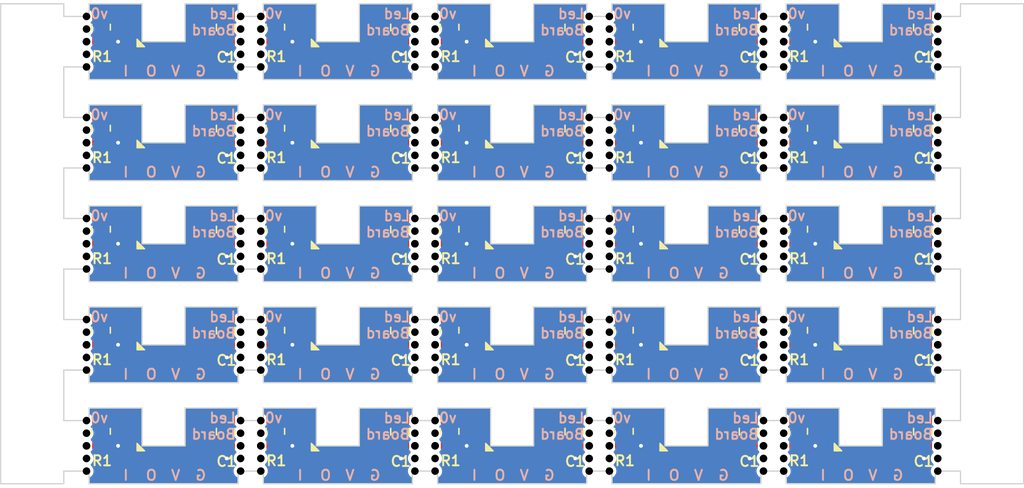
<source format=kicad_pcb>
(kicad_pcb (version 20221018) (generator pcbnew)
  (title_block (title "LED Board") (date "2024-01-17") (rev "0"))
  (layers (0 "F.Cu" signal) (31 "B.Cu" signal) (34 "B.Paste" user) (35 "F.Paste" user) (36 "B.SilkS" user "B.Silkscreen") (37 "F.SilkS" user "F.Silkscreen") (38 "B.Mask" user) (39 "F.Mask" user) (44 "Edge.Cuts" user))
  (net 0 "")
  (net 1 "Board_0-DIN")
  (net 2 "Board_0-DOUT")
  (net 3 "Board_0-GND")
  (net 4 "Board_0-Net-(D1-DIN)")
  (net 5 "Board_0-VDD")
  (net 6 "Board_1-DIN")
  (net 7 "Board_1-DOUT")
  (net 8 "Board_1-GND")
  (net 9 "Board_1-Net-(D1-DIN)")
  (net 10 "Board_1-VDD")
  (net 11 "Board_2-DIN")
  (net 12 "Board_2-DOUT")
  (net 13 "Board_2-GND")
  (net 14 "Board_2-Net-(D1-DIN)")
  (net 15 "Board_2-VDD")
  (net 16 "Board_3-DIN")
  (net 17 "Board_3-DOUT")
  (net 18 "Board_3-GND")
  (net 19 "Board_3-Net-(D1-DIN)")
  (net 20 "Board_3-VDD")
  (net 21 "Board_4-DIN")
  (net 22 "Board_4-DOUT")
  (net 23 "Board_4-GND")
  (net 24 "Board_4-Net-(D1-DIN)")
  (net 25 "Board_4-VDD")
  (net 26 "Board_5-DIN")
  (net 27 "Board_5-DOUT")
  (net 28 "Board_5-GND")
  (net 29 "Board_5-Net-(D1-DIN)")
  (net 30 "Board_5-VDD")
  (net 31 "Board_6-DIN")
  (net 32 "Board_6-DOUT")
  (net 33 "Board_6-GND")
  (net 34 "Board_6-Net-(D1-DIN)")
  (net 35 "Board_6-VDD")
  (net 36 "Board_7-DIN")
  (net 37 "Board_7-DOUT")
  (net 38 "Board_7-GND")
  (net 39 "Board_7-Net-(D1-DIN)")
  (net 40 "Board_7-VDD")
  (net 41 "Board_8-DIN")
  (net 42 "Board_8-DOUT")
  (net 43 "Board_8-GND")
  (net 44 "Board_8-Net-(D1-DIN)")
  (net 45 "Board_8-VDD")
  (net 46 "Board_9-DIN")
  (net 47 "Board_9-DOUT")
  (net 48 "Board_9-GND")
  (net 49 "Board_9-Net-(D1-DIN)")
  (net 50 "Board_9-VDD")
  (net 51 "Board_10-DIN")
  (net 52 "Board_10-DOUT")
  (net 53 "Board_10-GND")
  (net 54 "Board_10-Net-(D1-DIN)")
  (net 55 "Board_10-VDD")
  (net 56 "Board_11-DIN")
  (net 57 "Board_11-DOUT")
  (net 58 "Board_11-GND")
  (net 59 "Board_11-Net-(D1-DIN)")
  (net 60 "Board_11-VDD")
  (net 61 "Board_12-DIN")
  (net 62 "Board_12-DOUT")
  (net 63 "Board_12-GND")
  (net 64 "Board_12-Net-(D1-DIN)")
  (net 65 "Board_12-VDD")
  (net 66 "Board_13-DIN")
  (net 67 "Board_13-DOUT")
  (net 68 "Board_13-GND")
  (net 69 "Board_13-Net-(D1-DIN)")
  (net 70 "Board_13-VDD")
  (net 71 "Board_14-DIN")
  (net 72 "Board_14-DOUT")
  (net 73 "Board_14-GND")
  (net 74 "Board_14-Net-(D1-DIN)")
  (net 75 "Board_14-VDD")
  (net 76 "Board_15-DIN")
  (net 77 "Board_15-DOUT")
  (net 78 "Board_15-GND")
  (net 79 "Board_15-Net-(D1-DIN)")
  (net 80 "Board_15-VDD")
  (net 81 "Board_16-DIN")
  (net 82 "Board_16-DOUT")
  (net 83 "Board_16-GND")
  (net 84 "Board_16-Net-(D1-DIN)")
  (net 85 "Board_16-VDD")
  (net 86 "Board_17-DIN")
  (net 87 "Board_17-DOUT")
  (net 88 "Board_17-GND")
  (net 89 "Board_17-Net-(D1-DIN)")
  (net 90 "Board_17-VDD")
  (net 91 "Board_18-DIN")
  (net 92 "Board_18-DOUT")
  (net 93 "Board_18-GND")
  (net 94 "Board_18-Net-(D1-DIN)")
  (net 95 "Board_18-VDD")
  (net 96 "Board_19-DIN")
  (net 97 "Board_19-DOUT")
  (net 98 "Board_19-GND")
  (net 99 "Board_19-Net-(D1-DIN)")
  (net 100 "Board_19-VDD")
  (net 101 "Board_20-DIN")
  (net 102 "Board_20-DOUT")
  (net 103 "Board_20-GND")
  (net 104 "Board_20-Net-(D1-DIN)")
  (net 105 "Board_20-VDD")
  (net 106 "Board_21-DIN")
  (net 107 "Board_21-DOUT")
  (net 108 "Board_21-GND")
  (net 109 "Board_21-Net-(D1-DIN)")
  (net 110 "Board_21-VDD")
  (net 111 "Board_22-DIN")
  (net 112 "Board_22-DOUT")
  (net 113 "Board_22-GND")
  (net 114 "Board_22-Net-(D1-DIN)")
  (net 115 "Board_22-VDD")
  (net 116 "Board_23-DIN")
  (net 117 "Board_23-DOUT")
  (net 118 "Board_23-GND")
  (net 119 "Board_23-Net-(D1-DIN)")
  (net 120 "Board_23-VDD")
  (net 121 "Board_24-DIN")
  (net 122 "Board_24-DOUT")
  (net 123 "Board_24-GND")
  (net 124 "Board_24-Net-(D1-DIN)")
  (net 125 "Board_24-VDD")
  (footprint "Connector_Wire:SolderWirePad_1x01_SMD_1x2mm" (layer "F.Cu") (at 173.15 40.7)
    (fp_text reference "J3" hide)
    (fp_text value "Conn_01x01" hide)
  )
  (footprint "Connector_Wire:SolderWirePad_1x01_SMD_1x2mm" (layer "F.Cu") (at 145.55 48.7)
    (fp_text reference "J3" hide)
    (fp_text value "Conn_01x01" hide)
  )
  (footprint "Connector_Wire:SolderWirePad_1x01_SMD_1x2mm" (layer "F.Cu") (at 131.75 56.7)
    (fp_text reference "J3" hide)
    (fp_text value "Conn_01x01" hide)
  )
  (footprint "Connector_Wire:SolderWirePad_1x01_SMD_1x2mm" (layer "F.Cu") (at 117.95 40.7)
    (fp_text reference "J3" hide)
    (fp_text value "Conn_01x01" hide)
  )
  (footprint "Capacitor_SMD:C_0805_2012Metric_Pad1.18x1.45mm_HandSolder" (layer "F.Cu") (at 125.82 21.8775 90)
    (fp_text reference "C1" hide)
    (fp_text value "0.1uF" hide)
  )
  (footprint "NPTH" (layer "F.Cu") (at 170 47)
    (fp_text reference "KiKit_MB_77_3" hide)
    (fp_text value "NPTH" hide)
  )
  (footprint "Resistor_SMD:R_0805_2012Metric_Pad1.20x1.40mm_HandSolder" (layer "F.Cu") (at 171.15 37.85 90)
    (fp_text reference "R1" hide)
    (fp_text value "75R" hide)
  )
  (footprint "NPTH" (layer "F.Cu") (at 170 23)
    (fp_text reference "KiKit_MB_18_1" hide)
    (fp_text value "NPTH" hide)
  )
  (footprint "NPTH" (layer "F.Cu") (at 114.8 32)
    (fp_text reference "KiKit_MB_22_2" hide)
    (fp_text value "NPTH" hide)
  )
  (footprint "NPTH" (layer "F.Cu") (at 114.8 38)
    (fp_text reference "KiKit_MB_41_2" hide)
    (fp_text value "NPTH" hide)
  )
  (footprint "Connector_Wire:SolderWirePad_1x01_SMD_1x2mm" (layer "F.Cu") (at 131.75 48.7)
    (fp_text reference "J3" hide)
    (fp_text value "Conn_01x01" hide)
  )
  (footprint "NPTH" (layer "F.Cu") (at 168.4 56)
    (fp_text reference "KiKit_MB_96_2" hide)
    (fp_text value "NPTH" hide)
  )
  (footprint "NPTH" (layer "F.Cu") (at 128.6 37)
    (fp_text reference "KiKit_MB_45_1" hide)
    (fp_text value "NPTH" hide)
  )
  (footprint "NPTH" (layer "F.Cu") (at 140.8 37)
    (fp_text reference "KiKit_MB_47_3" hide)
    (fp_text value "NPTH" hide)
  )
  (footprint "Connector_Wire:SolderWirePad_1x01_SMD_1x2mm" (layer "F.Cu") (at 163.2833 40.7)
    (fp_text reference "J2" hide)
    (fp_text value "Conn_01x01" hide)
  )
  (footprint "NPTH" (layer "F.Cu") (at 154.6 47)
    (fp_text reference "KiKit_MB_72_3" hide)
    (fp_text value "NPTH" hide)
  )
  (footprint "Capacitor_SMD:C_0805_2012Metric_Pad1.18x1.45mm_HandSolder" (layer "F.Cu") (at 153.42 53.8775 90)
    (fp_text reference "C1" hide)
    (fp_text value "0.1uF" hide)
  )
  (footprint "NPTH" (layer "F.Cu") (at 128.6 24)
    (fp_text reference "KiKit_MB_6_2" hide)
    (fp_text value "NPTH" hide)
  )
  (footprint "Connector_Wire:SolderWirePad_1x01_SMD_1x2mm" (layer "F.Cu") (at 151.45 24.7)
    (fp_text reference "J1" hide)
    (fp_text value "Conn_01x01" hide)
  )
  (footprint "NPTH" (layer "F.Cu") (at 128.6 31)
    (fp_text reference "KiKit_MB_25_3" hide)
    (fp_text value "NPTH" hide)
  )
  (footprint "NPTH" (layer "F.Cu") (at 142.4 49)
    (fp_text reference "KiKit_MB_70_3" hide)
    (fp_text value "NPTH" hide)
  )
  (footprint "NPTH" (layer "F.Cu") (at 142.4 40)
    (fp_text reference "KiKit_MB_50_2" hide)
    (fp_text value "NPTH" hide)
  )
  (footprint "Connector_Wire:SolderWirePad_1x01_SMD_1x2mm" (layer "F.Cu") (at 177.0833 48.7)
    (fp_text reference "J2" hide)
    (fp_text value "Conn_01x01" hide)
  )
  (footprint "NPTH" (layer "F.Cu") (at 156.2 22)
    (fp_text reference "KiKit_MB_13_2" hide)
    (fp_text value "NPTH" hide)
  )
  (footprint "Connector_Wire:SolderWirePad_1x01_SMD_1x2mm" (layer "F.Cu") (at 119.9167 56.7)
    (fp_text reference "J4" hide)
    (fp_text value "Conn_01x01" hide)
  )
  (footprint "NPTH" (layer "F.Cu") (at 142.4 54)
    (fp_text reference "KiKit_MB_89_2" hide)
    (fp_text value "NPTH" hide)
  )
  (footprint "Connector_Wire:SolderWirePad_1x01_SMD_1x2mm" (layer "F.Cu") (at 121.8833 32.7)
    (fp_text reference "J2" hide)
    (fp_text value "Conn_01x01" hide)
  )
  (footprint "NPTH" (layer "F.Cu") (at 142.4 47)
    (fp_text reference "KiKit_MB_70_1" hide)
    (fp_text value "NPTH" hide)
  )
  (footprint "NPTH" (layer "F.Cu") (at 140.8 23)
    (fp_text reference "KiKit_MB_7_1" hide)
    (fp_text value "NPTH" hide)
  )
  (footprint "NPTH" (layer "F.Cu") (at 168.4 53)
    (fp_text reference "KiKit_MB_95_3" hide)
    (fp_text value "NPTH" hide)
  )
  (footprint "NPTH" (layer "F.Cu") (at 142.4 31)
    (fp_text reference "KiKit_MB_30_1" hide)
    (fp_text value "NPTH" hide)
  )
  (footprint "NPTH" (layer "F.Cu") (at 156.2 45)
    (fp_text reference "KiKit_MB_73_1" hide)
    (fp_text value "NPTH" hide)
  )
  (footprint "Connector_Wire:SolderWirePad_1x01_SMD_1x2mm" (layer "F.Cu") (at 131.75 32.7)
    (fp_text reference "J3" hide)
    (fp_text value "Conn_01x01" hide)
  )
  (footprint "Connector_Wire:SolderWirePad_1x01_SMD_1x2mm" (layer "F.Cu") (at 119.9167 24.7)
    (fp_text reference "J4" hide)
    (fp_text value "Conn_01x01" hide)
  )
  (footprint "NPTH" (layer "F.Cu") (at 182.2 46)
    (fp_text reference "KiKit_MB_79_2" hide)
    (fp_text value "NPTH" hide)
  )
  (footprint "NPTH" (layer "F.Cu") (at 156.2 41)
    (fp_text reference "KiKit_MB_54_3" hide)
    (fp_text value "NPTH" hide)
  )
  (footprint "NPTH" (layer "F.Cu") (at 182.2 54)
    (fp_text reference "KiKit_MB_99_2" hide)
    (fp_text value "NPTH" hide)
  )
  (footprint "NPTH" (layer "F.Cu") (at 127 37)
    (fp_text reference "KiKit_MB_43_3" hide)
    (fp_text value "NPTH" hide)
  )
  (footprint "Library:SK6812-MINI-E" (layer "F.Cu") (at 120.9 29.5)
    (fp_text reference "D1" hide)
    (fp_text value "SK6812MINI" hide)
  )
  (footprint "NPTH" (layer "F.Cu") (at 142.4 23)
    (fp_text reference "KiKit_MB_10_1" hide)
    (fp_text value "NPTH" hide)
  )
  (footprint "NPTH" (layer "F.Cu") (at 128.6 45)
    (fp_text reference "KiKit_MB_65_1" hide)
    (fp_text value "NPTH" hide)
  )
  (footprint "Connector_Wire:SolderWirePad_1x01_SMD_1x2mm" (layer "F.Cu") (at 133.7167 24.7)
    (fp_text reference "J4" hide)
    (fp_text value "Conn_01x01" hide)
  )
  (footprint "NPTH" (layer "F.Cu") (at 114.8 40)
    (fp_text reference "KiKit_MB_42_2" hide)
    (fp_text value "NPTH" hide)
  )
  (footprint "NPTH" (layer "F.Cu") (at 128.6 41)
    (fp_text reference "KiKit_MB_46_3" hide)
    (fp_text value "NPTH" hide)
  )
  (footprint "Resistor_SMD:R_0805_2012Metric_Pad1.20x1.40mm_HandSolder" (layer "F.Cu") (at 157.35 45.85 90)
    (fp_text reference "R1" hide)
    (fp_text value "75R" hide)
  )
  (footprint "Library:SK6812-MINI-E" (layer "F.Cu") (at 134.7 37.5)
    (fp_text reference "D1" hide)
    (fp_text value "SK6812MINI" hide)
  )
  (footprint "NPTH" (layer "F.Cu") (at 154.6 40)
    (fp_text reference "KiKit_MB_52_2" hide)
    (fp_text value "NPTH" hide)
  )
  (footprint "NPTH" (layer "F.Cu") (at 140.8 39)
    (fp_text reference "KiKit_MB_48_3" hide)
    (fp_text value "NPTH" hide)
  )
  (footprint "Connector_Wire:SolderWirePad_1x01_SMD_1x2mm" (layer "F.Cu") (at 147.5167 56.7)
    (fp_text reference "J4" hide)
    (fp_text value "Conn_01x01" hide)
  )
  (footprint "NPTH" (layer "F.Cu") (at 142.4 46)
    (fp_text reference "KiKit_MB_69_2" hide)
    (fp_text value "NPTH" hide)
  )
  (footprint "Capacitor_SMD:C_0805_2012Metric_Pad1.18x1.45mm_HandSolder" (layer "F.Cu") (at 139.62 29.8775 90)
    (fp_text reference "C1" hide)
    (fp_text value "0.1uF" hide)
  )
  (footprint "NPTH" (layer "F.Cu") (at 128.6 38)
    (fp_text reference "KiKit_MB_45_2" hide)
    (fp_text value "NPTH" hide)
  )
  (footprint "NPTH" (layer "F.Cu") (at 128.6 56)
    (fp_text reference "KiKit_MB_86_2" hide)
    (fp_text value "NPTH" hide)
  )
  (footprint "NPTH" (layer "F.Cu") (at 156.2 47)
    (fp_text reference "KiKit_MB_74_1" hide)
    (fp_text value "NPTH" hide)
  )
  (footprint "NPTH" (layer "F.Cu") (at 128.6 48)
    (fp_text reference "KiKit_MB_66_2" hide)
    (fp_text value "NPTH" hide)
  )
  (footprint "NPTH" (layer "F.Cu") (at 142.4 21)
    (fp_text reference "KiKit_MB_9_1" hide)
    (fp_text value "NPTH" hide)
  )
  (footprint "Library:SK6812-MINI-E" (layer "F.Cu") (at 134.7 53.5)
    (fp_text reference "D1" hide)
    (fp_text value "SK6812MINI" hide)
  )
  (footprint "Connector_Wire:SolderWirePad_1x01_SMD_1x2mm" (layer "F.Cu") (at 121.8833 48.7)
    (fp_text reference "J2" hide)
    (fp_text value "Conn_01x01" hide)
  )
  (footprint "NPTH" (layer "F.Cu") (at 127 49)
    (fp_text reference "KiKit_MB_64_1" hide)
    (fp_text value "NPTH" hide)
  )
  (footprint "NPTH" (layer "F.Cu") (at 154.6 49)
    (fp_text reference "KiKit_MB_72_1" hide)
    (fp_text value "NPTH" hide)
  )
  (footprint "NPTH" (layer "F.Cu") (at 128.6 30)
    (fp_text reference "KiKit_MB_25_2" hide)
    (fp_text value "NPTH" hide)
  )
  (footprint "NPTH" (layer "F.Cu") (at 127 47)
    (fp_text reference "KiKit_MB_64_3" hide)
    (fp_text value "NPTH" hide)
  )
  (footprint "NPTH" (layer "F.Cu") (at 114.8 46)
    (fp_text reference "KiKit_MB_61_2" hide)
    (fp_text value "NPTH" hide)
  )
  (footprint "NPTH" (layer "F.Cu") (at 128.6 23)
    (fp_text reference "KiKit_MB_5_3" hide)
    (fp_text value "NPTH" hide)
  )
  (footprint "NPTH" (layer "F.Cu") (at 156.2 31)
    (fp_text reference "KiKit_MB_34_1" hide)
    (fp_text value "NPTH" hide)
  )
  (footprint "NPTH" (layer "F.Cu") (at 156.2 24)
    (fp_text reference "KiKit_MB_14_2" hide)
    (fp_text value "NPTH" hide)
  )
  (footprint "Connector_Wire:SolderWirePad_1x01_SMD_1x2mm" (layer "F.Cu") (at 173.15 48.7)
    (fp_text reference "J3" hide)
    (fp_text value "Conn_01x01" hide)
  )
  (footprint "NPTH" (layer "F.Cu") (at 154.6 38)
    (fp_text reference "KiKit_MB_51_2" hide)
    (fp_text value "NPTH" hide)
  )
  (footprint "Capacitor_SMD:C_0805_2012Metric_Pad1.18x1.45mm_HandSolder" (layer "F.Cu") (at 153.42 29.8775 90)
    (fp_text reference "C1" hide)
    (fp_text value "0.1uF" hide)
  )
  (footprint "NPTH" (layer "F.Cu") (at 154.6 56)
    (fp_text reference "KiKit_MB_92_2" hide)
    (fp_text value "NPTH" hide)
  )
  (footprint "NPTH" (layer "F.Cu") (at 142.4 22)
    (fp_text reference "KiKit_MB_9_2" hide)
    (fp_text value "NPTH" hide)
  )
  (footprint "NPTH" (layer "F.Cu") (at 182.2 47)
    (fp_text reference "KiKit_MB_80_3" hide)
    (fp_text value "NPTH" hide)
  )
  (footprint "NPTH" (layer "F.Cu") (at 127 39)
    (fp_text reference "KiKit_MB_43_1" hide)
    (fp_text value "NPTH" hide)
  )
  (footprint "NPTH" (layer "F.Cu") (at 142.4 32)
    (fp_text reference "KiKit_MB_30_2" hide)
    (fp_text value "NPTH" hide)
  )
  (footprint "NPTH" (layer "F.Cu") (at 140.8 23)
    (fp_text reference "KiKit_MB_8_3" hide)
    (fp_text value "NPTH" hide)
  )
  (footprint "Connector_Wire:SolderWirePad_1x01_SMD_1x2mm" (layer "F.Cu") (at 177.0833 32.7)
    (fp_text reference "J2" hide)
    (fp_text value "Conn_01x01" hide)
  )
  (footprint "NPTH" (layer "F.Cu") (at 127 22)
    (fp_text reference "KiKit_MB_3_2" hide)
    (fp_text value "NPTH" hide)
  )
  (footprint "NPTH" (layer "F.Cu") (at 114.8 47)
    (fp_text reference "KiKit_MB_62_1" hide)
    (fp_text value "NPTH" hide)
  )
  (footprint "NPTH" (layer "F.Cu") (at 127 32)
    (fp_text reference "KiKit_MB_24_2" hide)
    (fp_text value "NPTH" hide)
  )
  (footprint "Connector_Wire:SolderWirePad_1x01_SMD_1x2mm" (layer "F.Cu") (at 161.3167 48.7)
    (fp_text reference "J4" hide)
    (fp_text value "Conn_01x01" hide)
  )
  (footprint "Resistor_SMD:R_0805_2012Metric_Pad1.20x1.40mm_HandSolder" (layer "F.Cu") (at 129.75 37.85 90)
    (fp_text reference "R1" hide)
    (fp_text value "75R" hide)
  )
  (footprint "NPTH" (layer "F.Cu") (at 154.6 53)
    (fp_text reference "KiKit_MB_91_3" hide)
    (fp_text value "NPTH" hide)
  )
  (footprint "NPTH" (layer "F.Cu") (at 140.8 57)
    (fp_text reference "KiKit_MB_88_1" hide)
    (fp_text value "NPTH" hide)
  )
  (footprint "Connector_Wire:SolderWirePad_1x01_SMD_1x2mm" (layer "F.Cu") (at 161.3167 32.7)
    (fp_text reference "J4" hide)
    (fp_text value "Conn_01x01" hide)
  )
  (footprint "NPTH" (layer "F.Cu") (at 142.4 57)
    (fp_text reference "KiKit_MB_90_3" hide)
    (fp_text value "NPTH" hide)
  )
  (footprint "NPTH" (layer "F.Cu") (at 170 39)
    (fp_text reference "KiKit_MB_58_1" hide)
    (fp_text value "NPTH" hide)
  )
  (footprint "NPTH" (layer "F.Cu") (at 128.6 39)
    (fp_text reference "KiKit_MB_45_3" hide)
    (fp_text value "NPTH" hide)
  )
  (footprint "Capacitor_SMD:C_0805_2012Metric_Pad1.18x1.45mm_HandSolder" (layer "F.Cu") (at 153.42 45.8775 90)
    (fp_text reference "C1" hide)
    (fp_text value "0.1uF" hide)
  )
  (footprint "NPTH" (layer "F.Cu") (at 114.8 54)
    (fp_text reference "KiKit_MB_81_2" hide)
    (fp_text value "NPTH" hide)
  )
  (footprint "NPTH" (layer "F.Cu") (at 170 54)
    (fp_text reference "KiKit_MB_97_2" hide)
    (fp_text value "NPTH" hide)
  )
  (footprint "NPTH" (layer "F.Cu") (at 170 25)
    (fp_text reference "KiKit_MB_18_3" hide)
    (fp_text value "NPTH" hide)
  )
  (footprint "NPTH" (layer "F.Cu") (at 127 55)
    (fp_text reference "KiKit_MB_83_1" hide)
    (fp_text value "NPTH" hide)
  )
  (footprint "NPTH" (layer "F.Cu") (at 170 47)
    (fp_text reference "KiKit_MB_78_1" hide)
    (fp_text value "NPTH" hide)
  )
  (footprint "NPTH" (layer "F.Cu") (at 128.6 32)
    (fp_text reference "KiKit_MB_26_2" hide)
    (fp_text value "NPTH" hide)
  )
  (footprint "Capacitor_SMD:C_0805_2012Metric_Pad1.18x1.45mm_HandSolder" (layer "F.Cu") (at 153.42 37.8775 90)
    (fp_text reference "C1" hide)
    (fp_text value "0.1uF" hide)
  )
  (footprint "NPTH" (layer "F.Cu") (at 168.4 48)
    (fp_text reference "KiKit_MB_76_2" hide)
    (fp_text value "NPTH" hide)
  )
  (footprint "NPTH" (layer "F.Cu") (at 154.6 39)
    (fp_text reference "KiKit_MB_52_3" hide)
    (fp_text value "NPTH" hide)
  )
  (footprint "Library:SK6812-MINI-E" (layer "F.Cu") (at 162.3 53.5)
    (fp_text reference "D1" hide)
    (fp_text value "SK6812MINI" hide)
  )
  (footprint "NPTH" (layer "F.Cu") (at 168.4 31)
    (fp_text reference "KiKit_MB_36_3" hide)
    (fp_text value "NPTH" hide)
  )
  (footprint "NPTH" (layer "F.Cu") (at 140.8 21)
    (fp_text reference "KiKit_MB_7_3" hide)
    (fp_text value "NPTH" hide)
  )
  (footprint "Capacitor_SMD:C_0805_2012Metric_Pad1.18x1.45mm_HandSolder" (layer "F.Cu") (at 181.02 45.8775 90)
    (fp_text reference "C1" hide)
    (fp_text value "0.1uF" hide)
  )
  (footprint "NPTH" (layer "F.Cu") (at 182.2 39)
    (fp_text reference "KiKit_MB_60_3" hide)
    (fp_text value "NPTH" hide)
  )
  (footprint "NPTH" (layer "F.Cu") (at 156.2 25)
    (fp_text reference "KiKit_MB_14_3" hide)
    (fp_text value "NPTH" hide)
  )
  (footprint "NPTH" (layer "F.Cu") (at 128.6 40)
    (fp_text reference "KiKit_MB_46_2" hide)
    (fp_text value "NPTH" hide)
  )
  (footprint "NPTH" (layer "F.Cu") (at 182.2 56)
    (fp_text reference "KiKit_MB_100_2" hide)
    (fp_text value "NPTH" hide)
  )
  (footprint "Connector_Wire:SolderWirePad_1x01_SMD_1x2mm" (layer "F.Cu") (at 175.1167 24.7)
    (fp_text reference "J4" hide)
    (fp_text value "Conn_01x01" hide)
  )
  (footprint "NPTH" (layer "F.Cu") (at 168.4 49)
    (fp_text reference "KiKit_MB_76_1" hide)
    (fp_text value "NPTH" hide)
  )
  (footprint "NPTH" (layer "F.Cu") (at 170 30)
    (fp_text reference "KiKit_MB_37_2" hide)
    (fp_text value "NPTH" hide)
  )
  (footprint "NPTH" (layer "F.Cu") (at 154.6 37)
    (fp_text reference "KiKit_MB_51_3" hide)
    (fp_text value "NPTH" hide)
  )
  (footprint "NPTH" (layer "F.Cu") (at 114.8 45)
    (fp_text reference "KiKit_MB_61_1" hide)
    (fp_text value "NPTH" hide)
  )
  (footprint "NPTH" (layer "F.Cu") (at 114.8 47)
    (fp_text reference "KiKit_MB_61_3" hide)
    (fp_text value "NPTH" hide)
  )
  (footprint "NPTH" (layer "F.Cu") (at 168.4 31)
    (fp_text reference "KiKit_MB_35_1" hide)
    (fp_text value "NPTH" hide)
  )
  (footprint "Connector_Wire:SolderWirePad_1x01_SMD_1x2mm" (layer "F.Cu") (at 173.15 32.7)
    (fp_text reference "J3" hide)
    (fp_text value "Conn_01x01" hide)
  )
  (footprint "NPTH" (layer "F.Cu") (at 142.4 31)
    (fp_text reference "KiKit_MB_29_3" hide)
    (fp_text value "NPTH" hide)
  )
  (footprint "NPTH" (layer "F.Cu") (at 128.6 54)
    (fp_text reference "KiKit_MB_85_2" hide)
    (fp_text value "NPTH" hide)
  )
  (footprint "NPTH" (layer "F.Cu") (at 182.2 45)
    (fp_text reference "KiKit_MB_79_3" hide)
    (fp_text value "NPTH" hide)
  )
  (footprint "Connector_Wire:SolderWirePad_1x01_SMD_1x2mm" (layer "F.Cu") (at 179.05 32.7)
    (fp_text reference "J1" hide)
    (fp_text value "Conn_01x01" hide)
  )
  (footprint "Connector_Wire:SolderWirePad_1x01_SMD_1x2mm" (layer "F.Cu") (at 123.85 48.7)
    (fp_text reference "J1" hide)
    (fp_text value "Conn_01x01" hide)
  )
  (footprint "NPTH" (layer "F.Cu") (at 168.4 25)
    (fp_text reference "KiKit_MB_16_1" hide)
    (fp_text value "NPTH" hide)
  )
  (footprint "NPTH" (layer "F.Cu") (at 114.8 24)
    (fp_text reference "KiKit_MB_2_2" hide)
    (fp_text value "NPTH" hide)
  )
  (footprint "NPTH" (layer "F.Cu") (at 140.8 31)
    (fp_text reference "KiKit_MB_27_1" hide)
    (fp_text value "NPTH" hide)
  )
  (footprint "NPTH" (layer "F.Cu") (at 127 39)
    (fp_text reference "KiKit_MB_44_3" hide)
    (fp_text value "NPTH" hide)
  )
  (footprint "NPTH" (layer "F.Cu") (at 182.2 38)
    (fp_text reference "KiKit_MB_59_2" hide)
    (fp_text value "NPTH" hide)
  )
  (footprint "NPTH" (layer "F.Cu") (at 127 31)
    (fp_text reference "KiKit_MB_23_1" hide)
    (fp_text value "NPTH" hide)
  )
  (footprint "Resistor_SMD:R_0805_2012Metric_Pad1.20x1.40mm_HandSolder" (layer "F.Cu") (at 129.75 45.85 90)
    (fp_text reference "R1" hide)
    (fp_text value "75R" hide)
  )
  (footprint "Connector_Wire:SolderWirePad_1x01_SMD_1x2mm" (layer "F.Cu") (at 165.25 40.7)
    (fp_text reference "J1" hide)
    (fp_text value "Conn_01x01" hide)
  )
  (footprint "NPTH" (layer "F.Cu") (at 170 55)
    (fp_text reference "KiKit_MB_98_1" hide)
    (fp_text value "NPTH" hide)
  )
  (footprint "NPTH" (layer "F.Cu") (at 170 29)
    (fp_text reference "KiKit_MB_37_1" hide)
    (fp_text value "NPTH" hide)
  )
  (footprint "Connector_Wire:SolderWirePad_1x01_SMD_1x2mm" (layer "F.Cu") (at 135.6833 32.7)
    (fp_text reference "J2" hide)
    (fp_text value "Conn_01x01" hide)
  )
  (footprint "Capacitor_SMD:C_0805_2012Metric_Pad1.18x1.45mm_HandSolder" (layer "F.Cu") (at 181.02 37.8775 90)
    (fp_text reference "C1" hide)
    (fp_text value "0.1uF" hide)
  )
  (footprint "Connector_Wire:SolderWirePad_1x01_SMD_1x2mm" (layer "F.Cu") (at 117.95 48.7)
    (fp_text reference "J3" hide)
    (fp_text value "Conn_01x01" hide)
  )
  (footprint "NPTH" (layer "F.Cu") (at 140.8 55)
    (fp_text reference "KiKit_MB_87_1" hide)
    (fp_text value "NPTH" hide)
  )
  (footprint "Connector_Wire:SolderWirePad_1x01_SMD_1x2mm" (layer "F.Cu") (at 137.65 32.7)
    (fp_text reference "J1" hide)
    (fp_text value "Conn_01x01" hide)
  )
  (footprint "Connector_Wire:SolderWirePad_1x01_SMD_1x2mm" (layer "F.Cu") (at 159.35 24.7)
    (fp_text reference "J3" hide)
    (fp_text value "Conn_01x01" hide)
  )
  (footprint "NPTH" (layer "F.Cu") (at 154.6 31)
    (fp_text reference "KiKit_MB_31_1" hide)
    (fp_text value "NPTH" hide)
  )
  (footprint "NPTH" (layer "F.Cu") (at 170 46)
    (fp_text reference "KiKit_MB_77_2" hide)
    (fp_text value "NPTH" hide)
  )
  (footprint "NPTH" (layer "F.Cu") (at 114.8 48)
    (fp_text reference "KiKit_MB_62_2" hide)
    (fp_text value "NPTH" hide)
  )
  (footprint "NPTH" (layer "F.Cu") (at 154.6 22)
    (fp_text reference "KiKit_MB_11_2" hide)
    (fp_text value "NPTH" hide)
  )
  (footprint "NPTH" (layer "F.Cu") (at 154.6 54)
    (fp_text reference "KiKit_MB_91_2" hide)
    (fp_text value "NPTH" hide)
  )
  (footprint "NPTH" (layer "F.Cu") (at 182.2 29)
    (fp_text reference "KiKit_MB_39_3" hide)
    (fp_text value "NPTH" hide)
  )
  (footprint "NPTH" (layer "F.Cu") (at 142.4 39)
    (fp_text reference "KiKit_MB_49_3" hide)
    (fp_text value "NPTH" hide)
  )
  (footprint "NPTH" (layer "F.Cu") (at 140.8 53)
    (fp_text reference "KiKit_MB_87_3" hide)
    (fp_text value "NPTH" hide)
  )
  (footprint "Connector_Wire:SolderWirePad_1x01_SMD_1x2mm" (layer "F.Cu") (at 117.95 32.7)
    (fp_text reference "J3" hide)
    (fp_text value "Conn_01x01" hide)
  )
  (footprint "Connector_Wire:SolderWirePad_1x01_SMD_1x2mm" (layer "F.Cu") (at 117.95 24.7)
    (fp_text reference "J3" hide)
    (fp_text value "Conn_01x01" hide)
  )
  (footprint "NPTH" (layer "F.Cu") (at 182.2 57)
    (fp_text reference "KiKit_MB_100_1" hide)
    (fp_text value "NPTH" hide)
  )
  (footprint "NPTH" (layer "F.Cu") (at 127 25)
    (fp_text reference "KiKit_MB_4_1" hide)
    (fp_text value "NPTH" hide)
  )
  (footprint "Connector_Wire:SolderWirePad_1x01_SMD_1x2mm" (layer "F.Cu") (at 151.45 56.7)
    (fp_text reference "J1" hide)
    (fp_text value "Conn_01x01" hide)
  )
  (footprint "Connector_Wire:SolderWirePad_1x01_SMD_1x2mm" (layer "F.Cu") (at 121.8833 56.7)
    (fp_text reference "J2" hide)
    (fp_text value "Conn_01x01" hide)
  )
  (footprint "NPTH" (layer "F.Cu") (at 154.6 30)
    (fp_text reference "KiKit_MB_31_2" hide)
    (fp_text value "NPTH" hide)
  )
  (footprint "Connector_Wire:SolderWirePad_1x01_SMD_1x2mm" (layer "F.Cu") (at 135.6833 24.7)
    (fp_text reference "J2" hide)
    (fp_text value "Conn_01x01" hide)
  )
  (footprint "NPTH" (layer "F.Cu") (at 168.4 30)
    (fp_text reference "KiKit_MB_35_2" hide)
    (fp_text value "NPTH" hide)
  )
  (footprint "Resistor_SMD:R_0805_2012Metric_Pad1.20x1.40mm_HandSolder" (layer "F.Cu") (at 115.95 53.85 90)
    (fp_text reference "R1" hide)
    (fp_text value "75R" hide)
  )
  (footprint "Library:SK6812-MINI-E" (layer "F.Cu") (at 176.1 53.5)
    (fp_text reference "D1" hide)
    (fp_text value "SK6812MINI" hide)
  )
  (footprint "NPTH" (layer "F.Cu") (at 156.2 39)
    (fp_text reference "KiKit_MB_53_3" hide)
    (fp_text value "NPTH" hide)
  )
  (footprint "NPTH" (layer "F.Cu") (at 154.6 41)
    (fp_text reference "KiKit_MB_52_1" hide)
    (fp_text value "NPTH" hide)
  )
  (footprint "NPTH" (layer "F.Cu") (at 142.4 47)
    (fp_text reference "KiKit_MB_69_3" hide)
    (fp_text value "NPTH" hide)
  )
  (footprint "Connector_Wire:SolderWirePad_1x01_SMD_1x2mm" (layer "F.Cu") (at 123.85 32.7)
    (fp_text reference "J1" hide)
    (fp_text value "Conn_01x01" hide)
  )
  (footprint "Connector_Wire:SolderWirePad_1x01_SMD_1x2mm" (layer "F.Cu") (at 177.0833 24.7)
    (fp_text reference "J2" hide)
    (fp_text value "Conn_01x01" hide)
  )
  (footprint "NPTH" (layer "F.Cu") (at 114.8 57)
    (fp_text reference "KiKit_MB_82_3" hide)
    (fp_text value "NPTH" hide)
  )
  (footprint "Resistor_SMD:R_0805_2012Metric_Pad1.20x1.40mm_HandSolder" (layer "F.Cu") (at 143.55 53.85 90)
    (fp_text reference "R1" hide)
    (fp_text value "75R" hide)
  )
  (footprint "NPTH" (layer "F.Cu") (at 128.6 46)
    (fp_text reference "KiKit_MB_65_2" hide)
    (fp_text value "NPTH" hide)
  )
  (footprint "NPTH" (layer "F.Cu") (at 156.2 49)
    (fp_text reference "KiKit_MB_74_3" hide)
    (fp_text value "NPTH" hide)
  )
  (footprint "Connector_Wire:SolderWirePad_1x01_SMD_1x2mm" (layer "F.Cu") (at 121.8833 24.7)
    (fp_text reference "J2" hide)
    (fp_text value "Conn_01x01" hide)
  )
  (footprint "Connector_Wire:SolderWirePad_1x01_SMD_1x2mm" (layer "F.Cu") (at 177.0833 56.7)
    (fp_text reference "J2" hide)
    (fp_text value "Conn_01x01" hide)
  )
  (footprint "Connector_Wire:SolderWirePad_1x01_SMD_1x2mm" (layer "F.Cu") (at 163.2833 56.7)
    (fp_text reference "J2" hide)
    (fp_text value "Conn_01x01" hide)
  )
  (footprint "NPTH" (layer "F.Cu") (at 170 57)
    (fp_text reference "KiKit_MB_98_3" hide)
    (fp_text value "NPTH" hide)
  )
  (footprint "NPTH" (layer "F.Cu") (at 170 23)
    (fp_text reference "KiKit_MB_17_3" hide)
    (fp_text value "NPTH" hide)
  )
  (footprint "NPTH" (layer "F.Cu") (at 114.8 21)
    (fp_text reference "KiKit_MB_1_1" hide)
    (fp_text value "NPTH" hide)
  )
  (footprint "NPTH" (layer "F.Cu") (at 114.8 39)
    (fp_text reference "KiKit_MB_42_1" hide)
    (fp_text value "NPTH" hide)
  )
  (footprint "NPTH" (layer "F.Cu") (at 168.4 22)
    (fp_text reference "KiKit_MB_15_2" hide)
    (fp_text value "NPTH" hide)
  )
  (footprint "NPTH" (layer "F.Cu") (at 168.4 47)
    (fp_text reference "KiKit_MB_75_1" hide)
    (fp_text value "NPTH" hide)
  )
  (footprint "Connector_Wire:SolderWirePad_1x01_SMD_1x2mm" (layer "F.Cu") (at 131.75 40.7)
    (fp_text reference "J3" hide)
    (fp_text value "Conn_01x01" hide)
  )
  (footprint "NPTH" (layer "F.Cu") (at 182.2 31)
    (fp_text reference "KiKit_MB_40_3" hide)
    (fp_text value "NPTH" hide)
  )
  (footprint "NPTH" (layer "F.Cu") (at 127 23)
    (fp_text reference "KiKit_MB_3_1" hide)
    (fp_text value "NPTH" hide)
  )
  (footprint "NPTH" (layer "F.Cu") (at 156.2 23)
    (fp_text reference "KiKit_MB_13_3" hide)
    (fp_text value "NPTH" hide)
  )
  (footprint "Capacitor_SMD:C_0805_2012Metric_Pad1.18x1.45mm_HandSolder" (layer "F.Cu") (at 125.82 29.8775 90)
    (fp_text reference "C1" hide)
    (fp_text value "0.1uF" hide)
  )
  (footprint "Resistor_SMD:R_0805_2012Metric_Pad1.20x1.40mm_HandSolder" (layer "F.Cu") (at 157.35 21.85 90)
    (fp_text reference "R1" hide)
    (fp_text value "75R" hide)
  )
  (footprint "NPTH" (layer "F.Cu") (at 156.2 54)
    (fp_text reference "KiKit_MB_93_2" hide)
    (fp_text value "NPTH" hide)
  )
  (footprint "Resistor_SMD:R_0805_2012Metric_Pad1.20x1.40mm_HandSolder" (layer "F.Cu") (at 171.15 29.85 90)
    (fp_text reference "R1" hide)
    (fp_text value "75R" hide)
  )
  (footprint "Connector_Wire:SolderWirePad_1x01_SMD_1x2mm" (layer "F.Cu") (at 119.9167 32.7)
    (fp_text reference "J4" hide)
    (fp_text value "Conn_01x01" hide)
  )
  (footprint "NPTH" (layer "F.Cu") (at 154.6 47)
    (fp_text reference "KiKit_MB_71_1" hide)
    (fp_text value "NPTH" hide)
  )
  (footprint "NPTH" (layer "F.Cu") (at 182.2 41)
    (fp_text reference "KiKit_MB_60_1" hide)
    (fp_text value "NPTH" hide)
  )
  (footprint "Capacitor_SMD:C_0805_2012Metric_Pad1.18x1.45mm_HandSolder" (layer "F.Cu") (at 125.82 45.8775 90)
    (fp_text reference "C1" hide)
    (fp_text value "0.1uF" hide)
  )
  (footprint "Connector_Wire:SolderWirePad_1x01_SMD_1x2mm" (layer "F.Cu") (at 161.3167 40.7)
    (fp_text reference "J4" hide)
    (fp_text value "Conn_01x01" hide)
  )
  (footprint "NPTH" (layer "F.Cu") (at 182.2 37)
    (fp_text reference "KiKit_MB_59_3" hide)
    (fp_text value "NPTH" hide)
  )
  (footprint "NPTH" (layer "F.Cu") (at 168.4 21)
    (fp_text reference "KiKit_MB_15_3" hide)
    (fp_text value "NPTH" hide)
  )
  (footprint "NPTH" (layer "F.Cu") (at 170 40)
    (fp_text reference "KiKit_MB_58_2" hide)
    (fp_text value "NPTH" hide)
  )
  (footprint "NPTH" (layer "F.Cu") (at 170 49)
    (fp_text reference "KiKit_MB_78_3" hide)
    (fp_text value "NPTH" hide)
  )
  (footprint "NPTH" (layer "F.Cu") (at 168.4 38)
    (fp_text reference "KiKit_MB_55_2" hide)
    (fp_text value "NPTH" hide)
  )
  (footprint "NPTH" (layer "F.Cu") (at 182.2 55)
    (fp_text reference "KiKit_MB_99_1" hide)
    (fp_text value "NPTH" hide)
  )
  (footprint "NPTH" (layer "F.Cu") (at 168.4 55)
    (fp_text reference "KiKit_MB_95_1" hide)
    (fp_text value "NPTH" hide)
  )
  (footprint "NPTH" (layer "F.Cu") (at 168.4 39)
    (fp_text reference "KiKit_MB_55_1" hide)
    (fp_text value "NPTH" hide)
  )
  (footprint "Connector_Wire:SolderWirePad_1x01_SMD_1x2mm" (layer "F.Cu") (at 173.15 24.7)
    (fp_text reference "J3" hide)
    (fp_text value "Conn_01x01" hide)
  )
  (footprint "NPTH" (layer "F.Cu") (at 168.4 23)
    (fp_text reference "KiKit_MB_15_1" hide)
    (fp_text value "NPTH" hide)
  )
  (footprint "Connector_Wire:SolderWirePad_1x01_SMD_1x2mm" (layer "F.Cu") (at 173.15 56.7)
    (fp_text reference "J3" hide)
    (fp_text value "Conn_01x01" hide)
  )
  (footprint "NPTH" (layer "F.Cu") (at 170 38)
    (fp_text reference "KiKit_MB_57_2" hide)
    (fp_text value "NPTH" hide)
  )
  (footprint "NPTH" (layer "F.Cu") (at 168.4 45)
    (fp_text reference "KiKit_MB_75_3" hide)
    (fp_text value "NPTH" hide)
  )
  (footprint "NPTH" (layer "F.Cu") (at 156.2 47)
    (fp_text reference "KiKit_MB_73_3" hide)
    (fp_text value "NPTH" hide)
  )
  (footprint "NPTH" (layer "F.Cu") (at 127 31)
    (fp_text reference "KiKit_MB_24_3" hide)
    (fp_text value "NPTH" hide)
  )
  (footprint "Resistor_SMD:R_0805_2012Metric_Pad1.20x1.40mm_HandSolder" (layer "F.Cu") (at 157.35 29.85 90)
    (fp_text reference "R1" hide)
    (fp_text value "75R" hide)
  )
  (footprint "NPTH" (layer "F.Cu") (at 156.2 39)
    (fp_text reference "KiKit_MB_54_1" hide)
    (fp_text value "NPTH" hide)
  )
  (footprint "Resistor_SMD:R_0805_2012Metric_Pad1.20x1.40mm_HandSolder" (layer "F.Cu") (at 115.95 29.85 90)
    (fp_text reference "R1" hide)
    (fp_text value "75R" hide)
  )
  (footprint "NPTH" (layer "F.Cu") (at 168.4 41)
    (fp_text reference "KiKit_MB_56_1" hide)
    (fp_text value "NPTH" hide)
  )
  (footprint "NPTH" (layer "F.Cu") (at 128.6 29)
    (fp_text reference "KiKit_MB_25_1" hide)
    (fp_text value "NPTH" hide)
  )
  (footprint "NPTH" (layer "F.Cu") (at 127 23)
    (fp_text reference "KiKit_MB_4_3" hide)
    (fp_text value "NPTH" hide)
  )
  (footprint "NPTH" (layer "F.Cu") (at 140.8 47)
    (fp_text reference "KiKit_MB_68_3" hide)
    (fp_text value "NPTH" hide)
  )
  (footprint "NPTH" (layer "F.Cu") (at 182.2 24)
    (fp_text reference "KiKit_MB_20_2" hide)
    (fp_text value "NPTH" hide)
  )
  (footprint "NPTH" (layer "F.Cu") (at 128.6 39)
    (fp_text reference "KiKit_MB_46_1" hide)
    (fp_text value "NPTH" hide)
  )
  (footprint "NPTH" (layer "F.Cu") (at 170 31)
    (fp_text reference "KiKit_MB_38_1" hide)
    (fp_text value "NPTH" hide)
  )
  (footprint "NPTH" (layer "F.Cu") (at 128.6 55)
    (fp_text reference "KiKit_MB_85_3" hide)
    (fp_text value "NPTH" hide)
  )
  (footprint "Library:SK6812-MINI-E" (layer "F.Cu") (at 176.1 29.5)
    (fp_text reference "D1" hide)
    (fp_text value "SK6812MINI" hide)
  )
  (footprint "NPTH" (layer "F.Cu") (at 156.2 53)
    (fp_text reference "KiKit_MB_93_1" hide)
    (fp_text value "NPTH" hide)
  )
  (footprint "NPTH" (layer "F.Cu") (at 114.8 49)
    (fp_text reference "KiKit_MB_62_3" hide)
    (fp_text value "NPTH" hide)
  )
  (footprint "NPTH" (layer "F.Cu") (at 156.2 21)
    (fp_text reference "KiKit_MB_13_1" hide)
    (fp_text value "NPTH" hide)
  )
  (footprint "NPTH" (layer "F.Cu") (at 140.8 55)
    (fp_text reference "KiKit_MB_88_3" hide)
    (fp_text value "NPTH" hide)
  )
  (footprint "NPTH" (layer "F.Cu") (at 114.8 37)
    (fp_text reference "KiKit_MB_41_1" hide)
    (fp_text value "NPTH" hide)
  )
  (footprint "NPTH" (layer "F.Cu") (at 156.2 32)
    (fp_text reference "KiKit_MB_34_2" hide)
    (fp_text value "NPTH" hide)
  )
  (footprint "Capacitor_SMD:C_0805_2012Metric_Pad1.18x1.45mm_HandSolder" (layer "F.Cu") (at 167.22 21.8775 90)
    (fp_text reference "C1" hide)
    (fp_text value "0.1uF" hide)
  )
  (footprint "NPTH" (layer "F.Cu") (at 142.4 38)
    (fp_text reference "KiKit_MB_49_2" hide)
    (fp_text value "NPTH" hide)
  )
  (footprint "Library:SK6812-MINI-E" (layer "F.Cu") (at 134.7 21.5)
    (fp_text reference "D1" hide)
    (fp_text value "SK6812MINI" hide)
  )
  (footprint "Capacitor_SMD:C_0805_2012Metric_Pad1.18x1.45mm_HandSolder" (layer "F.Cu") (at 139.62 21.8775 90)
    (fp_text reference "C1" hide)
    (fp_text value "0.1uF" hide)
  )
  (footprint "Capacitor_SMD:C_0805_2012Metric_Pad1.18x1.45mm_HandSolder" (layer "F.Cu") (at 167.22 29.8775 90)
    (fp_text reference "C1" hide)
    (fp_text value "0.1uF" hide)
  )
  (footprint "NPTH" (layer "F.Cu") (at 127 41)
    (fp_text reference "KiKit_MB_44_1" hide)
    (fp_text value "NPTH" hide)
  )
  (footprint "NPTH" (layer "F.Cu") (at 127 33)
    (fp_text reference "KiKit_MB_24_1" hide)
    (fp_text value "NPTH" hide)
  )
  (footprint "Connector_Wire:SolderWirePad_1x01_SMD_1x2mm" (layer "F.Cu") (at 137.65 48.7)
    (fp_text reference "J1" hide)
    (fp_text value "Conn_01x01" hide)
  )
  (footprint "NPTH" (layer "F.Cu") (at 128.6 25)
    (fp_text reference "KiKit_MB_6_3" hide)
    (fp_text value "NPTH" hide)
  )
  (footprint "Connector_Wire:SolderWirePad_1x01_SMD_1x2mm" (layer "F.Cu") (at 159.35 48.7)
    (fp_text reference "J3" hide)
    (fp_text value "Conn_01x01" hide)
  )
  (footprint "NPTH" (layer "F.Cu") (at 127 45)
    (fp_text reference "KiKit_MB_63_3" hide)
    (fp_text value "NPTH" hide)
  )
  (footprint "NPTH" (layer "F.Cu") (at 182.2 23)
    (fp_text reference "KiKit_MB_19_1" hide)
    (fp_text value "NPTH" hide)
  )
  (footprint "NPTH" (layer "F.Cu") (at 142.4 25)
    (fp_text reference "KiKit_MB_10_3" hide)
    (fp_text value "NPTH" hide)
  )
  (footprint "Connector_Wire:SolderWirePad_1x01_SMD_1x2mm" (layer "F.Cu") (at 163.2833 24.7)
    (fp_text reference "J2" hide)
    (fp_text value "Conn_01x01" hide)
  )
  (footprint "Connector_Wire:SolderWirePad_1x01_SMD_1x2mm" (layer "F.Cu") (at 133.7167 32.7)
    (fp_text reference "J4" hide)
    (fp_text value "Conn_01x01" hide)
  )
  (footprint "NPTH" (layer "F.Cu") (at 156.2 56)
    (fp_text reference "KiKit_MB_94_2" hide)
    (fp_text value "NPTH" hide)
  )
  (footprint "NPTH" (layer "F.Cu") (at 114.8 33)
    (fp_text reference "KiKit_MB_22_3" hide)
    (fp_text value "NPTH" hide)
  )
  (footprint "NPTH" (layer "F.Cu") (at 140.8 29)
    (fp_text reference "KiKit_MB_27_3" hide)
    (fp_text value "NPTH" hide)
  )
  (footprint "Library:SK6812-MINI-E" (layer "F.Cu") (at 134.7 29.5)
    (fp_text reference "D1" hide)
    (fp_text value "SK6812MINI" hide)
  )
  (footprint "Resistor_SMD:R_0805_2012Metric_Pad1.20x1.40mm_HandSolder" (layer "F.Cu") (at 129.75 29.85 90)
    (fp_text reference "R1" hide)
    (fp_text value "75R" hide)
  )
  (footprint "Connector_Wire:SolderWirePad_1x01_SMD_1x2mm" (layer "F.Cu") (at 137.65 56.7)
    (fp_text reference "J1" hide)
    (fp_text value "Conn_01x01" hide)
  )
  (footprint "Library:SK6812-MINI-E" (layer "F.Cu") (at 148.5 21.5)
    (fp_text reference "D1" hide)
    (fp_text value "SK6812MINI" hide)
  )
  (footprint "Connector_Wire:SolderWirePad_1x01_SMD_1x2mm" (layer "F.Cu") (at 177.0833 40.7)
    (fp_text reference "J2" hide)
    (fp_text value "Conn_01x01" hide)
  )
  (footprint "NPTH" (layer "F.Cu") (at 182.2 40)
    (fp_text reference "KiKit_MB_60_2" hide)
    (fp_text value "NPTH" hide)
  )
  (footprint "NPTH" (layer "F.Cu") (at 182.2 30)
    (fp_text reference "KiKit_MB_39_2" hide)
    (fp_text value "NPTH" hide)
  )
  (footprint "NPTH" (layer "F.Cu") (at 156.2 29)
    (fp_text reference "KiKit_MB_33_1" hide)
    (fp_text value "NPTH" hide)
  )
  (footprint "Connector_Wire:SolderWirePad_1x01_SMD_1x2mm" (layer "F.Cu") (at 123.85 24.7)
    (fp_text reference "J1" hide)
    (fp_text value "Conn_01x01" hide)
  )
  (footprint "Connector_Wire:SolderWirePad_1x01_SMD_1x2mm" (layer "F.Cu") (at 179.05 24.7)
    (fp_text reference "J1" hide)
    (fp_text value "Conn_01x01" hide)
  )
  (footprint "Capacitor_SMD:C_0805_2012Metric_Pad1.18x1.45mm_HandSolder" (layer "F.Cu") (at 181.02 53.8775 90)
    (fp_text reference "C1" hide)
    (fp_text value "0.1uF" hide)
  )
  (footprint "NPTH" (layer "F.Cu") (at 156.2 23)
    (fp_text reference "KiKit_MB_14_1" hide)
    (fp_text value "NPTH" hide)
  )
  (footprint "NPTH" (layer "F.Cu") (at 142.4 55)
    (fp_text reference "KiKit_MB_89_3" hide)
    (fp_text value "NPTH" hide)
  )
  (footprint "Connector_Wire:SolderWirePad_1x01_SMD_1x2mm" (layer "F.Cu") (at 175.1167 48.7)
    (fp_text reference "J4" hide)
    (fp_text value "Conn_01x01" hide)
  )
  (footprint "Library:SK6812-MINI-E" (layer "F.Cu") (at 162.3 45.5)
    (fp_text reference "D1" hide)
    (fp_text value "SK6812MINI" hide)
  )
  (footprint "NPTH" (layer "F.Cu") (at 128.6 21)
    (fp_text reference "KiKit_MB_5_1" hide)
    (fp_text value "NPTH" hide)
  )
  (footprint "NPTH" (layer "F.Cu") (at 156.2 46)
    (fp_text reference "KiKit_MB_73_2" hide)
    (fp_text value "NPTH" hide)
  )
  (footprint "NPTH" (layer "F.Cu") (at 156.2 37)
    (fp_text reference "KiKit_MB_53_1" hide)
    (fp_text value "NPTH" hide)
  )
  (footprint "NPTH" (layer "F.Cu") (at 154.6 24)
    (fp_text reference "KiKit_MB_12_2" hide)
    (fp_text value "NPTH" hide)
  )
  (footprint "NPTH" (layer "F.Cu") (at 127 48)
    (fp_text reference "KiKit_MB_64_2" hide)
    (fp_text value "NPTH" hide)
  )
  (footprint "NPTH" (layer "F.Cu") (at 170 32)
    (fp_text reference "KiKit_MB_38_2" hide)
    (fp_text value "NPTH" hide)
  )
  (footprint "Resistor_SMD:R_0805_2012Metric_Pad1.20x1.40mm_HandSolder" (layer "F.Cu") (at 129.75 21.85 90)
    (fp_text reference "R1" hide)
    (fp_text value "75R" hide)
  )
  (footprint "Connector_Wire:SolderWirePad_1x01_SMD_1x2mm" (layer "F.Cu") (at 133.7167 40.7)
    (fp_text reference "J4" hide)
    (fp_text value "Conn_01x01" hide)
  )
  (footprint "NPTH" (layer "F.Cu") (at 182.2 55)
    (fp_text reference "KiKit_MB_100_3" hide)
    (fp_text value "NPTH" hide)
  )
  (footprint "NPTH" (layer "F.Cu") (at 182.2 32)
    (fp_text reference "KiKit_MB_40_2" hide)
    (fp_text value "NPTH" hide)
  )
  (footprint "Library:SK6812-MINI-E" (layer "F.Cu") (at 148.5 29.5)
    (fp_text reference "D1" hide)
    (fp_text value "SK6812MINI" hide)
  )
  (footprint "Connector_Wire:SolderWirePad_1x01_SMD_1x2mm" (layer "F.Cu") (at 149.4833 24.7)
    (fp_text reference "J2" hide)
    (fp_text value "Conn_01x01" hide)
  )
  (footprint "NPTH" (layer "F.Cu") (at 156.2 55)
    (fp_text reference "KiKit_MB_93_3" hide)
    (fp_text value "NPTH" hide)
  )
  (footprint "NPTH" (layer "F.Cu") (at 170 41)
    (fp_text reference "KiKit_MB_58_3" hide)
    (fp_text value "NPTH" hide)
  )
  (footprint "Connector_Wire:SolderWirePad_1x01_SMD_1x2mm" (layer "F.Cu") (at 123.85 40.7)
    (fp_text reference "J1" hide)
    (fp_text value "Conn_01x01" hide)
  )
  (footprint "Resistor_SMD:R_0805_2012Metric_Pad1.20x1.40mm_HandSolder" (layer "F.Cu") (at 143.55 45.85 90)
    (fp_text reference "R1" hide)
    (fp_text value "75R" hide)
  )
  (footprint "Library:SK6812-MINI-E" (layer "F.Cu") (at 120.9 37.5)
    (fp_text reference "D1" hide)
    (fp_text value "SK6812MINI" hide)
  )
  (footprint "NPTH" (layer "F.Cu") (at 140.8 39)
    (fp_text reference "KiKit_MB_47_1" hide)
    (fp_text value "NPTH" hide)
  )
  (footprint "NPTH" (layer "F.Cu") (at 154.6 32)
    (fp_text reference "KiKit_MB_32_2" hide)
    (fp_text value "NPTH" hide)
  )
  (footprint "NPTH" (layer "F.Cu") (at 114.8 22)
    (fp_text reference "KiKit_MB_1_2" hide)
    (fp_text value "NPTH" hide)
  )
  (footprint "NPTH" (layer "F.Cu") (at 170 45)
    (fp_text reference "KiKit_MB_77_1" hide)
    (fp_text value "NPTH" hide)
  )
  (footprint "Connector_Wire:SolderWirePad_1x01_SMD_1x2mm" (layer "F.Cu") (at 161.3167 24.7)
    (fp_text reference "J4" hide)
    (fp_text value "Conn_01x01" hide)
  )
  (footprint "NPTH" (layer "F.Cu") (at 127 29)
    (fp_text reference "KiKit_MB_23_3" hide)
    (fp_text value "NPTH" hide)
  )
  (footprint "NPTH" (layer "F.Cu") (at 114.8 55)
    (fp_text reference "KiKit_MB_81_3" hide)
    (fp_text value "NPTH" hide)
  )
  (footprint "NPTH" (layer "F.Cu") (at 140.8 41)
    (fp_text reference "KiKit_MB_48_1" hide)
    (fp_text value "NPTH" hide)
  )
  (footprint "Resistor_SMD:R_0805_2012Metric_Pad1.20x1.40mm_HandSolder" (layer "F.Cu") (at 157.35 37.85 90)
    (fp_text reference "R1" hide)
    (fp_text value "75R" hide)
  )
  (footprint "NPTH" (layer "F.Cu") (at 168.4 47)
    (fp_text reference "KiKit_MB_76_3" hide)
    (fp_text value "NPTH" hide)
  )
  (footprint "NPTH" (layer "F.Cu") (at 114.8 23)
    (fp_text reference "KiKit_MB_2_1" hide)
    (fp_text value "NPTH" hide)
  )
  (footprint "NPTH" (layer "F.Cu") (at 182.2 22)
    (fp_text reference "KiKit_MB_19_2" hide)
    (fp_text value "NPTH" hide)
  )
  (footprint "NPTH" (layer "F.Cu") (at 140.8 24)
    (fp_text reference "KiKit_MB_8_2" hide)
    (fp_text value "NPTH" hide)
  )
  (footprint "NPTH" (layer "F.Cu") (at 128.6 53)
    (fp_text reference "KiKit_MB_85_1" hide)
    (fp_text value "NPTH" hide)
  )
  (footprint "NPTH" (layer "F.Cu") (at 114.8 30)
    (fp_text reference "KiKit_MB_21_2" hide)
    (fp_text value "NPTH" hide)
  )
  (footprint "NPTH" (layer "F.Cu") (at 170 33)
    (fp_text reference "KiKit_MB_38_3" hide)
    (fp_text value "NPTH" hide)
  )
  (footprint "NPTH" (layer "F.Cu") (at 128.6 47)
    (fp_text reference "KiKit_MB_65_3" hide)
    (fp_text value "NPTH" hide)
  )
  (footprint "NPTH" (layer "F.Cu") (at 128.6 22)
    (fp_text reference "KiKit_MB_5_2" hide)
    (fp_text value "NPTH" hide)
  )
  (footprint "NPTH" (layer "F.Cu") (at 140.8 22)
    (fp_text reference "KiKit_MB_7_2" hide)
    (fp_text value "NPTH" hide)
  )
  (footprint "Capacitor_SMD:C_0805_2012Metric_Pad1.18x1.45mm_HandSolder" (layer "F.Cu") (at 139.62 53.8775 90)
    (fp_text reference "C1" hide)
    (fp_text value "0.1uF" hide)
  )
  (footprint "Connector_Wire:SolderWirePad_1x01_SMD_1x2mm" (layer "F.Cu") (at 147.5167 40.7)
    (fp_text reference "J4" hide)
    (fp_text value "Conn_01x01" hide)
  )
  (footprint "Connector_Wire:SolderWirePad_1x01_SMD_1x2mm" (layer "F.Cu") (at 117.95 56.7)
    (fp_text reference "J3" hide)
    (fp_text value "Conn_01x01" hide)
  )
  (footprint "NPTH" (layer "F.Cu") (at 156.2 31)
    (fp_text reference "KiKit_MB_33_3" hide)
    (fp_text value "NPTH" hide)
  )
  (footprint "NPTH" (layer "F.Cu") (at 154.6 25)
    (fp_text reference "KiKit_MB_12_1" hide)
    (fp_text value "NPTH" hide)
  )
  (footprint "NPTH" (layer "F.Cu") (at 140.8 47)
    (fp_text reference "KiKit_MB_67_1" hide)
    (fp_text value "NPTH" hide)
  )
  (footprint "Connector_Wire:SolderWirePad_1x01_SMD_1x2mm" (layer "F.Cu") (at 165.25 56.7)
    (fp_text reference "J1" hide)
    (fp_text value "Conn_01x01" hide)
  )
  (footprint "NPTH" (layer "F.Cu") (at 170 24)
    (fp_text reference "KiKit_MB_18_2" hide)
    (fp_text value "NPTH" hide)
  )
  (footprint "NPTH" (layer "F.Cu") (at 170 56)
    (fp_text reference "KiKit_MB_98_2" hide)
    (fp_text value "NPTH" hide)
  )
  (footprint "NPTH" (layer "F.Cu") (at 142.4 24)
    (fp_text reference "KiKit_MB_10_2" hide)
    (fp_text value "NPTH" hide)
  )
  (footprint "NPTH" (layer "F.Cu") (at 154.6 39)
    (fp_text reference "KiKit_MB_51_1" hide)
    (fp_text value "NPTH" hide)
  )
  (footprint "Library:SK6812-MINI-E" (layer "F.Cu") (at 120.9 21.5)
    (fp_text reference "D1" hide)
    (fp_text value "SK6812MINI" hide)
  )
  (footprint "NPTH" (layer "F.Cu") (at 154.6 55)
    (fp_text reference "KiKit_MB_91_1" hide)
    (fp_text value "NPTH" hide)
  )
  (footprint "Connector_Wire:SolderWirePad_1x01_SMD_1x2mm" (layer "F.Cu") (at 179.05 56.7)
    (fp_text reference "J1" hide)
    (fp_text value "Conn_01x01" hide)
  )
  (footprint "NPTH" (layer "F.Cu") (at 127 55)
    (fp_text reference "KiKit_MB_84_3" hide)
    (fp_text value "NPTH" hide)
  )
  (footprint "Connector_Wire:SolderWirePad_1x01_SMD_1x2mm" (layer "F.Cu") (at 163.2833 32.7)
    (fp_text reference "J2" hide)
    (fp_text value "Conn_01x01" hide)
  )
  (footprint "NPTH" (layer "F.Cu") (at 182.2 48)
    (fp_text reference "KiKit_MB_80_2" hide)
    (fp_text value "NPTH" hide)
  )
  (footprint "NPTH" (layer "F.Cu") (at 140.8 48)
    (fp_text reference "KiKit_MB_68_2" hide)
    (fp_text value "NPTH" hide)
  )
  (footprint "Resistor_SMD:R_0805_2012Metric_Pad1.20x1.40mm_HandSolder" (layer "F.Cu") (at 143.55 37.85 90)
    (fp_text reference "R1" hide)
    (fp_text value "75R" hide)
  )
  (footprint "NPTH" (layer "F.Cu") (at 128.6 31)
    (fp_text reference "KiKit_MB_26_1" hide)
    (fp_text value "NPTH" hide)
  )
  (footprint "NPTH" (layer "F.Cu") (at 140.8 32)
    (fp_text reference "KiKit_MB_28_2" hide)
    (fp_text value "NPTH" hide)
  )
  (footprint "Connector_Wire:SolderWirePad_1x01_SMD_1x2mm" (layer "F.Cu") (at 151.45 40.7)
    (fp_text reference "J1" hide)
    (fp_text value "Conn_01x01" hide)
  )
  (footprint "NPTH" (layer "F.Cu") (at 140.8 49)
    (fp_text reference "KiKit_MB_68_1" hide)
    (fp_text value "NPTH" hide)
  )
  (footprint "NPTH" (layer "F.Cu") (at 127 40)
    (fp_text reference "KiKit_MB_44_2" hide)
    (fp_text value "NPTH" hide)
  )
  (footprint "NPTH" (layer "F.Cu") (at 170 37)
    (fp_text reference "KiKit_MB_57_1" hide)
    (fp_text value "NPTH" hide)
  )
  (footprint "NPTH" (layer "F.Cu") (at 154.6 55)
    (fp_text reference "KiKit_MB_92_3" hide)
    (fp_text value "NPTH" hide)
  )
  (footprint "NPTH" (layer "F.Cu") (at 127 47)
    (fp_text reference "KiKit_MB_63_1" hide)
    (fp_text value "NPTH" hide)
  )
  (footprint "NPTH" (layer "F.Cu") (at 127 30)
    (fp_text reference "KiKit_MB_23_2" hide)
    (fp_text value "NPTH" hide)
  )
  (footprint "NPTH" (layer "F.Cu") (at 182.2 39)
    (fp_text reference "KiKit_MB_59_1" hide)
    (fp_text value "NPTH" hide)
  )
  (footprint "NPTH" (layer "F.Cu") (at 128.6 47)
    (fp_text reference "KiKit_MB_66_1" hide)
    (fp_text value "NPTH" hide)
  )
  (footprint "NPTH" (layer "F.Cu") (at 142.4 48)
    (fp_text reference "KiKit_MB_70_2" hide)
    (fp_text value "NPTH" hide)
  )
  (footprint "NPTH" (layer "F.Cu") (at 170 53)
    (fp_text reference "KiKit_MB_97_1" hide)
    (fp_text value "NPTH" hide)
  )
  (footprint "NPTH" (layer "F.Cu") (at 128.6 49)
    (fp_text reference "KiKit_MB_66_3" hide)
    (fp_text value "NPTH" hide)
  )
  (footprint "Connector_Wire:SolderWirePad_1x01_SMD_1x2mm" (layer "F.Cu") (at 119.9167 48.7)
    (fp_text reference "J4" hide)
    (fp_text value "Conn_01x01" hide)
  )
  (footprint "NPTH" (layer "F.Cu") (at 182.2 25)
    (fp_text reference "KiKit_MB_20_1" hide)
    (fp_text value "NPTH" hide)
  )
  (footprint "Library:SK6812-MINI-E" (layer "F.Cu") (at 176.1 21.5)
    (fp_text reference "D1" hide)
    (fp_text value "SK6812MINI" hide)
  )
  (footprint "NPTH" (layer "F.Cu") (at 142.4 37)
    (fp_text reference "KiKit_MB_49_1" hide)
    (fp_text value "NPTH" hide)
  )
  (footprint "NPTH" (layer "F.Cu") (at 142.4 33)
    (fp_text reference "KiKit_MB_30_3" hide)
    (fp_text value "NPTH" hide)
  )
  (footprint "NPTH" (layer "F.Cu") (at 140.8 30)
    (fp_text reference "KiKit_MB_27_2" hide)
    (fp_text value "NPTH" hide)
  )
  (footprint "Connector_Wire:SolderWirePad_1x01_SMD_1x2mm" (layer "F.Cu") (at 145.55 56.7)
    (fp_text reference "J3" hide)
    (fp_text value "Conn_01x01" hide)
  )
  (footprint "NPTH" (layer "F.Cu") (at 156.2 30)
    (fp_text reference "KiKit_MB_33_2" hide)
    (fp_text value "NPTH" hide)
  )
  (footprint "NPTH" (layer "F.Cu") (at 154.6 33)
    (fp_text reference "KiKit_MB_32_1" hide)
    (fp_text value "NPTH" hide)
  )
  (footprint "Library:SK6812-MINI-E" (layer "F.Cu") (at 120.9 45.5)
    (fp_text reference "D1" hide)
    (fp_text value "SK6812MINI" hide)
  )
  (footprint "NPTH" (layer "F.Cu") (at 182.2 23)
    (fp_text reference "KiKit_MB_20_3" hide)
    (fp_text value "NPTH" hide)
  )
  (footprint "NPTH" (layer "F.Cu") (at 128.6 23)
    (fp_text reference "KiKit_MB_6_1" hide)
    (fp_text value "NPTH" hide)
  )
  (footprint "NPTH" (layer "F.Cu") (at 140.8 56)
    (fp_text reference "KiKit_MB_88_2" hide)
    (fp_text value "NPTH" hide)
  )
  (footprint "NPTH" (layer "F.Cu") (at 168.4 39)
    (fp_text reference "KiKit_MB_56_3" hide)
    (fp_text value "NPTH" hide)
  )
  (footprint "Connector_Wire:SolderWirePad_1x01_SMD_1x2mm" (layer "F.Cu") (at 175.1167 32.7)
    (fp_text reference "J4" hide)
    (fp_text value "Conn_01x01" hide)
  )
  (footprint "NPTH" (layer "F.Cu") (at 154.6 45)
    (fp_text reference "KiKit_MB_71_3" hide)
    (fp_text value "NPTH" hide)
  )
  (footprint "Resistor_SMD:R_0805_2012Metric_Pad1.20x1.40mm_HandSolder" (layer "F.Cu") (at 115.95 45.85 90)
    (fp_text reference "R1" hide)
    (fp_text value "75R" hide)
  )
  (footprint "NPTH" (layer "F.Cu") (at 154.6 29)
    (fp_text reference "KiKit_MB_31_3" hide)
    (fp_text value "NPTH" hide)
  )
  (footprint "NPTH" (layer "F.Cu") (at 128.6 57)
    (fp_text reference "KiKit_MB_86_3" hide)
    (fp_text value "NPTH" hide)
  )
  (footprint "NPTH" (layer "F.Cu") (at 127 21)
    (fp_text reference "KiKit_MB_3_3" hide)
    (fp_text value "NPTH" hide)
  )
  (footprint "NPTH" (layer "F.Cu") (at 142.4 29)
    (fp_text reference "KiKit_MB_29_1" hide)
    (fp_text value "NPTH" hide)
  )
  (footprint "NPTH" (layer "F.Cu") (at 170 48)
    (fp_text reference "KiKit_MB_78_2" hide)
    (fp_text value "NPTH" hide)
  )
  (footprint "Connector_Wire:SolderWirePad_1x01_SMD_1x2mm" (layer "F.Cu") (at 175.1167 40.7)
    (fp_text reference "J4" hide)
    (fp_text value "Conn_01x01" hide)
  )
  (footprint "Connector_Wire:SolderWirePad_1x01_SMD_1x2mm" (layer "F.Cu") (at 179.05 48.7)
    (fp_text reference "J1" hide)
    (fp_text value "Conn_01x01" hide)
  )
  (footprint "Connector_Wire:SolderWirePad_1x01_SMD_1x2mm" (layer "F.Cu") (at 137.65 24.7)
    (fp_text reference "J1" hide)
    (fp_text value "Conn_01x01" hide)
  )
  (footprint "NPTH" (layer "F.Cu") (at 168.4 23)
    (fp_text reference "KiKit_MB_16_3" hide)
    (fp_text value "NPTH" hide)
  )
  (footprint "NPTH" (layer "F.Cu") (at 114.8 31)
    (fp_text reference "KiKit_MB_22_1" hide)
    (fp_text value "NPTH" hide)
  )
  (footprint "Connector_Wire:SolderWirePad_1x01_SMD_1x2mm" (layer "F.Cu") (at 133.7167 56.7)
    (fp_text reference "J4" hide)
    (fp_text value "Conn_01x01" hide)
  )
  (footprint "Connector_Wire:SolderWirePad_1x01_SMD_1x2mm" (layer "F.Cu") (at 123.85 56.7)
    (fp_text reference "J1" hide)
    (fp_text value "Conn_01x01" hide)
  )
  (footprint "NPTH" (layer "F.Cu") (at 168.4 46)
    (fp_text reference "KiKit_MB_75_2" hide)
    (fp_text value "NPTH" hide)
  )
  (footprint "NPTH" (layer "F.Cu") (at 140.8 40)
    (fp_text reference "KiKit_MB_48_2" hide)
    (fp_text value "NPTH" hide)
  )
  (footprint "Connector_Wire:SolderWirePad_1x01_SMD_1x2mm" (layer "F.Cu") (at 149.4833 32.7)
    (fp_text reference "J2" hide)
    (fp_text value "Conn_01x01" hide)
  )
  (footprint "NPTH" (layer "F.Cu") (at 114.8 53)
    (fp_text reference "KiKit_MB_81_1" hide)
    (fp_text value "NPTH" hide)
  )
  (footprint "NPTH" (layer "F.Cu") (at 142.4 55)
    (fp_text reference "KiKit_MB_90_1" hide)
    (fp_text value "NPTH" hide)
  )
  (footprint "NPTH" (layer "F.Cu") (at 142.4 23)
    (fp_text reference "KiKit_MB_9_3" hide)
    (fp_text value "NPTH" hide)
  )
  (footprint "NPTH" (layer "F.Cu") (at 168.4 57)
    (fp_text reference "KiKit_MB_96_1" hide)
    (fp_text value "NPTH" hide)
  )
  (footprint "NPTH" (layer "F.Cu") (at 127 54)
    (fp_text reference "KiKit_MB_83_2" hide)
    (fp_text value "NPTH" hide)
  )
  (footprint "Library:SK6812-MINI-E" (layer "F.Cu") (at 162.3 21.5)
    (fp_text reference "D1" hide)
    (fp_text value "SK6812MINI" hide)
  )
  (footprint "Resistor_SMD:R_0805_2012Metric_Pad1.20x1.40mm_HandSolder" (layer "F.Cu") (at 115.95 37.85 90)
    (fp_text reference "R1" hide)
    (fp_text value "75R" hide)
  )
  (footprint "Capacitor_SMD:C_0805_2012Metric_Pad1.18x1.45mm_HandSolder" (layer "F.Cu") (at 125.82 37.8775 90)
    (fp_text reference "C1" hide)
    (fp_text value "0.1uF" hide)
  )
  (footprint "NPTH" (layer "F.Cu") (at 170 39)
    (fp_text reference "KiKit_MB_57_3" hide)
    (fp_text value "NPTH" hide)
  )
  (footprint "Resistor_SMD:R_0805_2012Metric_Pad1.20x1.40mm_HandSolder" (layer "F.Cu") (at 171.15 45.85 90)
    (fp_text reference "R1" hide)
    (fp_text value "75R" hide)
  )
  (footprint "NPTH" (layer "F.Cu") (at 114.8 23)
    (fp_text reference "KiKit_MB_1_3" hide)
    (fp_text value "NPTH" hide)
  )
  (footprint "Connector_Wire:SolderWirePad_1x01_SMD_1x2mm" (layer "F.Cu") (at 159.35 32.7)
    (fp_text reference "J3" hide)
    (fp_text value "Conn_01x01" hide)
  )
  (footprint "Resistor_SMD:R_0805_2012Metric_Pad1.20x1.40mm_HandSolder" (layer "F.Cu") (at 171.15 21.85 90)
    (fp_text reference "R1" hide)
    (fp_text value "75R" hide)
  )
  (footprint "NPTH" (layer "F.Cu") (at 168.4 32)
    (fp_text reference "KiKit_MB_36_2" hide)
    (fp_text value "NPTH" hide)
  )
  (footprint "NPTH" (layer "F.Cu") (at 182.2 31)
    (fp_text reference "KiKit_MB_39_1" hide)
    (fp_text value "NPTH" hide)
  )
  (footprint "Connector_Wire:SolderWirePad_1x01_SMD_1x2mm" (layer "F.Cu") (at 147.5167 32.7)
    (fp_text reference "J4" hide)
    (fp_text value "Conn_01x01" hide)
  )
  (footprint "NPTH" (layer "F.Cu") (at 114.8 55)
    (fp_text reference "KiKit_MB_82_1" hide)
    (fp_text value "NPTH" hide)
  )
  (footprint "Connector_Wire:SolderWirePad_1x01_SMD_1x2mm" (layer "F.Cu") (at 151.45 48.7)
    (fp_text reference "J1" hide)
    (fp_text value "Conn_01x01" hide)
  )
  (footprint "NPTH" (layer "F.Cu") (at 168.4 54)
    (fp_text reference "KiKit_MB_95_2" hide)
    (fp_text value "NPTH" hide)
  )
  (footprint "NPTH" (layer "F.Cu") (at 154.6 31)
    (fp_text reference "KiKit_MB_32_3" hide)
    (fp_text value "NPTH" hide)
  )
  (footprint "NPTH" (layer "F.Cu") (at 140.8 45)
    (fp_text reference "KiKit_MB_67_3" hide)
    (fp_text value "NPTH" hide)
  )
  (footprint "NPTH" (layer "F.Cu") (at 170 22)
    (fp_text reference "KiKit_MB_17_2" hide)
    (fp_text value "NPTH" hide)
  )
  (footprint "NPTH" (layer "F.Cu") (at 156.2 57)
    (fp_text reference "KiKit_MB_94_3" hide)
    (fp_text value "NPTH" hide)
  )
  (footprint "NPTH" (layer "F.Cu") (at 127 57)
    (fp_text reference "KiKit_MB_84_1" hide)
    (fp_text value "NPTH" hide)
  )
  (footprint "Resistor_SMD:R_0805_2012Metric_Pad1.20x1.40mm_HandSolder" (layer "F.Cu") (at 129.75 53.85 90)
    (fp_text reference "R1" hide)
    (fp_text value "75R" hide)
  )
  (footprint "Connector_Wire:SolderWirePad_1x01_SMD_1x2mm" (layer "F.Cu") (at 179.05 40.7)
    (fp_text reference "J1" hide)
    (fp_text value "Conn_01x01" hide)
  )
  (footprint "Library:SK6812-MINI-E" (layer "F.Cu") (at 134.7 45.5)
    (fp_text reference "D1" hide)
    (fp_text value "SK6812MINI" hide)
  )
  (footprint "Capacitor_SMD:C_0805_2012Metric_Pad1.18x1.45mm_HandSolder" (layer "F.Cu") (at 125.82 53.8775 90)
    (fp_text reference "C1" hide)
    (fp_text value "0.1uF" hide)
  )
  (footprint "Connector_Wire:SolderWirePad_1x01_SMD_1x2mm" (layer "F.Cu") (at 133.7167 48.7)
    (fp_text reference "J4" hide)
    (fp_text value "Conn_01x01" hide)
  )
  (footprint "Library:SK6812-MINI-E" (layer "F.Cu") (at 162.3 37.5)
    (fp_text reference "D1" hide)
    (fp_text value "SK6812MINI" hide)
  )
  (footprint "NPTH" (layer "F.Cu") (at 156.2 38)
    (fp_text reference "KiKit_MB_53_2" hide)
    (fp_text value "NPTH" hide)
  )
  (footprint "NPTH" (layer "F.Cu") (at 156.2 48)
    (fp_text reference "KiKit_MB_74_2" hide)
    (fp_text value "NPTH" hide)
  )
  (footprint "Connector_Wire:SolderWirePad_1x01_SMD_1x2mm" (layer "F.Cu") (at 161.3167 56.7)
    (fp_text reference "J4" hide)
    (fp_text value "Conn_01x01" hide)
  )
  (footprint "NPTH" (layer "F.Cu") (at 154.6 48)
    (fp_text reference "KiKit_MB_72_2" hide)
    (fp_text value "NPTH" hide)
  )
  (footprint "Connector_Wire:SolderWirePad_1x01_SMD_1x2mm" (layer "F.Cu") (at 175.1167 56.7)
    (fp_text reference "J4" hide)
    (fp_text value "Conn_01x01" hide)
  )
  (footprint "Library:SK6812-MINI-E" (layer "F.Cu") (at 148.5 37.5)
    (fp_text reference "D1" hide)
    (fp_text value "SK6812MINI" hide)
  )
  (footprint "NPTH" (layer "F.Cu") (at 156.2 33)
    (fp_text reference "KiKit_MB_34_3" hide)
    (fp_text value "NPTH" hide)
  )
  (footprint "Capacitor_SMD:C_0805_2012Metric_Pad1.18x1.45mm_HandSolder" (layer "F.Cu") (at 167.22 45.8775 90)
    (fp_text reference "C1" hide)
    (fp_text value "0.1uF" hide)
  )
  (footprint "NPTH" (layer "F.Cu") (at 168.4 37)
    (fp_text reference "KiKit_MB_55_3" hide)
    (fp_text value "NPTH" hide)
  )
  (footprint "NPTH" (layer "F.Cu") (at 127 38)
    (fp_text reference "KiKit_MB_43_2" hide)
    (fp_text value "NPTH" hide)
  )
  (footprint "NPTH" (layer "F.Cu") (at 154.6 46)
    (fp_text reference "KiKit_MB_71_2" hide)
    (fp_text value "NPTH" hide)
  )
  (footprint "NPTH" (layer "F.Cu") (at 170 55)
    (fp_text reference "KiKit_MB_97_3" hide)
    (fp_text value "NPTH" hide)
  )
  (footprint "NPTH" (layer "F.Cu") (at 156.2 40)
    (fp_text reference "KiKit_MB_54_2" hide)
    (fp_text value "NPTH" hide)
  )
  (footprint "NPTH" (layer "F.Cu") (at 140.8 31)
    (fp_text reference "KiKit_MB_28_3" hide)
    (fp_text value "NPTH" hide)
  )
  (footprint "NPTH" (layer "F.Cu") (at 114.8 41)
    (fp_text reference "KiKit_MB_42_3" hide)
    (fp_text value "NPTH" hide)
  )
  (footprint "NPTH" (layer "F.Cu") (at 127 24)
    (fp_text reference "KiKit_MB_4_2" hide)
    (fp_text value "NPTH" hide)
  )
  (footprint "NPTH" (layer "F.Cu") (at 168.4 33)
    (fp_text reference "KiKit_MB_36_1" hide)
    (fp_text value "NPTH" hide)
  )
  (footprint "NPTH" (layer "F.Cu") (at 128.6 55)
    (fp_text reference "KiKit_MB_86_1" hide)
    (fp_text value "NPTH" hide)
  )
  (footprint "NPTH" (layer "F.Cu") (at 168.4 55)
    (fp_text reference "KiKit_MB_96_3" hide)
    (fp_text value "NPTH" hide)
  )
  (footprint "NPTH" (layer "F.Cu") (at 142.4 53)
    (fp_text reference "KiKit_MB_89_1" hide)
    (fp_text value "NPTH" hide)
  )
  (footprint "Connector_Wire:SolderWirePad_1x01_SMD_1x2mm" (layer "F.Cu") (at 165.25 24.7)
    (fp_text reference "J1" hide)
    (fp_text value "Conn_01x01" hide)
  )
  (footprint "NPTH" (layer "F.Cu") (at 154.6 23)
    (fp_text reference "KiKit_MB_11_1" hide)
    (fp_text value "NPTH" hide)
  )
  (footprint "Connector_Wire:SolderWirePad_1x01_SMD_1x2mm" (layer "F.Cu") (at 159.35 56.7)
    (fp_text reference "J3" hide)
    (fp_text value "Conn_01x01" hide)
  )
  (footprint "NPTH" (layer "F.Cu") (at 142.4 41)
    (fp_text reference "KiKit_MB_50_3" hide)
    (fp_text value "NPTH" hide)
  )
  (footprint "Library:SK6812-MINI-E" (layer "F.Cu") (at 148.5 53.5)
    (fp_text reference "D1" hide)
    (fp_text value "SK6812MINI" hide)
  )
  (footprint "Connector_Wire:SolderWirePad_1x01_SMD_1x2mm" (layer "F.Cu") (at 149.4833 56.7)
    (fp_text reference "J2" hide)
    (fp_text value "Conn_01x01" hide)
  )
  (footprint "Connector_Wire:SolderWirePad_1x01_SMD_1x2mm" (layer "F.Cu") (at 165.25 48.7)
    (fp_text reference "J1" hide)
    (fp_text value "Conn_01x01" hide)
  )
  (footprint "NPTH" (layer "F.Cu") (at 168.4 24)
    (fp_text reference "KiKit_MB_16_2" hide)
    (fp_text value "NPTH" hide)
  )
  (footprint "Connector_Wire:SolderWirePad_1x01_SMD_1x2mm" (layer "F.Cu") (at 159.35 40.7)
    (fp_text reference "J3" hide)
    (fp_text value "Conn_01x01" hide)
  )
  (footprint "Capacitor_SMD:C_0805_2012Metric_Pad1.18x1.45mm_HandSolder" (layer "F.Cu") (at 139.62 37.8775 90)
    (fp_text reference "C1" hide)
    (fp_text value "0.1uF" hide)
  )
  (footprint "Resistor_SMD:R_0805_2012Metric_Pad1.20x1.40mm_HandSolder" (layer "F.Cu") (at 157.35 53.85 90)
    (fp_text reference "R1" hide)
    (fp_text value "75R" hide)
  )
  (footprint "NPTH" (layer "F.Cu") (at 114.8 31)
    (fp_text reference "KiKit_MB_21_3" hide)
    (fp_text value "NPTH" hide)
  )
  (footprint "NPTH" (layer "F.Cu") (at 140.8 33)
    (fp_text reference "KiKit_MB_28_1" hide)
    (fp_text value "NPTH" hide)
  )
  (footprint "Capacitor_SMD:C_0805_2012Metric_Pad1.18x1.45mm_HandSolder" (layer "F.Cu") (at 167.22 37.8775 90)
    (fp_text reference "C1" hide)
    (fp_text value "0.1uF" hide)
  )
  (footprint "Library:SK6812-MINI-E" (layer "F.Cu") (at 162.3 29.5)
    (fp_text reference "D1" hide)
    (fp_text value "SK6812MINI" hide)
  )
  (footprint "Connector_Wire:SolderWirePad_1x01_SMD_1x2mm" (layer "F.Cu") (at 131.75 24.7)
    (fp_text reference "J3" hide)
    (fp_text value "Conn_01x01" hide)
  )
  (footprint "Library:SK6812-MINI-E" (layer "F.Cu") (at 176.1 37.5)
    (fp_text reference "D1" hide)
    (fp_text value "SK6812MINI" hide)
  )
  (footprint "NPTH" (layer "F.Cu") (at 140.8 54)
    (fp_text reference "KiKit_MB_87_2" hide)
    (fp_text value "NPTH" hide)
  )
  (footprint "Connector_Wire:SolderWirePad_1x01_SMD_1x2mm" (layer "F.Cu") (at 121.8833 40.7)
    (fp_text reference "J2" hide)
    (fp_text value "Conn_01x01" hide)
  )
  (footprint "Capacitor_SMD:C_0805_2012Metric_Pad1.18x1.45mm_HandSolder" (layer "F.Cu") (at 167.22 53.8775 90)
    (fp_text reference "C1" hide)
    (fp_text value "0.1uF" hide)
  )
  (footprint "Connector_Wire:SolderWirePad_1x01_SMD_1x2mm" (layer "F.Cu") (at 119.9167 40.7)
    (fp_text reference "J4" hide)
    (fp_text value "Conn_01x01" hide)
  )
  (footprint "Connector_Wire:SolderWirePad_1x01_SMD_1x2mm" (layer "F.Cu") (at 147.5167 24.7)
    (fp_text reference "J4" hide)
    (fp_text value "Conn_01x01" hide)
  )
  (footprint "NPTH" (layer "F.Cu") (at 154.6 23)
    (fp_text reference "KiKit_MB_12_3" hide)
    (fp_text value "NPTH" hide)
  )
  (footprint "NPTH" (layer "F.Cu") (at 154.6 21)
    (fp_text reference "KiKit_MB_11_3" hide)
    (fp_text value "NPTH" hide)
  )
  (footprint "Library:SK6812-MINI-E" (layer "F.Cu") (at 120.9 53.5)
    (fp_text reference "D1" hide)
    (fp_text value "SK6812MINI" hide)
  )
  (footprint "Library:SK6812-MINI-E" (layer "F.Cu") (at 148.5 45.5)
    (fp_text reference "D1" hide)
    (fp_text value "SK6812MINI" hide)
  )
  (footprint "NPTH" (layer "F.Cu") (at 168.4 29)
    (fp_text reference "KiKit_MB_35_3" hide)
    (fp_text value "NPTH" hide)
  )
  (footprint "NPTH" (layer "F.Cu") (at 142.4 30)
    (fp_text reference "KiKit_MB_29_2" hide)
    (fp_text value "NPTH" hide)
  )
  (footprint "NPTH" (layer "F.Cu") (at 114.8 29)
    (fp_text reference "KiKit_MB_21_1" hide)
    (fp_text value "NPTH" hide)
  )
  (footprint "NPTH" (layer "F.Cu") (at 182.2 21)
    (fp_text reference "KiKit_MB_19_3" hide)
    (fp_text value "NPTH" hide)
  )
  (footprint "NPTH" (layer "F.Cu") (at 154.6 57)
    (fp_text reference "KiKit_MB_92_1" hide)
    (fp_text value "NPTH" hide)
  )
  (footprint "Connector_Wire:SolderWirePad_1x01_SMD_1x2mm" (layer "F.Cu") (at 147.5167 48.7)
    (fp_text reference "J4" hide)
    (fp_text value "Conn_01x01" hide)
  )
  (footprint "Connector_Wire:SolderWirePad_1x01_SMD_1x2mm" (layer "F.Cu") (at 165.25 32.7)
    (fp_text reference "J1" hide)
    (fp_text value "Conn_01x01" hide)
  )
  (footprint "Capacitor_SMD:C_0805_2012Metric_Pad1.18x1.45mm_HandSolder" (layer "F.Cu") (at 181.02 29.8775 90)
    (fp_text reference "C1" hide)
    (fp_text value "0.1uF" hide)
  )
  (footprint "NPTH" (layer "F.Cu") (at 127 56)
    (fp_text reference "KiKit_MB_84_2" hide)
    (fp_text value "NPTH" hide)
  )
  (footprint "Connector_Wire:SolderWirePad_1x01_SMD_1x2mm" (layer "F.Cu") (at 145.55 24.7)
    (fp_text reference "J3" hide)
    (fp_text value "Conn_01x01" hide)
  )
  (footprint "NPTH" (layer "F.Cu") (at 127 46)
    (fp_text reference "KiKit_MB_63_2" hide)
    (fp_text value "NPTH" hide)
  )
  (footprint "NPTH" (layer "F.Cu") (at 182.2 49)
    (fp_text reference "KiKit_MB_80_1" hide)
    (fp_text value "NPTH" hide)
  )
  (footprint "NPTH" (layer "F.Cu") (at 128.6 33)
    (fp_text reference "KiKit_MB_26_3" hide)
    (fp_text value "NPTH" hide)
  )
  (footprint "NPTH" (layer "F.Cu") (at 170 31)
    (fp_text reference "KiKit_MB_37_3" hide)
    (fp_text value "NPTH" hide)
  )
  (footprint "NPTH" (layer "F.Cu") (at 127 53)
    (fp_text reference "KiKit_MB_83_3" hide)
    (fp_text value "NPTH" hide)
  )
  (footprint "Capacitor_SMD:C_0805_2012Metric_Pad1.18x1.45mm_HandSolder" (layer "F.Cu") (at 181.02 21.8775 90)
    (fp_text reference "C1" hide)
    (fp_text value "0.1uF" hide)
  )
  (footprint "Library:SK6812-MINI-E" (layer "F.Cu") (at 176.1 45.5)
    (fp_text reference "D1" hide)
    (fp_text value "SK6812MINI" hide)
  )
  (footprint "NPTH" (layer "F.Cu") (at 114.8 56)
    (fp_text reference "KiKit_MB_82_2" hide)
    (fp_text value "NPTH" hide)
  )
  (footprint "Connector_Wire:SolderWirePad_1x01_SMD_1x2mm" (layer "F.Cu") (at 163.2833 48.7)
    (fp_text reference "J2" hide)
    (fp_text value "Conn_01x01" hide)
  )
  (footprint "Capacitor_SMD:C_0805_2012Metric_Pad1.18x1.45mm_HandSolder" (layer "F.Cu") (at 153.42 21.8775 90)
    (fp_text reference "C1" hide)
    (fp_text value "0.1uF" hide)
  )
  (footprint "Connector_Wire:SolderWirePad_1x01_SMD_1x2mm" (layer "F.Cu") (at 149.4833 40.7)
    (fp_text reference "J2" hide)
    (fp_text value "Conn_01x01" hide)
  )
  (footprint "Resistor_SMD:R_0805_2012Metric_Pad1.20x1.40mm_HandSolder" (layer "F.Cu") (at 143.55 29.85 90)
    (fp_text reference "R1" hide)
    (fp_text value "75R" hide)
  )
  (footprint "NPTH" (layer "F.Cu") (at 140.8 38)
    (fp_text reference "KiKit_MB_47_2" hide)
    (fp_text value "NPTH" hide)
  )
  (footprint "Connector_Wire:SolderWirePad_1x01_SMD_1x2mm" (layer "F.Cu") (at 137.65 40.7)
    (fp_text reference "J1" hide)
    (fp_text value "Conn_01x01" hide)
  )
  (footprint "Connector_Wire:SolderWirePad_1x01_SMD_1x2mm" (layer "F.Cu") (at 135.6833 56.7)
    (fp_text reference "J2" hide)
    (fp_text value "Conn_01x01" hide)
  )
  (footprint "NPTH" (layer "F.Cu") (at 114.8 25)
    (fp_text reference "KiKit_MB_2_3" hide)
    (fp_text value "NPTH" hide)
  )
  (footprint "Connector_Wire:SolderWirePad_1x01_SMD_1x2mm" (layer "F.Cu") (at 145.55 40.7)
    (fp_text reference "J3" hide)
    (fp_text value "Conn_01x01" hide)
  )
  (footprint "Connector_Wire:SolderWirePad_1x01_SMD_1x2mm" (layer "F.Cu") (at 145.55 32.7)
    (fp_text reference "J3" hide)
    (fp_text value "Conn_01x01" hide)
  )
  (footprint "Resistor_SMD:R_0805_2012Metric_Pad1.20x1.40mm_HandSolder" (layer "F.Cu") (at 171.15 53.85 90)
    (fp_text reference "R1" hide)
    (fp_text value "75R" hide)
  )
  (footprint "NPTH" (layer "F.Cu") (at 182.2 33)
    (fp_text reference "KiKit_MB_40_1" hide)
    (fp_text value "NPTH" hide)
  )
  (footprint "NPTH" (layer "F.Cu") (at 170 21)
    (fp_text reference "KiKit_MB_17_1" hide)
    (fp_text value "NPTH" hide)
  )
  (footprint "NPTH" (layer "F.Cu") (at 142.4 45)
    (fp_text reference "KiKit_MB_69_1" hide)
    (fp_text value "NPTH" hide)
  )
  (footprint "NPTH" (layer "F.Cu") (at 114.8 39)
    (fp_text reference "KiKit_MB_41_3" hide)
    (fp_text value "NPTH" hide)
  )
  (footprint "NPTH" (layer "F.Cu") (at 140.8 46)
    (fp_text reference "KiKit_MB_67_2" hide)
    (fp_text value "NPTH" hide)
  )
  (footprint "NPTH" (layer "F.Cu") (at 182.2 47)
    (fp_text reference "KiKit_MB_79_1" hide)
    (fp_text value "NPTH" hide)
  )
  (footprint "NPTH" (layer "F.Cu") (at 142.4 39)
    (fp_text reference "KiKit_MB_50_1" hide)
    (fp_text value "NPTH" hide)
  )
  (footprint "Connector_Wire:SolderWirePad_1x01_SMD_1x2mm" (layer "F.Cu") (at 149.4833 48.7)
    (fp_text reference "J2" hide)
    (fp_text value "Conn_01x01" hide)
  )
  (footprint "NPTH" (layer "F.Cu") (at 156.2 55)
    (fp_text reference "KiKit_MB_94_1" hide)
    (fp_text value "NPTH" hide)
  )
  (footprint "NPTH" (layer "F.Cu") (at 182.2 53)
    (fp_text reference "KiKit_MB_99_3" hide)
    (fp_text value "NPTH" hide)
  )
  (footprint "Connector_Wire:SolderWirePad_1x01_SMD_1x2mm" (layer "F.Cu") (at 135.6833 40.7)
    (fp_text reference "J2" hide)
    (fp_text value "Conn_01x01" hide)
  )
  (footprint "Connector_Wire:SolderWirePad_1x01_SMD_1x2mm" (layer "F.Cu") (at 151.45 32.7)
    (fp_text reference "J1" hide)
    (fp_text value "Conn_01x01" hide)
  )
  (footprint "Connector_Wire:SolderWirePad_1x01_SMD_1x2mm" (layer "F.Cu") (at 135.6833 48.7)
    (fp_text reference "J2" hide)
    (fp_text value "Conn_01x01" hide)
  )
  (footprint "Capacitor_SMD:C_0805_2012Metric_Pad1.18x1.45mm_HandSolder" (layer "F.Cu") (at 139.62 45.8775 90)
    (fp_text reference "C1" hide)
    (fp_text value "0.1uF" hide)
  )
  (footprint "Resistor_SMD:R_0805_2012Metric_Pad1.20x1.40mm_HandSolder" (layer "F.Cu") (at 115.95 21.85 90)
    (fp_text reference "R1" hide)
    (fp_text value "75R" hide)
  )
  (footprint "Resistor_SMD:R_0805_2012Metric_Pad1.20x1.40mm_HandSolder" (layer "F.Cu") (at 143.55 21.85 90)
    (fp_text reference "R1" hide)
    (fp_text value "75R" hide)
  )
  (footprint "NPTH" (layer "F.Cu") (at 140.8 25)
    (fp_text reference "KiKit_MB_8_1" hide)
    (fp_text value "NPTH" hide)
  )
  (footprint "NPTH" (layer "F.Cu") (at 142.4 56)
    (fp_text reference "KiKit_MB_90_2" hide)
    (fp_text value "NPTH" hide)
  )
  (footprint "NPTH" (layer "F.Cu") (at 168.4 40)
    (fp_text reference "KiKit_MB_56_2" hide)
    (fp_text value "NPTH" hide)
  )
  (gr_line (start 122.6 20) (end 122.6 23) (stroke (width 0.1)) (layer "Edge.Cuts"))
  (gr_line (start 142.6 36) (end 142.6 37) (stroke (width 0.1)) (layer "Edge.Cuts"))
  (gr_line (start 170.2 28) (end 170.2 29) (stroke (width 0.1)) (layer "Edge.Cuts"))
  (gr_line (start 155.4 45) (end 154.4 45) (stroke (width 0.1)) (layer "Edge.Cuts"))
  (gr_line (start 115 52) (end 115 53) (stroke (width 0.1)) (layer "Edge.Cuts"))
  (gr_line (start 168.2 33) (end 169.2 33) (stroke (width 0.1)) (layer "Edge.Cuts"))
  (gr_line (start 169.2 37) (end 168.2 37) (stroke (width 0.1)) (layer "Edge.Cuts"))
  (gr_line (start 133 23) (end 133 20) (stroke (width 0.1)) (layer "Edge.Cuts"))
  (gr_line (start 126.8 44) (end 122.6 44) (stroke (width 0.1)) (layer "Edge.Cuts"))
  (gr_line (start 164 20) (end 164 23) (stroke (width 0.1)) (layer "Edge.Cuts"))
  (gr_line (start 133 28) (end 128.8 28) (stroke (width 0.1)) (layer "Edge.Cuts"))
  (gr_line (start 133 20) (end 128.8 20) (stroke (width 0.1)) (layer "Edge.Cuts"))
  (gr_line (start 160.6 31) (end 160.6 28) (stroke (width 0.1)) (layer "Edge.Cuts"))
  (gr_line (start 128.8 42) (end 140.6 42) (stroke (width 0.1)) (layer "Edge.Cuts"))
  (gr_line (start 115 21) (end 113 21) (stroke (width 0.1)) (layer "Edge.Cuts"))
  (gr_line (start 150.2 23) (end 146.8 23) (stroke (width 0.1)) (layer "Edge.Cuts"))
  (gr_line (start 128.8 45) (end 127.8 45) (stroke (width 0.1)) (layer "Edge.Cuts"))
  (gr_line (start 126.8 57) (end 127.8 57) (stroke (width 0.1)) (layer "Edge.Cuts"))
  (gr_line (start 170.2 34) (end 182 34) (stroke (width 0.1)) (layer "Edge.Cuts"))
  (gr_line (start 115 44) (end 115 45) (stroke (width 0.1)) (layer "Edge.Cuts"))
  (gr_line (start 126.8 20) (end 122.6 20) (stroke (width 0.1)) (layer "Edge.Cuts"))
  (gr_line (start 140.6 50) (end 140.6 49) (stroke (width 0.1)) (layer "Edge.Cuts"))
  (gr_line (start 182 42) (end 182 41) (stroke (width 0.1)) (layer "Edge.Cuts"))
  (gr_line (start 108 20) (end 108 58) (stroke (width 0.1)) (layer "Edge.Cuts"))
  (gr_line (start 154.4 34) (end 154.4 33) (stroke (width 0.1)) (layer "Edge.Cuts"))
  (gr_line (start 142.6 53) (end 141.6 53) (stroke (width 0.1)) (layer "Edge.Cuts"))
  (gr_line (start 174.4 28) (end 170.2 28) (stroke (width 0.1)) (layer "Edge.Cuts"))
  (gr_line (start 113 29) (end 113 25) (stroke (width 0.1)) (layer "Edge.Cuts"))
  (gr_line (start 154.4 29) (end 154.4 28) (stroke (width 0.1)) (layer "Edge.Cuts"))
  (gr_line (start 119.2 39) (end 119.2 36) (stroke (width 0.1)) (layer "Edge.Cuts"))
  (gr_line (start 154.4 28) (end 150.2 28) (stroke (width 0.1)) (layer "Edge.Cuts"))
  (gr_line (start 141.6 37) (end 140.6 37) (stroke (width 0.1)) (layer "Edge.Cuts"))
  (gr_line (start 113 49) (end 115 49) (stroke (width 0.1)) (layer "Edge.Cuts"))
  (gr_line (start 113 21) (end 113 20) (stroke (width 0.1)) (layer "Edge.Cuts"))
  (gr_line (start 140.6 44) (end 136.4 44) (stroke (width 0.1)) (layer "Edge.Cuts"))
  (gr_line (start 141.6 49) (end 142.6 49) (stroke (width 0.1)) (layer "Edge.Cuts"))
  (gr_line (start 155.4 37) (end 154.4 37) (stroke (width 0.1)) (layer "Edge.Cuts"))
  (gr_line (start 182 45) (end 182 45) (stroke (width 0.1)) (layer "Edge.Cuts"))
  (gr_line (start 115 53) (end 113 53) (stroke (width 0.1)) (layer "Edge.Cuts"))
  (gr_line (start 115 37) (end 113 37) (stroke (width 0.1)) (layer "Edge.Cuts"))
  (gr_line (start 142.6 21) (end 141.6 21) (stroke (width 0.1)) (layer "Edge.Cuts"))
  (gr_line (start 115 20) (end 115 21) (stroke (width 0.1)) (layer "Edge.Cuts"))
  (gr_line (start 155.4 33) (end 156.4 33) (stroke (width 0.1)) (layer "Edge.Cuts"))
  (gr_line (start 154.4 37) (end 154.4 36) (stroke (width 0.1)) (layer "Edge.Cuts"))
  (gr_line (start 126.8 28) (end 122.6 28) (stroke (width 0.1)) (layer "Edge.Cuts"))
  (gr_line (start 113 37) (end 113 33) (stroke (width 0.1)) (layer "Edge.Cuts"))
  (gr_line (start 119.2 44) (end 115 44) (stroke (width 0.1)) (layer "Edge.Cuts"))
  (gr_line (start 142.6 44) (end 142.6 45) (stroke (width 0.1)) (layer "Edge.Cuts"))
  (gr_line (start 142.6 45) (end 141.6 45) (stroke (width 0.1)) (layer "Edge.Cuts"))
  (gr_line (start 154.4 53) (end 154.4 52) (stroke (width 0.1)) (layer "Edge.Cuts"))
  (gr_line (start 182 26) (end 182 25) (stroke (width 0.1)) (layer "Edge.Cuts"))
  (gr_line (start 156.4 52) (end 156.4 53) (stroke (width 0.1)) (layer "Edge.Cuts"))
  (gr_line (start 184 29) (end 182 29) (stroke (width 0.1)) (layer "Edge.Cuts"))
  (gr_line (start 146.8 44) (end 142.6 44) (stroke (width 0.1)) (layer "Edge.Cuts"))
  (gr_line (start 128.8 53) (end 127.8 53) (stroke (width 0.1)) (layer "Edge.Cuts"))
  (gr_line (start 140.6 20) (end 136.4 20) (stroke (width 0.1)) (layer "Edge.Cuts"))
  (gr_line (start 136.4 55) (end 133 55) (stroke (width 0.1)) (layer "Edge.Cuts"))
  (gr_line (start 170.2 20) (end 170.2 21) (stroke (width 0.1)) (layer "Edge.Cuts"))
  (gr_line (start 142.6 57) (end 142.6 58) (stroke (width 0.1)) (layer "Edge.Cuts"))
  (gr_line (start 128.8 26) (end 140.6 26) (stroke (width 0.1)) (layer "Edge.Cuts"))
  (gr_line (start 168.2 50) (end 168.2 49) (stroke (width 0.1)) (layer "Edge.Cuts"))
  (gr_line (start 119.2 28) (end 115 28) (stroke (width 0.1)) (layer "Edge.Cuts"))
  (gr_line (start 128.8 36) (end 128.8 37) (stroke (width 0.1)) (layer "Edge.Cuts"))
  (gr_line (start 146.8 52) (end 142.6 52) (stroke (width 0.1)) (layer "Edge.Cuts"))
  (gr_line (start 164 39) (end 160.6 39) (stroke (width 0.1)) (layer "Edge.Cuts"))
  (gr_line (start 156.4 36) (end 156.4 37) (stroke (width 0.1)) (layer "Edge.Cuts"))
  (gr_line (start 182 58) (end 182 57) (stroke (width 0.1)) (layer "Edge.Cuts"))
  (gr_line (start 164 36) (end 164 39) (stroke (width 0.1)) (layer "Edge.Cuts"))
  (gr_line (start 128.8 20) (end 128.8 21) (stroke (width 0.1)) (layer "Edge.Cuts"))
  (gr_line (start 189 20) (end 184 20) (stroke (width 0.1)) (layer "Edge.Cuts"))
  (gr_line (start 156.4 57) (end 156.4 58) (stroke (width 0.1)) (layer "Edge.Cuts"))
  (gr_line (start 146.8 20) (end 142.6 20) (stroke (width 0.1)) (layer "Edge.Cuts"))
  (gr_line (start 156.4 53) (end 155.4 53) (stroke (width 0.1)) (layer "Edge.Cuts"))
  (gr_line (start 170.2 41) (end 170.2 42) (stroke (width 0.1)) (layer "Edge.Cuts"))
  (gr_line (start 141.6 33) (end 142.6 33) (stroke (width 0.1)) (layer "Edge.Cuts"))
  (gr_line (start 177.8 44) (end 177.8 47) (stroke (width 0.1)) (layer "Edge.Cuts"))
  (gr_line (start 182 20) (end 177.8 20) (stroke (width 0.1)) (layer "Edge.Cuts"))
  (gr_line (start 182 41) (end 184 41) (stroke (width 0.1)) (layer "Edge.Cuts"))
  (gr_line (start 128.8 29) (end 127.8 29) (stroke (width 0.1)) (layer "Edge.Cuts"))
  (gr_line (start 136.4 20) (end 136.4 23) (stroke (width 0.1)) (layer "Edge.Cuts"))
  (gr_line (start 182 52) (end 177.8 52) (stroke (width 0.1)) (layer "Edge.Cuts"))
  (gr_line (start 140.6 37) (end 140.6 36) (stroke (width 0.1)) (layer "Edge.Cuts"))
  (gr_line (start 174.4 55) (end 174.4 52) (stroke (width 0.1)) (layer "Edge.Cuts"))
  (gr_line (start 142.6 37) (end 141.6 37) (stroke (width 0.1)) (layer "Edge.Cuts"))
  (gr_line (start 122.6 44) (end 122.6 47) (stroke (width 0.1)) (layer "Edge.Cuts"))
  (gr_line (start 170.2 53) (end 169.2 53) (stroke (width 0.1)) (layer "Edge.Cuts"))
  (gr_line (start 113 45) (end 113 41) (stroke (width 0.1)) (layer "Edge.Cuts"))
  (gr_line (start 155.4 25) (end 156.4 25) (stroke (width 0.1)) (layer "Edge.Cuts"))
  (gr_line (start 127.8 29) (end 126.8 29) (stroke (width 0.1)) (layer "Edge.Cuts"))
  (gr_line (start 133 36) (end 128.8 36) (stroke (width 0.1)) (layer "Edge.Cuts"))
  (gr_line (start 113 53) (end 113 49) (stroke (width 0.1)) (layer "Edge.Cuts"))
  (gr_line (start 140.6 41) (end 141.6 41) (stroke (width 0.1)) (layer "Edge.Cuts"))
  (gr_line (start 140.6 25) (end 141.6 25) (stroke (width 0.1)) (layer "Edge.Cuts"))
  (gr_line (start 146.8 31) (end 146.8 28) (stroke (width 0.1)) (layer "Edge.Cuts"))
  (gr_line (start 122.6 31) (end 119.2 31) (stroke (width 0.1)) (layer "Edge.Cuts"))
  (gr_line (start 177.8 55) (end 174.4 55) (stroke (width 0.1)) (layer "Edge.Cuts"))
  (gr_line (start 168.2 53) (end 168.2 52) (stroke (width 0.1)) (layer "Edge.Cuts"))
  (gr_line (start 133 31) (end 133 28) (stroke (width 0.1)) (layer "Edge.Cuts"))
  (gr_line (start 126.8 26) (end 126.8 25) (stroke (width 0.1)) (layer "Edge.Cuts"))
  (gr_line (start 168.2 29) (end 168.2 28) (stroke (width 0.1)) (layer "Edge.Cuts"))
  (gr_line (start 168.2 26) (end 168.2 25) (stroke (width 0.1)) (layer "Edge.Cuts"))
  (gr_line (start 170.2 52) (end 170.2 53) (stroke (width 0.1)) (layer "Edge.Cuts"))
  (gr_line (start 128.8 28) (end 128.8 29) (stroke (width 0.1)) (layer "Edge.Cuts"))
  (gr_line (start 156.4 25) (end 156.4 26) (stroke (width 0.1)) (layer "Edge.Cuts"))
  (gr_line (start 156.4 41) (end 156.4 42) (stroke (width 0.1)) (layer "Edge.Cuts"))
  (gr_line (start 142.6 52) (end 142.6 53) (stroke (width 0.1)) (layer "Edge.Cuts"))
  (gr_line (start 119.2 55) (end 119.2 52) (stroke (width 0.1)) (layer "Edge.Cuts"))
  (gr_line (start 142.6 58) (end 154.4 58) (stroke (width 0.1)) (layer "Edge.Cuts"))
  (gr_line (start 174.4 52) (end 170.2 52) (stroke (width 0.1)) (layer "Edge.Cuts"))
  (gr_line (start 142.6 41) (end 142.6 42) (stroke (width 0.1)) (layer "Edge.Cuts"))
  (gr_line (start 177.8 36) (end 177.8 39) (stroke (width 0.1)) (layer "Edge.Cuts"))
  (gr_line (start 169.2 21) (end 168.2 21) (stroke (width 0.1)) (layer "Edge.Cuts"))
  (gr_line (start 150.2 31) (end 146.8 31) (stroke (width 0.1)) (layer "Edge.Cuts"))
  (gr_line (start 168.2 25) (end 169.2 25) (stroke (width 0.1)) (layer "Edge.Cuts"))
  (gr_line (start 155.4 49) (end 156.4 49) (stroke (width 0.1)) (layer "Edge.Cuts"))
  (gr_line (start 126.8 33) (end 127.8 33) (stroke (width 0.1)) (layer "Edge.Cuts"))
  (gr_line (start 168.2 28) (end 164 28) (stroke (width 0.1)) (layer "Edge.Cuts"))
  (gr_line (start 170.2 26) (end 182 26) (stroke (width 0.1)) (layer "Edge.Cuts"))
  (gr_line (start 126.8 53) (end 126.8 52) (stroke (width 0.1)) (layer "Edge.Cuts"))
  (gr_line (start 128.8 21) (end 127.8 21) (stroke (width 0.1)) (layer "Edge.Cuts"))
  (gr_line (start 150.2 55) (end 146.8 55) (stroke (width 0.1)) (layer "Edge.Cuts"))
  (gr_line (start 168.2 45) (end 168.2 44) (stroke (width 0.1)) (layer "Edge.Cuts"))
  (gr_line (start 156.4 29) (end 155.4 29) (stroke (width 0.1)) (layer "Edge.Cuts"))
  (gr_line (start 140.6 49) (end 141.6 49) (stroke (width 0.1)) (layer "Edge.Cuts"))
  (gr_line (start 126.8 21) (end 126.8 20) (stroke (width 0.1)) (layer "Edge.Cuts"))
  (gr_line (start 150.2 39) (end 146.8 39) (stroke (width 0.1)) (layer "Edge.Cuts"))
  (gr_line (start 115 25) (end 115 26) (stroke (width 0.1)) (layer "Edge.Cuts"))
  (gr_line (start 128.8 57) (end 128.8 58) (stroke (width 0.1)) (layer "Edge.Cuts"))
  (gr_line (start 184 21) (end 182 21) (stroke (width 0.1)) (layer "Edge.Cuts"))
  (gr_line (start 160.6 55) (end 160.6 52) (stroke (width 0.1)) (layer "Edge.Cuts"))
  (gr_line (start 154.4 36) (end 150.2 36) (stroke (width 0.1)) (layer "Edge.Cuts"))
  (gr_line (start 168.2 42) (end 168.2 41) (stroke (width 0.1)) (layer "Edge.Cuts"))
  (gr_line (start 140.6 45) (end 140.6 44) (stroke (width 0.1)) (layer "Edge.Cuts"))
  (gr_line (start 154.4 26) (end 154.4 25) (stroke (width 0.1)) (layer "Edge.Cuts"))
  (gr_line (start 156.4 44) (end 156.4 45) (stroke (width 0.1)) (layer "Edge.Cuts"))
  (gr_line (start 177.8 28) (end 177.8 31) (stroke (width 0.1)) (layer "Edge.Cuts"))
  (gr_line (start 168.2 36) (end 164 36) (stroke (width 0.1)) (layer "Edge.Cuts"))
  (gr_line (start 128.8 25) (end 128.8 26) (stroke (width 0.1)) (layer "Edge.Cuts"))
  (gr_line (start 182 53) (end 182 52) (stroke (width 0.1)) (layer "Edge.Cuts"))
  (gr_line (start 127.8 49) (end 128.8 49) (stroke (width 0.1)) (layer "Edge.Cuts"))
  (gr_line (start 182 53) (end 182 53) (stroke (width 0.1)) (layer "Edge.Cuts"))
  (gr_line (start 136.4 52) (end 136.4 55) (stroke (width 0.1)) (layer "Edge.Cuts"))
  (gr_line (start 140.6 34) (end 140.6 33) (stroke (width 0.1)) (layer "Edge.Cuts"))
  (gr_line (start 160.6 39) (end 160.6 36) (stroke (width 0.1)) (layer "Edge.Cuts"))
  (gr_line (start 128.8 49) (end 128.8 50) (stroke (width 0.1)) (layer "Edge.Cuts"))
  (gr_line (start 164 52) (end 164 55) (stroke (width 0.1)) (layer "Edge.Cuts"))
  (gr_line (start 115 58) (end 126.8 58) (stroke (width 0.1)) (layer "Edge.Cuts"))
  (gr_line (start 156.4 45) (end 155.4 45) (stroke (width 0.1)) (layer "Edge.Cuts"))
  (gr_line (start 127.8 41) (end 128.8 41) (stroke (width 0.1)) (layer "Edge.Cuts"))
  (gr_line (start 136.4 47) (end 133 47) (stroke (width 0.1)) (layer "Edge.Cuts"))
  (gr_line (start 126.8 25) (end 127.8 25) (stroke (width 0.1)) (layer "Edge.Cuts"))
  (gr_line (start 184 45) (end 182 45) (stroke (width 0.1)) (layer "Edge.Cuts"))
  (gr_line (start 140.6 21) (end 140.6 20) (stroke (width 0.1)) (layer "Edge.Cuts"))
  (gr_line (start 177.8 39) (end 174.4 39) (stroke (width 0.1)) (layer "Edge.Cuts"))
  (gr_line (start 115 34) (end 126.8 34) (stroke (width 0.1)) (layer "Edge.Cuts"))
  (gr_line (start 160.6 20) (end 156.4 20) (stroke (width 0.1)) (layer "Edge.Cuts"))
  (gr_line (start 136.4 28) (end 136.4 31) (stroke (width 0.1)) (layer "Edge.Cuts"))
  (gr_line (start 160.6 47) (end 160.6 44) (stroke (width 0.1)) (layer "Edge.Cuts"))
  (gr_line (start 182 44) (end 177.8 44) (stroke (width 0.1)) (layer "Edge.Cuts"))
  (gr_line (start 127.8 25) (end 128.8 25) (stroke (width 0.1)) (layer "Edge.Cuts"))
  (gr_line (start 154.4 42) (end 154.4 41) (stroke (width 0.1)) (layer "Edge.Cuts"))
  (gr_line (start 154.4 25) (end 155.4 25) (stroke (width 0.1)) (layer "Edge.Cuts"))
  (gr_line (start 141.6 29) (end 140.6 29) (stroke (width 0.1)) (layer "Edge.Cuts"))
  (gr_line (start 168.2 20) (end 164 20) (stroke (width 0.1)) (layer "Edge.Cuts"))
  (gr_line (start 155.4 41) (end 156.4 41) (stroke (width 0.1)) (layer "Edge.Cuts"))
  (gr_line (start 126.8 52) (end 122.6 52) (stroke (width 0.1)) (layer "Edge.Cuts"))
  (gr_line (start 170.2 50) (end 182 50) (stroke (width 0.1)) (layer "Edge.Cuts"))
  (gr_line (start 170.2 21) (end 169.2 21) (stroke (width 0.1)) (layer "Edge.Cuts"))
  (gr_line (start 115 42) (end 126.8 42) (stroke (width 0.1)) (layer "Edge.Cuts"))
  (gr_line (start 184 20) (end 184 21) (stroke (width 0.1)) (layer "Edge.Cuts"))
  (gr_line (start 168.2 34) (end 168.2 33) (stroke (width 0.1)) (layer "Edge.Cuts"))
  (gr_line (start 184 58) (end 189 58) (stroke (width 0.1)) (layer "Edge.Cuts"))
  (gr_line (start 126.8 34) (end 126.8 33) (stroke (width 0.1)) (layer "Edge.Cuts"))
  (gr_line (start 146.8 39) (end 146.8 36) (stroke (width 0.1)) (layer "Edge.Cuts"))
  (gr_line (start 128.8 52) (end 128.8 53) (stroke (width 0.1)) (layer "Edge.Cuts"))
  (gr_line (start 184 57) (end 184 58) (stroke (width 0.1)) (layer "Edge.Cuts"))
  (gr_line (start 168.2 49) (end 169.2 49) (stroke (width 0.1)) (layer "Edge.Cuts"))
  (gr_line (start 155.4 53) (end 154.4 53) (stroke (width 0.1)) (layer "Edge.Cuts"))
  (gr_line (start 136.4 44) (end 136.4 47) (stroke (width 0.1)) (layer "Edge.Cuts"))
  (gr_line (start 119.2 52) (end 115 52) (stroke (width 0.1)) (layer "Edge.Cuts"))
  (gr_line (start 177.8 20) (end 177.8 23) (stroke (width 0.1)) (layer "Edge.Cuts"))
  (gr_line (start 128.8 44) (end 128.8 45) (stroke (width 0.1)) (layer "Edge.Cuts"))
  (gr_line (start 115 57) (end 115 58) (stroke (width 0.1)) (layer "Edge.Cuts"))
  (gr_line (start 128.8 37) (end 127.8 37) (stroke (width 0.1)) (layer "Edge.Cuts"))
  (gr_line (start 174.4 31) (end 174.4 28) (stroke (width 0.1)) (layer "Edge.Cuts"))
  (gr_line (start 146.8 23) (end 146.8 20) (stroke (width 0.1)) (layer "Edge.Cuts"))
  (gr_line (start 164 55) (end 160.6 55) (stroke (width 0.1)) (layer "Edge.Cuts"))
  (gr_line (start 126.8 58) (end 126.8 57) (stroke (width 0.1)) (layer "Edge.Cuts"))
  (gr_line (start 184 33) (end 184 37) (stroke (width 0.1)) (layer "Edge.Cuts"))
  (gr_line (start 156.4 26) (end 168.2 26) (stroke (width 0.1)) (layer "Edge.Cuts"))
  (gr_line (start 133 47) (end 133 44) (stroke (width 0.1)) (layer "Edge.Cuts"))
  (gr_line (start 126.8 29) (end 126.8 28) (stroke (width 0.1)) (layer "Edge.Cuts"))
  (gr_line (start 136.4 39) (end 133 39) (stroke (width 0.1)) (layer "Edge.Cuts"))
  (gr_line (start 168.2 52) (end 164 52) (stroke (width 0.1)) (layer "Edge.Cuts"))
  (gr_line (start 126.8 49) (end 127.8 49) (stroke (width 0.1)) (layer "Edge.Cuts"))
  (gr_line (start 142.6 34) (end 154.4 34) (stroke (width 0.1)) (layer "Edge.Cuts"))
  (gr_line (start 142.6 28) (end 142.6 29) (stroke (width 0.1)) (layer "Edge.Cuts"))
  (gr_line (start 174.4 44) (end 170.2 44) (stroke (width 0.1)) (layer "Edge.Cuts"))
  (gr_line (start 113 25) (end 115 25) (stroke (width 0.1)) (layer "Edge.Cuts"))
  (gr_line (start 170.2 49) (end 170.2 50) (stroke (width 0.1)) (layer "Edge.Cuts"))
  (gr_line (start 164 28) (end 164 31) (stroke (width 0.1)) (layer "Edge.Cuts"))
  (gr_line (start 126.8 41) (end 127.8 41) (stroke (width 0.1)) (layer "Edge.Cuts"))
  (gr_line (start 122.6 39) (end 119.2 39) (stroke (width 0.1)) (layer "Edge.Cuts"))
  (gr_line (start 184 37) (end 182 37) (stroke (width 0.1)) (layer "Edge.Cuts"))
  (gr_line (start 126.8 50) (end 126.8 49) (stroke (width 0.1)) (layer "Edge.Cuts"))
  (gr_line (start 169.2 49) (end 170.2 49) (stroke (width 0.1)) (layer "Edge.Cuts"))
  (gr_line (start 182 45) (end 182 44) (stroke (width 0.1)) (layer "Edge.Cuts"))
  (gr_line (start 136.4 23) (end 133 23) (stroke (width 0.1)) (layer "Edge.Cuts"))
  (gr_line (start 170.2 58) (end 182 58) (stroke (width 0.1)) (layer "Edge.Cuts"))
  (gr_line (start 128.8 34) (end 140.6 34) (stroke (width 0.1)) (layer "Edge.Cuts"))
  (gr_line (start 170.2 33) (end 170.2 34) (stroke (width 0.1)) (layer "Edge.Cuts"))
  (gr_line (start 160.6 44) (end 156.4 44) (stroke (width 0.1)) (layer "Edge.Cuts"))
  (gr_line (start 115 28) (end 115 29) (stroke (width 0.1)) (layer "Edge.Cuts"))
  (gr_line (start 169.2 41) (end 170.2 41) (stroke (width 0.1)) (layer "Edge.Cuts"))
  (gr_line (start 127.8 33) (end 128.8 33) (stroke (width 0.1)) (layer "Edge.Cuts"))
  (gr_line (start 141.6 57) (end 142.6 57) (stroke (width 0.1)) (layer "Edge.Cuts"))
  (gr_line (start 156.4 20) (end 156.4 21) (stroke (width 0.1)) (layer "Edge.Cuts"))
  (gr_line (start 174.4 23) (end 174.4 20) (stroke (width 0.1)) (layer "Edge.Cuts"))
  (gr_line (start 156.4 37) (end 155.4 37) (stroke (width 0.1)) (layer "Edge.Cuts"))
  (gr_line (start 141.6 25) (end 142.6 25) (stroke (width 0.1)) (layer "Edge.Cuts"))
  (gr_line (start 127.8 21) (end 126.8 21) (stroke (width 0.1)) (layer "Edge.Cuts"))
  (gr_line (start 128.8 41) (end 128.8 42) (stroke (width 0.1)) (layer "Edge.Cuts"))
  (gr_line (start 184 25) (end 184 29) (stroke (width 0.1)) (layer "Edge.Cuts"))
  (gr_line (start 160.6 52) (end 156.4 52) (stroke (width 0.1)) (layer "Edge.Cuts"))
  (gr_line (start 115 45) (end 113 45) (stroke (width 0.1)) (layer "Edge.Cuts"))
  (gr_line (start 155.4 29) (end 154.4 29) (stroke (width 0.1)) (layer "Edge.Cuts"))
  (gr_line (start 169.2 33) (end 170.2 33) (stroke (width 0.1)) (layer "Edge.Cuts"))
  (gr_line (start 140.6 33) (end 141.6 33) (stroke (width 0.1)) (layer "Edge.Cuts"))
  (gr_line (start 182 37) (end 182 36) (stroke (width 0.1)) (layer "Edge.Cuts"))
  (gr_line (start 156.4 42) (end 168.2 42) (stroke (width 0.1)) (layer "Edge.Cuts"))
  (gr_line (start 122.6 36) (end 122.6 39) (stroke (width 0.1)) (layer "Edge.Cuts"))
  (gr_line (start 115 26) (end 126.8 26) (stroke (width 0.1)) (layer "Edge.Cuts"))
  (gr_line (start 170.2 42) (end 182 42) (stroke (width 0.1)) (layer "Edge.Cuts"))
  (gr_line (start 168.2 21) (end 168.2 20) (stroke (width 0.1)) (layer "Edge.Cuts"))
  (gr_line (start 160.6 28) (end 156.4 28) (stroke (width 0.1)) (layer "Edge.Cuts"))
  (gr_line (start 115 49) (end 115 50) (stroke (width 0.1)) (layer "Edge.Cuts"))
  (gr_line (start 184 41) (end 184 45) (stroke (width 0.1)) (layer "Edge.Cuts"))
  (gr_line (start 170.2 37) (end 169.2 37) (stroke (width 0.1)) (layer "Edge.Cuts"))
  (gr_line (start 164 23) (end 160.6 23) (stroke (width 0.1)) (layer "Edge.Cuts"))
  (gr_line (start 141.6 53) (end 140.6 53) (stroke (width 0.1)) (layer "Edge.Cuts"))
  (gr_line (start 177.8 52) (end 177.8 55) (stroke (width 0.1)) (layer "Edge.Cuts"))
  (gr_line (start 126.8 45) (end 126.8 44) (stroke (width 0.1)) (layer "Edge.Cuts"))
  (gr_line (start 154.4 57) (end 155.4 57) (stroke (width 0.1)) (layer "Edge.Cuts"))
  (gr_line (start 170.2 45) (end 169.2 45) (stroke (width 0.1)) (layer "Edge.Cuts"))
  (gr_line (start 140.6 57) (end 141.6 57) (stroke (width 0.1)) (layer "Edge.Cuts"))
  (gr_line (start 155.4 57) (end 156.4 57) (stroke (width 0.1)) (layer "Edge.Cuts"))
  (gr_line (start 154.4 20) (end 150.2 20) (stroke (width 0.1)) (layer "Edge.Cuts"))
  (gr_line (start 155.4 21) (end 154.4 21) (stroke (width 0.1)) (layer "Edge.Cuts"))
  (gr_line (start 150.2 44) (end 150.2 47) (stroke (width 0.1)) (layer "Edge.Cuts"))
  (gr_line (start 113 41) (end 115 41) (stroke (width 0.1)) (layer "Edge.Cuts"))
  (gr_line (start 164 31) (end 160.6 31) (stroke (width 0.1)) (layer "Edge.Cuts"))
  (gr_line (start 140.6 52) (end 136.4 52) (stroke (width 0.1)) (layer "Edge.Cuts"))
  (gr_line (start 142.6 25) (end 142.6 26) (stroke (width 0.1)) (layer "Edge.Cuts"))
  (gr_line (start 127.8 57) (end 128.8 57) (stroke (width 0.1)) (layer "Edge.Cuts"))
  (gr_line (start 140.6 36) (end 136.4 36) (stroke (width 0.1)) (layer "Edge.Cuts"))
  (gr_line (start 177.8 23) (end 174.4 23) (stroke (width 0.1)) (layer "Edge.Cuts"))
  (gr_line (start 170.2 29) (end 169.2 29) (stroke (width 0.1)) (layer "Edge.Cuts"))
  (gr_line (start 140.6 42) (end 140.6 41) (stroke (width 0.1)) (layer "Edge.Cuts"))
  (gr_line (start 154.4 45) (end 154.4 44) (stroke (width 0.1)) (layer "Edge.Cuts"))
  (gr_line (start 119.2 31) (end 119.2 28) (stroke (width 0.1)) (layer "Edge.Cuts"))
  (gr_line (start 154.4 33) (end 155.4 33) (stroke (width 0.1)) (layer "Edge.Cuts"))
  (gr_line (start 115 33) (end 115 34) (stroke (width 0.1)) (layer "Edge.Cuts"))
  (gr_line (start 119.2 47) (end 119.2 44) (stroke (width 0.1)) (layer "Edge.Cuts"))
  (gr_line (start 154.4 50) (end 154.4 49) (stroke (width 0.1)) (layer "Edge.Cuts"))
  (gr_line (start 115 50) (end 126.8 50) (stroke (width 0.1)) (layer "Edge.Cuts"))
  (gr_line (start 182 50) (end 182 49) (stroke (width 0.1)) (layer "Edge.Cuts"))
  (gr_line (start 126.8 42) (end 126.8 41) (stroke (width 0.1)) (layer "Edge.Cuts"))
  (gr_line (start 150.2 52) (end 150.2 55) (stroke (width 0.1)) (layer "Edge.Cuts"))
  (gr_line (start 142.6 49) (end 142.6 50) (stroke (width 0.1)) (layer "Edge.Cuts"))
  (gr_line (start 168.2 41) (end 169.2 41) (stroke (width 0.1)) (layer "Edge.Cuts"))
  (gr_line (start 127.8 45) (end 126.8 45) (stroke (width 0.1)) (layer "Edge.Cuts"))
  (gr_line (start 170.2 57) (end 170.2 58) (stroke (width 0.1)) (layer "Edge.Cuts"))
  (gr_line (start 146.8 36) (end 142.6 36) (stroke (width 0.1)) (layer "Edge.Cuts"))
  (gr_line (start 156.4 34) (end 168.2 34) (stroke (width 0.1)) (layer "Edge.Cuts"))
  (gr_line (start 122.6 28) (end 122.6 31) (stroke (width 0.1)) (layer "Edge.Cuts"))
  (gr_line (start 128.8 50) (end 140.6 50) (stroke (width 0.1)) (layer "Edge.Cuts"))
  (gr_line (start 174.4 39) (end 174.4 36) (stroke (width 0.1)) (layer "Edge.Cuts"))
  (gr_line (start 150.2 28) (end 150.2 31) (stroke (width 0.1)) (layer "Edge.Cuts"))
  (gr_line (start 146.8 28) (end 142.6 28) (stroke (width 0.1)) (layer "Edge.Cuts"))
  (gr_line (start 150.2 20) (end 150.2 23) (stroke (width 0.1)) (layer "Edge.Cuts"))
  (gr_line (start 170.2 36) (end 170.2 37) (stroke (width 0.1)) (layer "Edge.Cuts"))
  (gr_line (start 122.6 47) (end 119.2 47) (stroke (width 0.1)) (layer "Edge.Cuts"))
  (gr_line (start 154.4 58) (end 154.4 57) (stroke (width 0.1)) (layer "Edge.Cuts"))
  (gr_line (start 170.2 25) (end 170.2 26) (stroke (width 0.1)) (layer "Edge.Cuts"))
  (gr_line (start 156.4 49) (end 156.4 50) (stroke (width 0.1)) (layer "Edge.Cuts"))
  (gr_line (start 170.2 44) (end 170.2 45) (stroke (width 0.1)) (layer "Edge.Cuts"))
  (gr_line (start 140.6 26) (end 140.6 25) (stroke (width 0.1)) (layer "Edge.Cuts"))
  (gr_line (start 108 58) (end 113 58) (stroke (width 0.1)) (layer "Edge.Cuts"))
  (gr_line (start 140.6 28) (end 136.4 28) (stroke (width 0.1)) (layer "Edge.Cuts"))
  (gr_line (start 133 44) (end 128.8 44) (stroke (width 0.1)) (layer "Edge.Cuts"))
  (gr_line (start 154.4 49) (end 155.4 49) (stroke (width 0.1)) (layer "Edge.Cuts"))
  (gr_line (start 154.4 44) (end 150.2 44) (stroke (width 0.1)) (layer "Edge.Cuts"))
  (gr_line (start 168.2 58) (end 168.2 57) (stroke (width 0.1)) (layer "Edge.Cuts"))
  (gr_line (start 142.6 50) (end 154.4 50) (stroke (width 0.1)) (layer "Edge.Cuts"))
  (gr_line (start 184 53) (end 182 53) (stroke (width 0.1)) (layer "Edge.Cuts"))
  (gr_line (start 182 33) (end 184 33) (stroke (width 0.1)) (layer "Edge.Cuts"))
  (gr_line (start 141.6 45) (end 140.6 45) (stroke (width 0.1)) (layer "Edge.Cuts"))
  (gr_line (start 182 28) (end 177.8 28) (stroke (width 0.1)) (layer "Edge.Cuts"))
  (gr_line (start 126.8 37) (end 126.8 36) (stroke (width 0.1)) (layer "Edge.Cuts"))
  (gr_line (start 133 52) (end 128.8 52) (stroke (width 0.1)) (layer "Edge.Cuts"))
  (gr_line (start 128.8 33) (end 128.8 34) (stroke (width 0.1)) (layer "Edge.Cuts"))
  (gr_line (start 156.4 33) (end 156.4 34) (stroke (width 0.1)) (layer "Edge.Cuts"))
  (gr_line (start 113 33) (end 115 33) (stroke (width 0.1)) (layer "Edge.Cuts"))
  (gr_line (start 142.6 26) (end 154.4 26) (stroke (width 0.1)) (layer "Edge.Cuts"))
  (gr_line (start 169.2 53) (end 168.2 53) (stroke (width 0.1)) (layer "Edge.Cuts"))
  (gr_line (start 189 58) (end 189 20) (stroke (width 0.1)) (layer "Edge.Cuts"))
  (gr_line (start 156.4 21) (end 155.4 21) (stroke (width 0.1)) (layer "Edge.Cuts"))
  (gr_line (start 182 36) (end 177.8 36) (stroke (width 0.1)) (layer "Edge.Cuts"))
  (gr_line (start 141.6 41) (end 142.6 41) (stroke (width 0.1)) (layer "Edge.Cuts"))
  (gr_line (start 140.6 29) (end 140.6 28) (stroke (width 0.1)) (layer "Edge.Cuts"))
  (gr_line (start 182 49) (end 184 49) (stroke (width 0.1)) (layer "Edge.Cuts"))
  (gr_line (start 184 49) (end 184 53) (stroke (width 0.1)) (layer "Edge.Cuts"))
  (gr_line (start 113 57) (end 115 57) (stroke (width 0.1)) (layer "Edge.Cuts"))
  (gr_line (start 150.2 47) (end 146.8 47) (stroke (width 0.1)) (layer "Edge.Cuts"))
  (gr_line (start 119.2 36) (end 115 36) (stroke (width 0.1)) (layer "Edge.Cuts"))
  (gr_line (start 142.6 33) (end 142.6 34) (stroke (width 0.1)) (layer "Edge.Cuts"))
  (gr_line (start 168.2 57) (end 169.2 57) (stroke (width 0.1)) (layer "Edge.Cuts"))
  (gr_line (start 136.4 31) (end 133 31) (stroke (width 0.1)) (layer "Edge.Cuts"))
  (gr_line (start 168.2 44) (end 164 44) (stroke (width 0.1)) (layer "Edge.Cuts"))
  (gr_line (start 174.4 36) (end 170.2 36) (stroke (width 0.1)) (layer "Edge.Cuts"))
  (gr_line (start 127.8 25) (end 127.8 25) (stroke (width 0.1)) (layer "Edge.Cuts"))
  (gr_line (start 154.4 52) (end 150.2 52) (stroke (width 0.1)) (layer "Edge.Cuts"))
  (gr_line (start 169.2 45) (end 168.2 45) (stroke (width 0.1)) (layer "Edge.Cuts"))
  (gr_line (start 182 21) (end 182 21) (stroke (width 0.1)) (layer "Edge.Cuts"))
  (gr_line (start 182 29) (end 182 28) (stroke (width 0.1)) (layer "Edge.Cuts"))
  (gr_line (start 113 20) (end 108 20) (stroke (width 0.1)) (layer "Edge.Cuts"))
  (gr_line (start 154.4 21) (end 154.4 20) (stroke (width 0.1)) (layer "Edge.Cuts"))
  (gr_line (start 154.4 41) (end 155.4 41) (stroke (width 0.1)) (layer "Edge.Cuts"))
  (gr_line (start 126.8 36) (end 122.6 36) (stroke (width 0.1)) (layer "Edge.Cuts"))
  (gr_line (start 160.6 23) (end 160.6 20) (stroke (width 0.1)) (layer "Edge.Cuts"))
  (gr_line (start 168.2 37) (end 168.2 36) (stroke (width 0.1)) (layer "Edge.Cuts"))
  (gr_line (start 142.6 42) (end 154.4 42) (stroke (width 0.1)) (layer "Edge.Cuts"))
  (gr_line (start 182 21) (end 182 20) (stroke (width 0.1)) (layer "Edge.Cuts"))
  (gr_line (start 122.6 52) (end 122.6 55) (stroke (width 0.1)) (layer "Edge.Cuts"))
  (gr_line (start 177.8 47) (end 174.4 47) (stroke (width 0.1)) (layer "Edge.Cuts"))
  (gr_line (start 169.2 25) (end 170.2 25) (stroke (width 0.1)) (layer "Edge.Cuts"))
  (gr_line (start 113 58) (end 113 57) (stroke (width 0.1)) (layer "Edge.Cuts"))
  (gr_line (start 115 29) (end 113 29) (stroke (width 0.1)) (layer "Edge.Cuts"))
  (gr_line (start 115 41) (end 115 42) (stroke (width 0.1)) (layer "Edge.Cuts"))
  (gr_line (start 156.4 58) (end 168.2 58) (stroke (width 0.1)) (layer "Edge.Cuts"))
  (gr_line (start 150.2 36) (end 150.2 39) (stroke (width 0.1)) (layer "Edge.Cuts"))
  (gr_line (start 174.4 47) (end 174.4 44) (stroke (width 0.1)) (layer "Edge.Cuts"))
  (gr_line (start 174.4 20) (end 170.2 20) (stroke (width 0.1)) (layer "Edge.Cuts"))
  (gr_line (start 142.6 20) (end 142.6 21) (stroke (width 0.1)) (layer "Edge.Cuts"))
  (gr_line (start 160.6 36) (end 156.4 36) (stroke (width 0.1)) (layer "Edge.Cuts"))
  (gr_line (start 140.6 53) (end 140.6 52) (stroke (width 0.1)) (layer "Edge.Cuts"))
  (gr_line (start 122.6 55) (end 119.2 55) (stroke (width 0.1)) (layer "Edge.Cuts"))
  (gr_line (start 119.2 20) (end 115 20) (stroke (width 0.1)) (layer "Edge.Cuts"))
  (gr_line (start 182 34) (end 182 33) (stroke (width 0.1)) (layer "Edge.Cuts"))
  (gr_line (start 164 47) (end 160.6 47) (stroke (width 0.1)) (layer "Edge.Cuts"))
  (gr_line (start 182 57) (end 184 57) (stroke (width 0.1)) (layer "Edge.Cuts"))
  (gr_line (start 128.8 58) (end 140.6 58) (stroke (width 0.1)) (layer "Edge.Cuts"))
  (gr_line (start 122.6 23) (end 119.2 23) (stroke (width 0.1)) (layer "Edge.Cuts"))
  (gr_line (start 140.6 58) (end 140.6 57) (stroke (width 0.1)) (layer "Edge.Cuts"))
  (gr_line (start 177.8 31) (end 174.4 31) (stroke (width 0.1)) (layer "Edge.Cuts"))
  (gr_line (start 146.8 47) (end 146.8 44) (stroke (width 0.1)) (layer "Edge.Cuts"))
  (gr_line (start 127.8 37) (end 126.8 37) (stroke (width 0.1)) (layer "Edge.Cuts"))
  (gr_line (start 169.2 57) (end 170.2 57) (stroke (width 0.1)) (layer "Edge.Cuts"))
  (gr_line (start 156.4 50) (end 168.2 50) (stroke (width 0.1)) (layer "Edge.Cuts"))
  (gr_line (start 133 55) (end 133 52) (stroke (width 0.1)) (layer "Edge.Cuts"))
  (gr_line (start 136.4 36) (end 136.4 39) (stroke (width 0.1)) (layer "Edge.Cuts"))
  (gr_line (start 127.8 53) (end 126.8 53) (stroke (width 0.1)) (layer "Edge.Cuts"))
  (gr_line (start 141.6 21) (end 140.6 21) (stroke (width 0.1)) (layer "Edge.Cuts"))
  (gr_line (start 182 37) (end 182 37) (stroke (width 0.1)) (layer "Edge.Cuts"))
  (gr_line (start 182 25) (end 184 25) (stroke (width 0.1)) (layer "Edge.Cuts"))
  (gr_line (start 115 36) (end 115 37) (stroke (width 0.1)) (layer "Edge.Cuts"))
  (gr_line (start 133 39) (end 133 36) (stroke (width 0.1)) (layer "Edge.Cuts"))
  (gr_line (start 142.6 29) (end 141.6 29) (stroke (width 0.1)) (layer "Edge.Cuts"))
  (gr_line (start 164 44) (end 164 47) (stroke (width 0.1)) (layer "Edge.Cuts"))
  (gr_line (start 146.8 55) (end 146.8 52) (stroke (width 0.1)) (layer "Edge.Cuts"))
  (gr_line (start 119.2 23) (end 119.2 20) (stroke (width 0.1)) (layer "Edge.Cuts"))
  (gr_line (start 169.2 29) (end 168.2 29) (stroke (width 0.1)) (layer "Edge.Cuts"))
  (gr_line (start 156.4 28) (end 156.4 29) (stroke (width 0.1)) (layer "Edge.Cuts"))
  (gr_text "O" (at 120.45 33.8) (layer "B.SilkS") (effects (font (size 0.8 0.8) (thickness 0.15) bold) (justify left bottom mirror)))
  (gr_text "v0" (at 116.6 29.25) (layer "B.SilkS") (effects (font (size 0.8 0.8) (thickness 0.15) bold) (justify left bottom mirror)))
  (gr_text "O" (at 148.05 33.8) (layer "B.SilkS") (effects (font (size 0.8 0.8) (thickness 0.15) bold) (justify left bottom mirror)))
  (gr_text "Led\nBoard" (at 140.5 38.55) (layer "B.SilkS") (effects (font (size 0.8 0.8) (thickness 0.15) bold) (justify left bottom mirror)))
  (gr_text "I" (at 118.2 33.8) (layer "B.SilkS") (effects (font (size 0.8 0.8) (thickness 0.15) bold) (justify left bottom mirror)))
  (gr_text "I" (at 159.6 49.8) (layer "B.SilkS") (effects (font (size 0.8 0.8) (thickness 0.15) bold) (justify left bottom mirror)))
  (gr_text "V" (at 177.5 57.8) (layer "B.SilkS") (effects (font (size 0.8 0.8) (thickness 0.15) bold) (justify left bottom mirror)))
  (gr_text "G" (at 165.75 57.8) (layer "B.SilkS") (effects (font (size 0.8 0.8) (thickness 0.15) bold) (justify left bottom mirror)))
  (gr_text "Led\nBoard" (at 154.3 30.55) (layer "B.SilkS") (effects (font (size 0.8 0.8) (thickness 0.15) bold) (justify left bottom mirror)))
  (gr_text "O" (at 148.05 49.8) (layer "B.SilkS") (effects (font (size 0.8 0.8) (thickness 0.15) bold) (justify left bottom mirror)))
  (gr_text "v0" (at 171.8 29.25) (layer "B.SilkS") (effects (font (size 0.8 0.8) (thickness 0.15) bold) (justify left bottom mirror)))
  (gr_text "G" (at 179.55 25.8) (layer "B.SilkS") (effects (font (size 0.8 0.8) (thickness 0.15) bold) (justify left bottom mirror)))
  (gr_text "O" (at 175.65 41.8) (layer "B.SilkS") (effects (font (size 0.8 0.8) (thickness 0.15) bold) (justify left bottom mirror)))
  (gr_text "Led\nBoard" (at 181.9 46.55) (layer "B.SilkS") (effects (font (size 0.8 0.8) (thickness 0.15) bold) (justify left bottom mirror)))
  (gr_text "v0" (at 171.8 37.25) (layer "B.SilkS") (effects (font (size 0.8 0.8) (thickness 0.15) bold) (justify left bottom mirror)))
  (gr_text "Led\nBoard" (at 126.7 30.55) (layer "B.SilkS") (effects (font (size 0.8 0.8) (thickness 0.15) bold) (justify left bottom mirror)))
  (gr_text "O" (at 175.65 49.8) (layer "B.SilkS") (effects (font (size 0.8 0.8) (thickness 0.15) bold) (justify left bottom mirror)))
  (gr_text "O" (at 134.25 25.8) (layer "B.SilkS") (effects (font (size 0.8 0.8) (thickness 0.15) bold) (justify left bottom mirror)))
  (gr_text "G" (at 151.95 57.8) (layer "B.SilkS") (effects (font (size 0.8 0.8) (thickness 0.15) bold) (justify left bottom mirror)))
  (gr_text "V" (at 177.5 41.8) (layer "B.SilkS") (effects (font (size 0.8 0.8) (thickness 0.15) bold) (justify left bottom mirror)))
  (gr_text "I" (at 118.2 25.8) (layer "B.SilkS") (effects (font (size 0.8 0.8) (thickness 0.15) bold) (justify left bottom mirror)))
  (gr_text "Led\nBoard" (at 126.7 54.55) (layer "B.SilkS") (effects (font (size 0.8 0.8) (thickness 0.15) bold) (justify left bottom mirror)))
  (gr_text "G" (at 151.95 49.8) (layer "B.SilkS") (effects (font (size 0.8 0.8) (thickness 0.15) bold) (justify left bottom mirror)))
  (gr_text "v0" (at 130.4 37.25) (layer "B.SilkS") (effects (font (size 0.8 0.8) (thickness 0.15) bold) (justify left bottom mirror)))
  (gr_text "v0" (at 130.4 29.25) (layer "B.SilkS") (effects (font (size 0.8 0.8) (thickness 0.15) bold) (justify left bottom mirror)))
  (gr_text "Led\nBoard" (at 181.9 22.55) (layer "B.SilkS") (effects (font (size 0.8 0.8) (thickness 0.15) bold) (justify left bottom mirror)))
  (gr_text "V" (at 163.7 25.8) (layer "B.SilkS") (effects (font (size 0.8 0.8) (thickness 0.15) bold) (justify left bottom mirror)))
  (gr_text "Led\nBoard" (at 168.1 46.55) (layer "B.SilkS") (effects (font (size 0.8 0.8) (thickness 0.15) bold) (justify left bottom mirror)))
  (gr_text "O" (at 148.05 25.8) (layer "B.SilkS") (effects (font (size 0.8 0.8) (thickness 0.15) bold) (justify left bottom mirror)))
  (gr_text "O" (at 134.25 41.8) (layer "B.SilkS") (effects (font (size 0.8 0.8) (thickness 0.15) bold) (justify left bottom mirror)))
  (gr_text "O" (at 161.85 33.8) (layer "B.SilkS") (effects (font (size 0.8 0.8) (thickness 0.15) bold) (justify left bottom mirror)))
  (gr_text "G" (at 151.95 25.8) (layer "B.SilkS") (effects (font (size 0.8 0.8) (thickness 0.15) bold) (justify left bottom mirror)))
  (gr_text "Led\nBoard" (at 154.3 46.55) (layer "B.SilkS") (effects (font (size 0.8 0.8) (thickness 0.15) bold) (justify left bottom mirror)))
  (gr_text "I" (at 145.8 41.8) (layer "B.SilkS") (effects (font (size 0.8 0.8) (thickness 0.15) bold) (justify left bottom mirror)))
  (gr_text "I" (at 159.6 41.8) (layer "B.SilkS") (effects (font (size 0.8 0.8) (thickness 0.15) bold) (justify left bottom mirror)))
  (gr_text "G" (at 165.75 25.8) (layer "B.SilkS") (effects (font (size 0.8 0.8) (thickness 0.15) bold) (justify left bottom mirror)))
  (gr_text "Led\nBoard" (at 181.9 54.55) (layer "B.SilkS") (effects (font (size 0.8 0.8) (thickness 0.15) bold) (justify left bottom mirror)))
  (gr_text "v0" (at 171.8 45.25) (layer "B.SilkS") (effects (font (size 0.8 0.8) (thickness 0.15) bold) (justify left bottom mirror)))
  (gr_text "Led\nBoard" (at 168.1 22.55) (layer "B.SilkS") (effects (font (size 0.8 0.8) (thickness 0.15) bold) (justify left bottom mirror)))
  (gr_text "O" (at 175.65 25.8) (layer "B.SilkS") (effects (font (size 0.8 0.8) (thickness 0.15) bold) (justify left bottom mirror)))
  (gr_text "v0" (at 144.2 53.25) (layer "B.SilkS") (effects (font (size 0.8 0.8) (thickness 0.15) bold) (justify left bottom mirror)))
  (gr_text "v0" (at 144.2 37.25) (layer "B.SilkS") (effects (font (size 0.8 0.8) (thickness 0.15) bold) (justify left bottom mirror)))
  (gr_text "Led\nBoard" (at 140.5 46.55) (layer "B.SilkS") (effects (font (size 0.8 0.8) (thickness 0.15) bold) (justify left bottom mirror)))
  (gr_text "Led\nBoard" (at 140.5 30.55) (layer "B.SilkS") (effects (font (size 0.8 0.8) (thickness 0.15) bold) (justify left bottom mirror)))
  (gr_text "V" (at 136.1 25.8) (layer "B.SilkS") (effects (font (size 0.8 0.8) (thickness 0.15) bold) (justify left bottom mirror)))
  (gr_text "G" (at 179.55 57.8) (layer "B.SilkS") (effects (font (size 0.8 0.8) (thickness 0.15) bold) (justify left bottom mirror)))
  (gr_text "V" (at 163.7 57.8) (layer "B.SilkS") (effects (font (size 0.8 0.8) (thickness 0.15) bold) (justify left bottom mirror)))
  (gr_text "O" (at 120.45 41.8) (layer "B.SilkS") (effects (font (size 0.8 0.8) (thickness 0.15) bold) (justify left bottom mirror)))
  (gr_text "O" (at 120.45 57.8) (layer "B.SilkS") (effects (font (size 0.8 0.8) (thickness 0.15) bold) (justify left bottom mirror)))
  (gr_text "I" (at 132 57.8) (layer "B.SilkS") (effects (font (size 0.8 0.8) (thickness 0.15) bold) (justify left bottom mirror)))
  (gr_text "G" (at 138.15 57.8) (layer "B.SilkS") (effects (font (size 0.8 0.8) (thickness 0.15) bold) (justify left bottom mirror)))
  (gr_text "G" (at 138.15 25.8) (layer "B.SilkS") (effects (font (size 0.8 0.8) (thickness 0.15) bold) (justify left bottom mirror)))
  (gr_text "Led\nBoard" (at 168.1 38.55) (layer "B.SilkS") (effects (font (size 0.8 0.8) (thickness 0.15) bold) (justify left bottom mirror)))
  (gr_text "v0" (at 171.8 21.25) (layer "B.SilkS") (effects (font (size 0.8 0.8) (thickness 0.15) bold) (justify left bottom mirror)))
  (gr_text "O" (at 134.25 49.8) (layer "B.SilkS") (effects (font (size 0.8 0.8) (thickness 0.15) bold) (justify left bottom mirror)))
  (gr_text "v0" (at 130.4 53.25) (layer "B.SilkS") (effects (font (size 0.8 0.8) (thickness 0.15) bold) (justify left bottom mirror)))
  (gr_text "V" (at 122.3 25.8) (layer "B.SilkS") (effects (font (size 0.8 0.8) (thickness 0.15) bold) (justify left bottom mirror)))
  (gr_text "V" (at 177.5 25.8) (layer "B.SilkS") (effects (font (size 0.8 0.8) (thickness 0.15) bold) (justify left bottom mirror)))
  (gr_text "Led\nBoard" (at 140.5 22.55) (layer "B.SilkS") (effects (font (size 0.8 0.8) (thickness 0.15) bold) (justify left bottom mirror)))
  (gr_text "v0" (at 144.2 45.25) (layer "B.SilkS") (effects (font (size 0.8 0.8) (thickness 0.15) bold) (justify left bottom mirror)))
  (gr_text "I" (at 145.8 49.8) (layer "B.SilkS") (effects (font (size 0.8 0.8) (thickness 0.15) bold) (justify left bottom mirror)))
  (gr_text "I" (at 118.2 41.8) (layer "B.SilkS") (effects (font (size 0.8 0.8) (thickness 0.15) bold) (justify left bottom mirror)))
  (gr_text "v0" (at 171.8 53.25) (layer "B.SilkS") (effects (font (size 0.8 0.8) (thickness 0.15) bold) (justify left bottom mirror)))
  (gr_text "Led\nBoard" (at 126.7 46.55) (layer "B.SilkS") (effects (font (size 0.8 0.8) (thickness 0.15) bold) (justify left bottom mirror)))
  (gr_text "I" (at 132 49.8) (layer "B.SilkS") (effects (font (size 0.8 0.8) (thickness 0.15) bold) (justify left bottom mirror)))
  (gr_text "I" (at 145.8 25.8) (layer "B.SilkS") (effects (font (size 0.8 0.8) (thickness 0.15) bold) (justify left bottom mirror)))
  (gr_text "O" (at 134.25 57.8) (layer "B.SilkS") (effects (font (size 0.8 0.8) (thickness 0.15) bold) (justify left bottom mirror)))
  (gr_text "V" (at 149.9 41.8) (layer "B.SilkS") (effects (font (size 0.8 0.8) (thickness 0.15) bold) (justify left bottom mirror)))
  (gr_text "I" (at 173.4 49.8) (layer "B.SilkS") (effects (font (size 0.8 0.8) (thickness 0.15) bold) (justify left bottom mirror)))
  (gr_text "Led\nBoard" (at 126.7 22.55) (layer "B.SilkS") (effects (font (size 0.8 0.8) (thickness 0.15) bold) (justify left bottom mirror)))
  (gr_text "G" (at 138.15 41.8) (layer "B.SilkS") (effects (font (size 0.8 0.8) (thickness 0.15) bold) (justify left bottom mirror)))
  (gr_text "V" (at 122.3 49.8) (layer "B.SilkS") (effects (font (size 0.8 0.8) (thickness 0.15) bold) (justify left bottom mirror)))
  (gr_text "O" (at 161.85 49.8) (layer "B.SilkS") (effects (font (size 0.8 0.8) (thickness 0.15) bold) (justify left bottom mirror)))
  (gr_text "G" (at 124.35 41.8) (layer "B.SilkS") (effects (font (size 0.8 0.8) (thickness 0.15) bold) (justify left bottom mirror)))
  (gr_text "G" (at 179.55 41.8) (layer "B.SilkS") (effects (font (size 0.8 0.8) (thickness 0.15) bold) (justify left bottom mirror)))
  (gr_text "v0" (at 130.4 45.25) (layer "B.SilkS") (effects (font (size 0.8 0.8) (thickness 0.15) bold) (justify left bottom mirror)))
  (gr_text "V" (at 149.9 33.8) (layer "B.SilkS") (effects (font (size 0.8 0.8) (thickness 0.15) bold) (justify left bottom mirror)))
  (gr_text "G" (at 124.35 33.8) (layer "B.SilkS") (effects (font (size 0.8 0.8) (thickness 0.15) bold) (justify left bottom mirror)))
  (gr_text "G" (at 138.15 33.8) (layer "B.SilkS") (effects (font (size 0.8 0.8) (thickness 0.15) bold) (justify left bottom mirror)))
  (gr_text "I" (at 132 25.8) (layer "B.SilkS") (effects (font (size 0.8 0.8) (thickness 0.15) bold) (justify left bottom mirror)))
  (gr_text "I" (at 173.4 41.8) (layer "B.SilkS") (effects (font (size 0.8 0.8) (thickness 0.15) bold) (justify left bottom mirror)))
  (gr_text "I" (at 159.6 33.8) (layer "B.SilkS") (effects (font (size 0.8 0.8) (thickness 0.15) bold) (justify left bottom mirror)))
  (gr_text "V" (at 163.7 41.8) (layer "B.SilkS") (effects (font (size 0.8 0.8) (thickness 0.15) bold) (justify left bottom mirror)))
  (gr_text "v0" (at 116.6 21.25) (layer "B.SilkS") (effects (font (size 0.8 0.8) (thickness 0.15) bold) (justify left bottom mirror)))
  (gr_text "V" (at 163.7 33.8) (layer "B.SilkS") (effects (font (size 0.8 0.8) (thickness 0.15) bold) (justify left bottom mirror)))
  (gr_text "G" (at 151.95 33.8) (layer "B.SilkS") (effects (font (size 0.8 0.8) (thickness 0.15) bold) (justify left bottom mirror)))
  (gr_text "I" (at 159.6 25.8) (layer "B.SilkS") (effects (font (size 0.8 0.8) (thickness 0.15) bold) (justify left bottom mirror)))
  (gr_text "G" (at 179.55 33.8) (layer "B.SilkS") (effects (font (size 0.8 0.8) (thickness 0.15) bold) (justify left bottom mirror)))
  (gr_text "v0" (at 158 45.25) (layer "B.SilkS") (effects (font (size 0.8 0.8) (thickness 0.15) bold) (justify left bottom mirror)))
  (gr_text "O" (at 148.05 57.8) (layer "B.SilkS") (effects (font (size 0.8 0.8) (thickness 0.15) bold) (justify left bottom mirror)))
  (gr_text "V" (at 122.3 57.8) (layer "B.SilkS") (effects (font (size 0.8 0.8) (thickness 0.15) bold) (justify left bottom mirror)))
  (gr_text "I" (at 173.4 33.8) (layer "B.SilkS") (effects (font (size 0.8 0.8) (thickness 0.15) bold) (justify left bottom mirror)))
  (gr_text "O" (at 161.85 25.8) (layer "B.SilkS") (effects (font (size 0.8 0.8) (thickness 0.15) bold) (justify left bottom mirror)))
  (gr_text "Led\nBoard" (at 181.9 38.55) (layer "B.SilkS") (effects (font (size 0.8 0.8) (thickness 0.15) bold) (justify left bottom mirror)))
  (gr_text "V" (at 149.9 49.8) (layer "B.SilkS") (effects (font (size 0.8 0.8) (thickness 0.15) bold) (justify left bottom mirror)))
  (gr_text "O" (at 161.85 41.8) (layer "B.SilkS") (effects (font (size 0.8 0.8) (thickness 0.15) bold) (justify left bottom mirror)))
  (gr_text "G" (at 124.35 25.8) (layer "B.SilkS") (effects (font (size 0.8 0.8) (thickness 0.15) bold) (justify left bottom mirror)))
  (gr_text "V" (at 136.1 49.8) (layer "B.SilkS") (effects (font (size 0.8 0.8) (thickness 0.15) bold) (justify left bottom mirror)))
  (gr_text "V" (at 177.5 49.8) (layer "B.SilkS") (effects (font (size 0.8 0.8) (thickness 0.15) bold) (justify left bottom mirror)))
  (gr_text "I" (at 173.4 25.8) (layer "B.SilkS") (effects (font (size 0.8 0.8) (thickness 0.15) bold) (justify left bottom mirror)))
  (gr_text "G" (at 165.75 33.8) (layer "B.SilkS") (effects (font (size 0.8 0.8) (thickness 0.15) bold) (justify left bottom mirror)))
  (gr_text "G" (at 124.35 49.8) (layer "B.SilkS") (effects (font (size 0.8 0.8) (thickness 0.15) bold) (justify left bottom mirror)))
  (gr_text "v0" (at 158 37.25) (layer "B.SilkS") (effects (font (size 0.8 0.8) (thickness 0.15) bold) (justify left bottom mirror)))
  (gr_text "O" (at 148.05 41.8) (layer "B.SilkS") (effects (font (size 0.8 0.8) (thickness 0.15) bold) (justify left bottom mirror)))
  (gr_text "Led\nBoard" (at 154.3 38.55) (layer "B.SilkS") (effects (font (size 0.8 0.8) (thickness 0.15) bold) (justify left bottom mirror)))
  (gr_text "v0" (at 116.6 45.25) (layer "B.SilkS") (effects (font (size 0.8 0.8) (thickness 0.15) bold) (justify left bottom mirror)))
  (gr_text "V" (at 136.1 57.8) (layer "B.SilkS") (effects (font (size 0.8 0.8) (thickness 0.15) bold) (justify left bottom mirror)))
  (gr_text "O" (at 120.45 25.8) (layer "B.SilkS") (effects (font (size 0.8 0.8) (thickness 0.15) bold) (justify left bottom mirror)))
  (gr_text "Led\nBoard" (at 140.5 54.55) (layer "B.SilkS") (effects (font (size 0.8 0.8) (thickness 0.15) bold) (justify left bottom mirror)))
  (gr_text "G" (at 165.75 49.8) (layer "B.SilkS") (effects (font (size 0.8 0.8) (thickness 0.15) bold) (justify left bottom mirror)))
  (gr_text "v0" (at 158 21.25) (layer "B.SilkS") (effects (font (size 0.8 0.8) (thickness 0.15) bold) (justify left bottom mirror)))
  (gr_text "I" (at 159.6 57.8) (layer "B.SilkS") (effects (font (size 0.8 0.8) (thickness 0.15) bold) (justify left bottom mirror)))
  (gr_text "V" (at 177.5 33.8) (layer "B.SilkS") (effects (font (size 0.8 0.8) (thickness 0.15) bold) (justify left bottom mirror)))
  (gr_text "Led\nBoard" (at 154.3 22.55) (layer "B.SilkS") (effects (font (size 0.8 0.8) (thickness 0.15) bold) (justify left bottom mirror)))
  (gr_text "v0" (at 144.2 21.25) (layer "B.SilkS") (effects (font (size 0.8 0.8) (thickness 0.15) bold) (justify left bottom mirror)))
  (gr_text "G" (at 179.55 49.8) (layer "B.SilkS") (effects (font (size 0.8 0.8) (thickness 0.15) bold) (justify left bottom mirror)))
  (gr_text "V" (at 136.1 33.8) (layer "B.SilkS") (effects (font (size 0.8 0.8) (thickness 0.15) bold) (justify left bottom mirror)))
  (gr_text "Led\nBoard" (at 181.9 30.55) (layer "B.SilkS") (effects (font (size 0.8 0.8) (thickness 0.15) bold) (justify left bottom mirror)))
  (gr_text "Led\nBoard" (at 168.1 54.55) (layer "B.SilkS") (effects (font (size 0.8 0.8) (thickness 0.15) bold) (justify left bottom mirror)))
  (gr_text "Led\nBoard" (at 168.1 30.55) (layer "B.SilkS") (effects (font (size 0.8 0.8) (thickness 0.15) bold) (justify left bottom mirror)))
  (gr_text "I" (at 118.2 49.8) (layer "B.SilkS") (effects (font (size 0.8 0.8) (thickness 0.15) bold) (justify left bottom mirror)))
  (gr_text "v0" (at 130.4 21.25) (layer "B.SilkS") (effects (font (size 0.8 0.8) (thickness 0.15) bold) (justify left bottom mirror)))
  (gr_text "v0" (at 158 29.25) (layer "B.SilkS") (effects (font (size 0.8 0.8) (thickness 0.15) bold) (justify left bottom mirror)))
  (gr_text "G" (at 138.15 49.8) (layer "B.SilkS") (effects (font (size 0.8 0.8) (thickness 0.15) bold) (justify left bottom mirror)))
  (gr_text "G" (at 124.35 57.8) (layer "B.SilkS") (effects (font (size 0.8 0.8) (thickness 0.15) bold) (justify left bottom mirror)))
  (gr_text "I" (at 118.2 57.8) (layer "B.SilkS") (effects (font (size 0.8 0.8) (thickness 0.15) bold) (justify left bottom mirror)))
  (gr_text "I" (at 145.8 33.8) (layer "B.SilkS") (effects (font (size 0.8 0.8) (thickness 0.15) bold) (justify left bottom mirror)))
  (gr_text "O" (at 175.65 57.8) (layer "B.SilkS") (effects (font (size 0.8 0.8) (thickness 0.15) bold) (justify left bottom mirror)))
  (gr_text "V" (at 149.9 25.8) (layer "B.SilkS") (effects (font (size 0.8 0.8) (thickness 0.15) bold) (justify left bottom mirror)))
  (gr_text "v0" (at 116.6 37.25) (layer "B.SilkS") (effects (font (size 0.8 0.8) (thickness 0.15) bold) (justify left bottom mirror)))
  (gr_text "I" (at 132 41.8) (layer "B.SilkS") (effects (font (size 0.8 0.8) (thickness 0.15) bold) (justify left bottom mirror)))
  (gr_text "G" (at 165.75 41.8) (layer "B.SilkS") (effects (font (size 0.8 0.8) (thickness 0.15) bold) (justify left bottom mirror)))
  (gr_text "O" (at 120.45 49.8) (layer "B.SilkS") (effects (font (size 0.8 0.8) (thickness 0.15) bold) (justify left bottom mirror)))
  (gr_text "V" (at 136.1 41.8) (layer "B.SilkS") (effects (font (size 0.8 0.8) (thickness 0.15) bold) (justify left bottom mirror)))
  (gr_text "V" (at 149.9 57.8) (layer "B.SilkS") (effects (font (size 0.8 0.8) (thickness 0.15) bold) (justify left bottom mirror)))
  (gr_text "Led\nBoard" (at 154.3 54.55) (layer "B.SilkS") (effects (font (size 0.8 0.8) (thickness 0.15) bold) (justify left bottom mirror)))
  (gr_text "I" (at 145.8 57.8) (layer "B.SilkS") (effects (font (size 0.8 0.8) (thickness 0.15) bold) (justify left bottom mirror)))
  (gr_text "V" (at 122.3 33.8) (layer "B.SilkS") (effects (font (size 0.8 0.8) (thickness 0.15) bold) (justify left bottom mirror)))
  (gr_text "v0" (at 158 53.25) (layer "B.SilkS") (effects (font (size 0.8 0.8) (thickness 0.15) bold) (justify left bottom mirror)))
  (gr_text "V" (at 163.7 49.8) (layer "B.SilkS") (effects (font (size 0.8 0.8) (thickness 0.15) bold) (justify left bottom mirror)))
  (gr_text "V" (at 122.3 41.8) (layer "B.SilkS") (effects (font (size 0.8 0.8) (thickness 0.15) bold) (justify left bottom mirror)))
  (gr_text "O" (at 161.85 57.8) (layer "B.SilkS") (effects (font (size 0.8 0.8) (thickness 0.15) bold) (justify left bottom mirror)))
  (gr_text "O" (at 134.25 33.8) (layer "B.SilkS") (effects (font (size 0.8 0.8) (thickness 0.15) bold) (justify left bottom mirror)))
  (gr_text "I" (at 132 33.8) (layer "B.SilkS") (effects (font (size 0.8 0.8) (thickness 0.15) bold) (justify left bottom mirror)))
  (gr_text "G" (at 151.95 41.8) (layer "B.SilkS") (effects (font (size 0.8 0.8) (thickness 0.15) bold) (justify left bottom mirror)))
  (gr_text "v0" (at 116.6 53.25) (layer "B.SilkS") (effects (font (size 0.8 0.8) (thickness 0.15) bold) (justify left bottom mirror)))
  (gr_text "Led\nBoard" (at 126.7 38.55) (layer "B.SilkS") (effects (font (size 0.8 0.8) (thickness 0.15) bold) (justify left bottom mirror)))
  (gr_text "v0" (at 144.2 29.25) (layer "B.SilkS") (effects (font (size 0.8 0.8) (thickness 0.15) bold) (justify left bottom mirror)))
  (gr_text "I" (at 173.4 57.8) (layer "B.SilkS") (effects (font (size 0.8 0.8) (thickness 0.15) bold) (justify left bottom mirror)))
  (gr_text "O" (at 175.65 33.8) (layer "B.SilkS") (effects (font (size 0.8 0.8) (thickness 0.15) bold) (justify left bottom mirror)))
  (gr_text "C1" (at 180.2 32.7) (layer "F.SilkS") (effects (font (size 0.8 0.8) (thickness 0.15) bold) (justify left bottom)))
  (gr_text "R1" (at 156.55 32.65) (layer "F.SilkS") (effects (font (size 0.8 0.8) (thickness 0.15) bold) (justify left bottom)))
  (gr_text "R1" (at 128.95 48.65) (layer "F.SilkS") (effects (font (size 0.8 0.8) (thickness 0.15) bold) (justify left bottom)))
  (gr_text "C1" (at 152.6 40.7) (layer "F.SilkS") (effects (font (size 0.8 0.8) (thickness 0.15) bold) (justify left bottom)))
  (gr_text "R1" (at 156.55 40.65) (layer "F.SilkS") (effects (font (size 0.8 0.8) (thickness 0.15) bold) (justify left bottom)))
  (gr_text "C1" (at 180.2 56.7) (layer "F.SilkS") (effects (font (size 0.8 0.8) (thickness 0.15) bold) (justify left bottom)))
  (gr_text "C1" (at 125 40.7) (layer "F.SilkS") (effects (font (size 0.8 0.8) (thickness 0.15) bold) (justify left bottom)))
  (gr_text "C1" (at 166.4 40.7) (layer "F.SilkS") (effects (font (size 0.8 0.8) (thickness 0.15) bold) (justify left bottom)))
  (gr_text "C1" (at 152.6 24.7) (layer "F.SilkS") (effects (font (size 0.8 0.8) (thickness 0.15) bold) (justify left bottom)))
  (gr_text "R1" (at 128.95 32.65) (layer "F.SilkS") (effects (font (size 0.8 0.8) (thickness 0.15) bold) (justify left bottom)))
  (gr_text "R1" (at 115.15 24.65) (layer "F.SilkS") (effects (font (size 0.8 0.8) (thickness 0.15) bold) (justify left bottom)))
  (gr_text "R1" (at 115.15 56.65) (layer "F.SilkS") (effects (font (size 0.8 0.8) (thickness 0.15) bold) (justify left bottom)))
  (gr_text "C1" (at 138.8 48.7) (layer "F.SilkS") (effects (font (size 0.8 0.8) (thickness 0.15) bold) (justify left bottom)))
  (gr_text "R1" (at 142.75 24.65) (layer "F.SilkS") (effects (font (size 0.8 0.8) (thickness 0.15) bold) (justify left bottom)))
  (gr_text "C1" (at 138.8 32.7) (layer "F.SilkS") (effects (font (size 0.8 0.8) (thickness 0.15) bold) (justify left bottom)))
  (gr_text "R1" (at 170.35 24.65) (layer "F.SilkS") (effects (font (size 0.8 0.8) (thickness 0.15) bold) (justify left bottom)))
  (gr_text "R1" (at 128.95 56.65) (layer "F.SilkS") (effects (font (size 0.8 0.8) (thickness 0.15) bold) (justify left bottom)))
  (gr_text "C1" (at 152.6 56.7) (layer "F.SilkS") (effects (font (size 0.8 0.8) (thickness 0.15) bold) (justify left bottom)))
  (gr_text "C1" (at 138.8 40.7) (layer "F.SilkS") (effects (font (size 0.8 0.8) (thickness 0.15) bold) (justify left bottom)))
  (gr_text "R1" (at 128.95 40.65) (layer "F.SilkS") (effects (font (size 0.8 0.8) (thickness 0.15) bold) (justify left bottom)))
  (gr_text "C1" (at 125 48.7) (layer "F.SilkS") (effects (font (size 0.8 0.8) (thickness 0.15) bold) (justify left bottom)))
  (gr_text "R1" (at 170.35 48.65) (layer "F.SilkS") (effects (font (size 0.8 0.8) (thickness 0.15) bold) (justify left bottom)))
  (gr_text "R1" (at 115.15 32.65) (layer "F.SilkS") (effects (font (size 0.8 0.8) (thickness 0.15) bold) (justify left bottom)))
  (gr_text "C1" (at 138.8 56.7) (layer "F.SilkS") (effects (font (size 0.8 0.8) (thickness 0.15) bold) (justify left bottom)))
  (gr_text "R1" (at 156.55 48.65) (layer "F.SilkS") (effects (font (size 0.8 0.8) (thickness 0.15) bold) (justify left bottom)))
  (gr_text "C1" (at 180.2 48.7) (layer "F.SilkS") (effects (font (size 0.8 0.8) (thickness 0.15) bold) (justify left bottom)))
  (gr_text "C1" (at 180.2 40.7) (layer "F.SilkS") (effects (font (size 0.8 0.8) (thickness 0.15) bold) (justify left bottom)))
  (gr_text "R1" (at 142.75 32.65) (layer "F.SilkS") (effects (font (size 0.8 0.8) (thickness 0.15) bold) (justify left bottom)))
  (gr_text "R1" (at 115.15 40.65) (layer "F.SilkS") (effects (font (size 0.8 0.8) (thickness 0.15) bold) (justify left bottom)))
  (gr_text "R1" (at 142.75 40.65) (layer "F.SilkS") (effects (font (size 0.8 0.8) (thickness 0.15) bold) (justify left bottom)))
  (gr_text "C1" (at 180.2 24.7) (layer "F.SilkS") (effects (font (size 0.8 0.8) (thickness 0.15) bold) (justify left bottom)))
  (gr_text "C1" (at 152.6 32.7) (layer "F.SilkS") (effects (font (size 0.8 0.8) (thickness 0.15) bold) (justify left bottom)))
  (gr_text "C1" (at 125 24.7) (layer "F.SilkS") (effects (font (size 0.8 0.8) (thickness 0.15) bold) (justify left bottom)))
  (gr_text "C1" (at 125 56.7) (layer "F.SilkS") (effects (font (size 0.8 0.8) (thickness 0.15) bold) (justify left bottom)))
  (gr_text "R1" (at 115.15 48.65) (layer "F.SilkS") (effects (font (size 0.8 0.8) (thickness 0.15) bold) (justify left bottom)))
  (gr_text "R1" (at 170.35 32.65) (layer "F.SilkS") (effects (font (size 0.8 0.8) (thickness 0.15) bold) (justify left bottom)))
  (gr_text "R1" (at 142.75 48.65) (layer "F.SilkS") (effects (font (size 0.8 0.8) (thickness 0.15) bold) (justify left bottom)))
  (gr_text "C1" (at 166.4 24.7) (layer "F.SilkS") (effects (font (size 0.8 0.8) (thickness 0.15) bold) (justify left bottom)))
  (gr_text "C1" (at 166.4 48.7) (layer "F.SilkS") (effects (font (size 0.8 0.8) (thickness 0.15) bold) (justify left bottom)))
  (gr_text "R1" (at 156.55 56.65) (layer "F.SilkS") (effects (font (size 0.8 0.8) (thickness 0.15) bold) (justify left bottom)))
  (gr_text "C1" (at 125 32.7) (layer "F.SilkS") (effects (font (size 0.8 0.8) (thickness 0.15) bold) (justify left bottom)))
  (gr_text "C1" (at 166.4 56.7) (layer "F.SilkS") (effects (font (size 0.8 0.8) (thickness 0.15) bold) (justify left bottom)))
  (gr_text "R1" (at 156.55 24.65) (layer "F.SilkS") (effects (font (size 0.8 0.8) (thickness 0.15) bold) (justify left bottom)))
  (gr_text "R1" (at 170.35 40.65) (layer "F.SilkS") (effects (font (size 0.8 0.8) (thickness 0.15) bold) (justify left bottom)))
  (gr_text "C1" (at 138.8 24.7) (layer "F.SilkS") (effects (font (size 0.8 0.8) (thickness 0.15) bold) (justify left bottom)))
  (gr_text "C1" (at 152.6 48.7) (layer "F.SilkS") (effects (font (size 0.8 0.8) (thickness 0.15) bold) (justify left bottom)))
  (gr_text "R1" (at 142.75 56.65) (layer "F.SilkS") (effects (font (size 0.8 0.8) (thickness 0.15) bold) (justify left bottom)))
  (gr_text "C1" (at 166.4 32.7) (layer "F.SilkS") (effects (font (size 0.8 0.8) (thickness 0.15) bold) (justify left bottom)))
  (gr_text "R1" (at 170.35 56.65) (layer "F.SilkS") (effects (font (size 0.8 0.8) (thickness 0.15) bold) (justify left bottom)))
  (gr_text "R1" (at 128.95 24.65) (layer "F.SilkS") (effects (font (size 0.8 0.8) (thickness 0.15) bold) (justify left bottom)))
  (segment (start 116.1869 22.85) (end 117.95 24.6131) (width 0.1524) (layer "F.Cu") (net 1))
  (segment (start 115.95 22.85) (end 116.1869 22.85) (width 0.1524) (layer "F.Cu") (net 1))
  (segment (start 117.95 24.6131) (end 117.95 24.7) (width 0.1524) (layer "F.Cu") (net 1))
  (segment (start 119.917 24.233) (end 119.917 24.35) (width 0.1524) (layer "F.Cu") (net 2))
  (segment (start 119.917 24.35) (end 119.917 24.466) (width 0.1524) (layer "F.Cu") (net 2))
  (segment (start 123.5 22.4708) (end 122.7243 23.2465) (width 0.1524) (layer "F.Cu") (net 2))
  (segment (start 119.917 24.466) (end 119.917 24.583) (width 0.1524) (layer "F.Cu") (net 2))
  (segment (start 119.917 24.583) (end 119.917 24.7) (width 0.1524) (layer "F.Cu") (net 2))
  (segment (start 119.9167 24.5833) (end 119.9167 24.7) (width 0.1524) (layer "F.Cu") (net 2))
  (segment (start 119.917 24.35) (end 119.917 24.466) (width 0.1524) (layer "F.Cu") (net 2))
  (segment (start 123.5 22.25) (end 123.5 22.4708) (width 0.1524) (layer "F.Cu") (net 2))
  (segment (start 122.7243 23.2465) (end 120.9035 23.2465) (width 0.1524) (layer "F.Cu") (net 2))
  (segment (start 120.9035 23.2465) (end 119.917 24.233) (width 0.1524) (layer "F.Cu") (net 2))
  (segment (start 119.917 24.583) (end 119.9167 24.5833) (width 0.1524) (layer "F.Cu") (net 2))
  (segment (start 118.05 22.25) (end 117.3 23) (width 0.1524) (layer "F.Cu") (net 3))
  (segment (start 125.9 24) (end 124.55 24) (width 0.1524) (layer "F.Cu") (net 3))
  (segment (start 118.3 22.25) (end 118.05 22.25) (width 0.1524) (layer "F.Cu") (net 3))
  (segment (start 124.55 24) (end 123.85 24.7) (width 0.1524) (layer "F.Cu") (net 3))
  (segment (start 125.635 22.915) (end 125.82 22.915) (width 0.1524) (layer "F.Cu") (net 3))
  (segment (start 125.9 24) (end 125.9 22.995) (width 0.1524) (layer "F.Cu") (net 3))
  (segment (start 125.9 22.995) (end 125.82 22.915) (width 0.1524) (layer "F.Cu") (net 3))
  (via (at 125.9 24) (size 0.61) (drill 0.3) (layers "F.Cu" "B.Cu") (net 3))
  (via (at 117.3 23) (size 0.61) (drill 0.3) (layers "F.Cu" "B.Cu") (net 3))
  (segment (start 116 20.8) (end 115.95 20.85) (width 0.1524) (layer "F.Cu") (net 4))
  (segment (start 118.2 20.85) (end 118.25 20.8) (width 0.1524) (layer "F.Cu") (net 4))
  (segment (start 118.25 20.8) (end 116 20.8) (width 0.1524) (layer "F.Cu") (net 4))
  (segment (start 118.25 20.8) (end 118.3 20.75) (width 0.1524) (layer "F.Cu") (net 4))
  (segment (start 122.166 24.7) (end 121.8833 24.7) (width 0.1524) (layer "F.Cu") (net 5))
  (segment (start 125.73 20.75) (end 125.82 20.84) (width 0.1524) (layer "F.Cu") (net 5))
  (segment (start 124.2776 23.0715) (end 123.7945 23.0715) (width 0.1524) (layer "F.Cu") (net 5))
  (segment (start 123.59 20.84) (end 123.5 20.75) (width 0.1524) (layer "F.Cu") (net 5))
  (segment (start 124.65 20.75) (end 124.65 22.6991) (width 0.1524) (layer "F.Cu") (net 5))
  (segment (start 123.7945 23.0715) (end 122.166 24.7) (width 0.1524) (layer "F.Cu") (net 5))
  (segment (start 123.5 20.75) (end 125.73 20.75) (width 0.1524) (layer "F.Cu") (net 5))
  (segment (start 124.65 22.6991) (end 124.2776 23.0715) (width 0.1524) (layer "F.Cu") (net 5))
  (segment (start 121.883 24.7) (end 121.8833 24.7) (width 0.1524) (layer "F.Cu") (net 5))
  (segment (start 131.75 24.6131) (end 131.75 24.7) (width 0.1524) (layer "F.Cu") (net 6))
  (segment (start 129.9869 22.85) (end 131.75 24.6131) (width 0.1524) (layer "F.Cu") (net 6))
  (segment (start 129.75 22.85) (end 129.9869 22.85) (width 0.1524) (layer "F.Cu") (net 6))
  (segment (start 133.717 24.35) (end 133.717 24.466) (width 0.1524) (layer "F.Cu") (net 7))
  (segment (start 137.3 22.4708) (end 136.5243 23.2465) (width 0.1524) (layer "F.Cu") (net 7))
  (segment (start 137.3 22.25) (end 137.3 22.4708) (width 0.1524) (layer "F.Cu") (net 7))
  (segment (start 133.7167 24.5833) (end 133.7167 24.7) (width 0.1524) (layer "F.Cu") (net 7))
  (segment (start 133.717 24.583) (end 133.7167 24.5833) (width 0.1524) (layer "F.Cu") (net 7))
  (segment (start 134.7035 23.2465) (end 133.717 24.233) (width 0.1524) (layer "F.Cu") (net 7))
  (segment (start 133.717 24.466) (end 133.717 24.583) (width 0.1524) (layer "F.Cu") (net 7))
  (segment (start 136.5243 23.2465) (end 134.7035 23.2465) (width 0.1524) (layer "F.Cu") (net 7))
  (segment (start 133.717 24.583) (end 133.717 24.7) (width 0.1524) (layer "F.Cu") (net 7))
  (segment (start 133.717 24.233) (end 133.717 24.35) (width 0.1524) (layer "F.Cu") (net 7))
  (segment (start 133.717 24.35) (end 133.717 24.466) (width 0.1524) (layer "F.Cu") (net 7))
  (segment (start 139.435 22.915) (end 139.62 22.915) (width 0.1524) (layer "F.Cu") (net 8))
  (segment (start 139.7 22.995) (end 139.62 22.915) (width 0.1524) (layer "F.Cu") (net 8))
  (segment (start 139.7 24) (end 139.7 22.995) (width 0.1524) (layer "F.Cu") (net 8))
  (segment (start 131.85 22.25) (end 131.1 23) (width 0.1524) (layer "F.Cu") (net 8))
  (segment (start 138.35 24) (end 137.65 24.7) (width 0.1524) (layer "F.Cu") (net 8))
  (segment (start 139.7 24) (end 138.35 24) (width 0.1524) (layer "F.Cu") (net 8))
  (segment (start 132.1 22.25) (end 131.85 22.25) (width 0.1524) (layer "F.Cu") (net 8))
  (via (at 139.7 24) (size 0.61) (drill 0.3) (layers "F.Cu" "B.Cu") (net 8))
  (via (at 131.1 23) (size 0.61) (drill 0.3) (layers "F.Cu" "B.Cu") (net 8))
  (segment (start 132 20.85) (end 132.05 20.8) (width 0.1524) (layer "F.Cu") (net 9))
  (segment (start 132.05 20.8) (end 132.1 20.75) (width 0.1524) (layer "F.Cu") (net 9))
  (segment (start 129.8 20.8) (end 129.75 20.85) (width 0.1524) (layer "F.Cu") (net 9))
  (segment (start 132.05 20.8) (end 129.8 20.8) (width 0.1524) (layer "F.Cu") (net 9))
  (segment (start 137.3 20.75) (end 139.53 20.75) (width 0.1524) (layer "F.Cu") (net 10))
  (segment (start 135.966 24.7) (end 135.6833 24.7) (width 0.1524) (layer "F.Cu") (net 10))
  (segment (start 137.5945 23.0715) (end 135.966 24.7) (width 0.1524) (layer "F.Cu") (net 10))
  (segment (start 137.39 20.84) (end 137.3 20.75) (width 0.1524) (layer "F.Cu") (net 10))
  (segment (start 139.53 20.75) (end 139.62 20.84) (width 0.1524) (layer "F.Cu") (net 10))
  (segment (start 138.45 20.75) (end 138.45 22.6991) (width 0.1524) (layer "F.Cu") (net 10))
  (segment (start 135.683 24.7) (end 135.6833 24.7) (width 0.1524) (layer "F.Cu") (net 10))
  (segment (start 138.45 22.6991) (end 138.0776 23.0715) (width 0.1524) (layer "F.Cu") (net 10))
  (segment (start 138.0776 23.0715) (end 137.5945 23.0715) (width 0.1524) (layer "F.Cu") (net 10))
  (segment (start 143.7869 22.85) (end 145.55 24.6131) (width 0.1524) (layer "F.Cu") (net 11))
  (segment (start 145.55 24.6131) (end 145.55 24.7) (width 0.1524) (layer "F.Cu") (net 11))
  (segment (start 143.55 22.85) (end 143.7869 22.85) (width 0.1524) (layer "F.Cu") (net 11))
  (segment (start 150.3243 23.2465) (end 148.5035 23.2465) (width 0.1524) (layer "F.Cu") (net 12))
  (segment (start 147.517 24.35) (end 147.517 24.466) (width 0.1524) (layer "F.Cu") (net 12))
  (segment (start 147.517 24.583) (end 147.517 24.7) (width 0.1524) (layer "F.Cu") (net 12))
  (segment (start 148.5035 23.2465) (end 147.517 24.233) (width 0.1524) (layer "F.Cu") (net 12))
  (segment (start 147.5167 24.5833) (end 147.5167 24.7) (width 0.1524) (layer "F.Cu") (net 12))
  (segment (start 151.1 22.25) (end 151.1 22.4708) (width 0.1524) (layer "F.Cu") (net 12))
  (segment (start 147.517 24.466) (end 147.517 24.583) (width 0.1524) (layer "F.Cu") (net 12))
  (segment (start 147.517 24.233) (end 147.517 24.35) (width 0.1524) (layer "F.Cu") (net 12))
  (segment (start 147.517 24.583) (end 147.5167 24.5833) (width 0.1524) (layer "F.Cu") (net 12))
  (segment (start 147.517 24.35) (end 147.517 24.466) (width 0.1524) (layer "F.Cu") (net 12))
  (segment (start 151.1 22.4708) (end 150.3243 23.2465) (width 0.1524) (layer "F.Cu") (net 12))
  (segment (start 153.5 24) (end 153.5 22.995) (width 0.1524) (layer "F.Cu") (net 13))
  (segment (start 153.5 22.995) (end 153.42 22.915) (width 0.1524) (layer "F.Cu") (net 13))
  (segment (start 145.65 22.25) (end 144.9 23) (width 0.1524) (layer "F.Cu") (net 13))
  (segment (start 153.5 24) (end 152.15 24) (width 0.1524) (layer "F.Cu") (net 13))
  (segment (start 153.235 22.915) (end 153.42 22.915) (width 0.1524) (layer "F.Cu") (net 13))
  (segment (start 152.15 24) (end 151.45 24.7) (width 0.1524) (layer "F.Cu") (net 13))
  (segment (start 145.9 22.25) (end 145.65 22.25) (width 0.1524) (layer "F.Cu") (net 13))
  (via (at 144.9 23) (size 0.61) (drill 0.3) (layers "F.Cu" "B.Cu") (net 13))
  (via (at 153.5 24) (size 0.61) (drill 0.3) (layers "F.Cu" "B.Cu") (net 13))
  (segment (start 145.85 20.8) (end 145.9 20.75) (width 0.1524) (layer "F.Cu") (net 14))
  (segment (start 145.85 20.8) (end 143.6 20.8) (width 0.1524) (layer "F.Cu") (net 14))
  (segment (start 143.6 20.8) (end 143.55 20.85) (width 0.1524) (layer "F.Cu") (net 14))
  (segment (start 145.8 20.85) (end 145.85 20.8) (width 0.1524) (layer "F.Cu") (net 14))
  (segment (start 151.8776 23.0715) (end 151.3945 23.0715) (width 0.1524) (layer "F.Cu") (net 15))
  (segment (start 151.3945 23.0715) (end 149.766 24.7) (width 0.1524) (layer "F.Cu") (net 15))
  (segment (start 151.1 20.75) (end 153.33 20.75) (width 0.1524) (layer "F.Cu") (net 15))
  (segment (start 152.25 22.6991) (end 151.8776 23.0715) (width 0.1524) (layer "F.Cu") (net 15))
  (segment (start 149.766 24.7) (end 149.4833 24.7) (width 0.1524) (layer "F.Cu") (net 15))
  (segment (start 152.25 20.75) (end 152.25 22.6991) (width 0.1524) (layer "F.Cu") (net 15))
  (segment (start 153.33 20.75) (end 153.42 20.84) (width 0.1524) (layer "F.Cu") (net 15))
  (segment (start 149.483 24.7) (end 149.4833 24.7) (width 0.1524) (layer "F.Cu") (net 15))
  (segment (start 151.19 20.84) (end 151.1 20.75) (width 0.1524) (layer "F.Cu") (net 15))
  (segment (start 157.5869 22.85) (end 159.35 24.6131) (width 0.1524) (layer "F.Cu") (net 16))
  (segment (start 157.35 22.85) (end 157.5869 22.85) (width 0.1524) (layer "F.Cu") (net 16))
  (segment (start 159.35 24.6131) (end 159.35 24.7) (width 0.1524) (layer "F.Cu") (net 16))
  (segment (start 164.1243 23.2465) (end 162.3035 23.2465) (width 0.1524) (layer "F.Cu") (net 17))
  (segment (start 161.317 24.583) (end 161.3167 24.5833) (width 0.1524) (layer "F.Cu") (net 17))
  (segment (start 164.9 22.25) (end 164.9 22.4708) (width 0.1524) (layer "F.Cu") (net 17))
  (segment (start 162.3035 23.2465) (end 161.317 24.233) (width 0.1524) (layer "F.Cu") (net 17))
  (segment (start 161.317 24.466) (end 161.317 24.583) (width 0.1524) (layer "F.Cu") (net 17))
  (segment (start 161.317 24.35) (end 161.317 24.466) (width 0.1524) (layer "F.Cu") (net 17))
  (segment (start 161.3167 24.5833) (end 161.3167 24.7) (width 0.1524) (layer "F.Cu") (net 17))
  (segment (start 161.317 24.35) (end 161.317 24.466) (width 0.1524) (layer "F.Cu") (net 17))
  (segment (start 164.9 22.4708) (end 164.1243 23.2465) (width 0.1524) (layer "F.Cu") (net 17))
  (segment (start 161.317 24.233) (end 161.317 24.35) (width 0.1524) (layer "F.Cu") (net 17))
  (segment (start 161.317 24.583) (end 161.317 24.7) (width 0.1524) (layer "F.Cu") (net 17))
  (segment (start 167.3 24) (end 165.95 24) (width 0.1524) (layer "F.Cu") (net 18))
  (segment (start 167.3 24) (end 167.3 22.995) (width 0.1524) (layer "F.Cu") (net 18))
  (segment (start 167.035 22.915) (end 167.22 22.915) (width 0.1524) (layer "F.Cu") (net 18))
  (segment (start 165.95 24) (end 165.25 24.7) (width 0.1524) (layer "F.Cu") (net 18))
  (segment (start 167.3 22.995) (end 167.22 22.915) (width 0.1524) (layer "F.Cu") (net 18))
  (segment (start 159.45 22.25) (end 158.7 23) (width 0.1524) (layer "F.Cu") (net 18))
  (segment (start 159.7 22.25) (end 159.45 22.25) (width 0.1524) (layer "F.Cu") (net 18))
  (via (at 158.7 23) (size 0.61) (drill 0.3) (layers "F.Cu" "B.Cu") (net 18))
  (via (at 167.3 24) (size 0.61) (drill 0.3) (layers "F.Cu" "B.Cu") (net 18))
  (segment (start 159.6 20.85) (end 159.65 20.8) (width 0.1524) (layer "F.Cu") (net 19))
  (segment (start 157.4 20.8) (end 157.35 20.85) (width 0.1524) (layer "F.Cu") (net 19))
  (segment (start 159.65 20.8) (end 159.7 20.75) (width 0.1524) (layer "F.Cu") (net 19))
  (segment (start 159.65 20.8) (end 157.4 20.8) (width 0.1524) (layer "F.Cu") (net 19))
  (segment (start 163.283 24.7) (end 163.2833 24.7) (width 0.1524) (layer "F.Cu") (net 20))
  (segment (start 165.1945 23.0715) (end 163.566 24.7) (width 0.1524) (layer "F.Cu") (net 20))
  (segment (start 163.566 24.7) (end 163.2833 24.7) (width 0.1524) (layer "F.Cu") (net 20))
  (segment (start 166.05 22.6991) (end 165.6776 23.0715) (width 0.1524) (layer "F.Cu") (net 20))
  (segment (start 167.13 20.75) (end 167.22 20.84) (width 0.1524) (layer "F.Cu") (net 20))
  (segment (start 164.9 20.75) (end 167.13 20.75) (width 0.1524) (layer "F.Cu") (net 20))
  (segment (start 165.6776 23.0715) (end 165.1945 23.0715) (width 0.1524) (layer "F.Cu") (net 20))
  (segment (start 166.05 20.75) (end 166.05 22.6991) (width 0.1524) (layer "F.Cu") (net 20))
  (segment (start 164.99 20.84) (end 164.9 20.75) (width 0.1524) (layer "F.Cu") (net 20))
  (segment (start 173.15 24.6131) (end 173.15 24.7) (width 0.1524) (layer "F.Cu") (net 21))
  (segment (start 171.15 22.85) (end 171.3869 22.85) (width 0.1524) (layer "F.Cu") (net 21))
  (segment (start 171.3869 22.85) (end 173.15 24.6131) (width 0.1524) (layer "F.Cu") (net 21))
  (segment (start 176.1035 23.2465) (end 175.117 24.233) (width 0.1524) (layer "F.Cu") (net 22))
  (segment (start 177.9243 23.2465) (end 176.1035 23.2465) (width 0.1524) (layer "F.Cu") (net 22))
  (segment (start 175.117 24.35) (end 175.117 24.466) (width 0.1524) (layer "F.Cu") (net 22))
  (segment (start 175.1167 24.5833) (end 175.1167 24.7) (width 0.1524) (layer "F.Cu") (net 22))
  (segment (start 178.7 22.4708) (end 177.9243 23.2465) (width 0.1524) (layer "F.Cu") (net 22))
  (segment (start 178.7 22.25) (end 178.7 22.4708) (width 0.1524) (layer "F.Cu") (net 22))
  (segment (start 175.117 24.233) (end 175.117 24.35) (width 0.1524) (layer "F.Cu") (net 22))
  (segment (start 175.117 24.583) (end 175.117 24.7) (width 0.1524) (layer "F.Cu") (net 22))
  (segment (start 175.117 24.35) (end 175.117 24.466) (width 0.1524) (layer "F.Cu") (net 22))
  (segment (start 175.117 24.583) (end 175.1167 24.5833) (width 0.1524) (layer "F.Cu") (net 22))
  (segment (start 175.117 24.466) (end 175.117 24.583) (width 0.1524) (layer "F.Cu") (net 22))
  (segment (start 173.25 22.25) (end 172.5 23) (width 0.1524) (layer "F.Cu") (net 23))
  (segment (start 180.835 22.915) (end 181.02 22.915) (width 0.1524) (layer "F.Cu") (net 23))
  (segment (start 173.5 22.25) (end 173.25 22.25) (width 0.1524) (layer "F.Cu") (net 23))
  (segment (start 181.1 24) (end 179.75 24) (width 0.1524) (layer "F.Cu") (net 23))
  (segment (start 179.75 24) (end 179.05 24.7) (width 0.1524) (layer "F.Cu") (net 23))
  (segment (start 181.1 24) (end 181.1 22.995) (width 0.1524) (layer "F.Cu") (net 23))
  (segment (start 181.1 22.995) (end 181.02 22.915) (width 0.1524) (layer "F.Cu") (net 23))
  (via (at 181.1 24) (size 0.61) (drill 0.3) (layers "F.Cu" "B.Cu") (net 23))
  (via (at 172.5 23) (size 0.61) (drill 0.3) (layers "F.Cu" "B.Cu") (net 23))
  (segment (start 173.45 20.8) (end 173.5 20.75) (width 0.1524) (layer "F.Cu") (net 24))
  (segment (start 173.45 20.8) (end 171.2 20.8) (width 0.1524) (layer "F.Cu") (net 24))
  (segment (start 173.4 20.85) (end 173.45 20.8) (width 0.1524) (layer "F.Cu") (net 24))
  (segment (start 171.2 20.8) (end 171.15 20.85) (width 0.1524) (layer "F.Cu") (net 24))
  (segment (start 177.366 24.7) (end 177.0833 24.7) (width 0.1524) (layer "F.Cu") (net 25))
  (segment (start 179.85 22.6991) (end 179.4776 23.0715) (width 0.1524) (layer "F.Cu") (net 25))
  (segment (start 178.79 20.84) (end 178.7 20.75) (width 0.1524) (layer "F.Cu") (net 25))
  (segment (start 178.7 20.75) (end 180.93 20.75) (width 0.1524) (layer "F.Cu") (net 25))
  (segment (start 177.083 24.7) (end 177.0833 24.7) (width 0.1524) (layer "F.Cu") (net 25))
  (segment (start 180.93 20.75) (end 181.02 20.84) (width 0.1524) (layer "F.Cu") (net 25))
  (segment (start 179.4776 23.0715) (end 178.9945 23.0715) (width 0.1524) (layer "F.Cu") (net 25))
  (segment (start 178.9945 23.0715) (end 177.366 24.7) (width 0.1524) (layer "F.Cu") (net 25))
  (segment (start 179.85 20.75) (end 179.85 22.6991) (width 0.1524) (layer "F.Cu") (net 25))
  (segment (start 116.1869 30.85) (end 117.95 32.6131) (width 0.1524) (layer "F.Cu") (net 26))
  (segment (start 115.95 30.85) (end 116.1869 30.85) (width 0.1524) (layer "F.Cu") (net 26))
  (segment (start 117.95 32.6131) (end 117.95 32.7) (width 0.1524) (layer "F.Cu") (net 26))
  (segment (start 123.5 30.4708) (end 122.7243 31.2465) (width 0.1524) (layer "F.Cu") (net 27))
  (segment (start 119.917 32.35) (end 119.917 32.466) (width 0.1524) (layer "F.Cu") (net 27))
  (segment (start 119.917 32.35) (end 119.917 32.466) (width 0.1524) (layer "F.Cu") (net 27))
  (segment (start 119.917 32.233) (end 119.917 32.35) (width 0.1524) (layer "F.Cu") (net 27))
  (segment (start 119.9167 32.5833) (end 119.9167 32.7) (width 0.1524) (layer "F.Cu") (net 27))
  (segment (start 119.917 32.583) (end 119.917 32.7) (width 0.1524) (layer "F.Cu") (net 27))
  (segment (start 119.917 32.466) (end 119.917 32.583) (width 0.1524) (layer "F.Cu") (net 27))
  (segment (start 122.7243 31.2465) (end 120.9035 31.2465) (width 0.1524) (layer "F.Cu") (net 27))
  (segment (start 123.5 30.25) (end 123.5 30.4708) (width 0.1524) (layer "F.Cu") (net 27))
  (segment (start 120.9035 31.2465) (end 119.917 32.233) (width 0.1524) (layer "F.Cu") (net 27))
  (segment (start 119.917 32.583) (end 119.9167 32.5833) (width 0.1524) (layer "F.Cu") (net 27))
  (segment (start 118.05 30.25) (end 117.3 31) (width 0.1524) (layer "F.Cu") (net 28))
  (segment (start 125.635 30.915) (end 125.82 30.915) (width 0.1524) (layer "F.Cu") (net 28))
  (segment (start 125.9 32) (end 124.55 32) (width 0.1524) (layer "F.Cu") (net 28))
  (segment (start 118.3 30.25) (end 118.05 30.25) (width 0.1524) (layer "F.Cu") (net 28))
  (segment (start 125.9 32) (end 125.9 30.995) (width 0.1524) (layer "F.Cu") (net 28))
  (segment (start 125.9 30.995) (end 125.82 30.915) (width 0.1524) (layer "F.Cu") (net 28))
  (segment (start 124.55 32) (end 123.85 32.7) (width 0.1524) (layer "F.Cu") (net 28))
  (via (at 125.9 32) (size 0.61) (drill 0.3) (layers "F.Cu" "B.Cu") (net 28))
  (via (at 117.3 31) (size 0.61) (drill 0.3) (layers "F.Cu" "B.Cu") (net 28))
  (segment (start 118.2 28.85) (end 118.25 28.8) (width 0.1524) (layer "F.Cu") (net 29))
  (segment (start 116 28.8) (end 115.95 28.85) (width 0.1524) (layer "F.Cu") (net 29))
  (segment (start 118.25 28.8) (end 116 28.8) (width 0.1524) (layer "F.Cu") (net 29))
  (segment (start 118.25 28.8) (end 118.3 28.75) (width 0.1524) (layer "F.Cu") (net 29))
  (segment (start 124.2776 31.0715) (end 123.7945 31.0715) (width 0.1524) (layer "F.Cu") (net 30))
  (segment (start 122.166 32.7) (end 121.8833 32.7) (width 0.1524) (layer "F.Cu") (net 30))
  (segment (start 121.883 32.7) (end 121.8833 32.7) (width 0.1524) (layer "F.Cu") (net 30))
  (segment (start 124.65 28.75) (end 124.65 30.6991) (width 0.1524) (layer "F.Cu") (net 30))
  (segment (start 124.65 30.6991) (end 124.2776 31.0715) (width 0.1524) (layer "F.Cu") (net 30))
  (segment (start 123.5 28.75) (end 125.73 28.75) (width 0.1524) (layer "F.Cu") (net 30))
  (segment (start 123.7945 31.0715) (end 122.166 32.7) (width 0.1524) (layer "F.Cu") (net 30))
  (segment (start 125.73 28.75) (end 125.82 28.84) (width 0.1524) (layer "F.Cu") (net 30))
  (segment (start 123.59 28.84) (end 123.5 28.75) (width 0.1524) (layer "F.Cu") (net 30))
  (segment (start 131.75 32.6131) (end 131.75 32.7) (width 0.1524) (layer "F.Cu") (net 31))
  (segment (start 129.75 30.85) (end 129.9869 30.85) (width 0.1524) (layer "F.Cu") (net 31))
  (segment (start 129.9869 30.85) (end 131.75 32.6131) (width 0.1524) (layer "F.Cu") (net 31))
  (segment (start 134.7035 31.2465) (end 133.717 32.233) (width 0.1524) (layer "F.Cu") (net 32))
  (segment (start 133.717 32.35) (end 133.717 32.466) (width 0.1524) (layer "F.Cu") (net 32))
  (segment (start 133.717 32.466) (end 133.717 32.583) (width 0.1524) (layer "F.Cu") (net 32))
  (segment (start 133.717 32.233) (end 133.717 32.35) (width 0.1524) (layer "F.Cu") (net 32))
  (segment (start 137.3 30.25) (end 137.3 30.4708) (width 0.1524) (layer "F.Cu") (net 32))
  (segment (start 137.3 30.4708) (end 136.5243 31.2465) (width 0.1524) (layer "F.Cu") (net 32))
  (segment (start 133.717 32.583) (end 133.717 32.7) (width 0.1524) (layer "F.Cu") (net 32))
  (segment (start 133.717 32.35) (end 133.717 32.466) (width 0.1524) (layer "F.Cu") (net 32))
  (segment (start 133.717 32.583) (end 133.7167 32.5833) (width 0.1524) (layer "F.Cu") (net 32))
  (segment (start 136.5243 31.2465) (end 134.7035 31.2465) (width 0.1524) (layer "F.Cu") (net 32))
  (segment (start 133.7167 32.5833) (end 133.7167 32.7) (width 0.1524) (layer "F.Cu") (net 32))
  (segment (start 139.7 30.995) (end 139.62 30.915) (width 0.1524) (layer "F.Cu") (net 33))
  (segment (start 139.7 32) (end 139.7 30.995) (width 0.1524) (layer "F.Cu") (net 33))
  (segment (start 139.435 30.915) (end 139.62 30.915) (width 0.1524) (layer "F.Cu") (net 33))
  (segment (start 139.7 32) (end 138.35 32) (width 0.1524) (layer "F.Cu") (net 33))
  (segment (start 138.35 32) (end 137.65 32.7) (width 0.1524) (layer "F.Cu") (net 33))
  (segment (start 131.85 30.25) (end 131.1 31) (width 0.1524) (layer "F.Cu") (net 33))
  (segment (start 132.1 30.25) (end 131.85 30.25) (width 0.1524) (layer "F.Cu") (net 33))
  (via (at 139.7 32) (size 0.61) (drill 0.3) (layers "F.Cu" "B.Cu") (net 33))
  (via (at 131.1 31) (size 0.61) (drill 0.3) (layers "F.Cu" "B.Cu") (net 33))
  (segment (start 132.05 28.8) (end 129.8 28.8) (width 0.1524) (layer "F.Cu") (net 34))
  (segment (start 132 28.85) (end 132.05 28.8) (width 0.1524) (layer "F.Cu") (net 34))
  (segment (start 129.8 28.8) (end 129.75 28.85) (width 0.1524) (layer "F.Cu") (net 34))
  (segment (start 132.05 28.8) (end 132.1 28.75) (width 0.1524) (layer "F.Cu") (net 34))
  (segment (start 138.45 30.6991) (end 138.0776 31.0715) (width 0.1524) (layer "F.Cu") (net 35))
  (segment (start 135.683 32.7) (end 135.6833 32.7) (width 0.1524) (layer "F.Cu") (net 35))
  (segment (start 137.5945 31.0715) (end 135.966 32.7) (width 0.1524) (layer "F.Cu") (net 35))
  (segment (start 137.39 28.84) (end 137.3 28.75) (width 0.1524) (layer "F.Cu") (net 35))
  (segment (start 137.3 28.75) (end 139.53 28.75) (width 0.1524) (layer "F.Cu") (net 35))
  (segment (start 138.45 28.75) (end 138.45 30.6991) (width 0.1524) (layer "F.Cu") (net 35))
  (segment (start 138.0776 31.0715) (end 137.5945 31.0715) (width 0.1524) (layer "F.Cu") (net 35))
  (segment (start 139.53 28.75) (end 139.62 28.84) (width 0.1524) (layer "F.Cu") (net 35))
  (segment (start 135.966 32.7) (end 135.6833 32.7) (width 0.1524) (layer "F.Cu") (net 35))
  (segment (start 143.7869 30.85) (end 145.55 32.6131) (width 0.1524) (layer "F.Cu") (net 36))
  (segment (start 143.55 30.85) (end 143.7869 30.85) (width 0.1524) (layer "F.Cu") (net 36))
  (segment (start 145.55 32.6131) (end 145.55 32.7) (width 0.1524) (layer "F.Cu") (net 36))
  (segment (start 147.5167 32.5833) (end 147.5167 32.7) (width 0.1524) (layer "F.Cu") (net 37))
  (segment (start 147.517 32.35) (end 147.517 32.466) (width 0.1524) (layer "F.Cu") (net 37))
  (segment (start 151.1 30.4708) (end 150.3243 31.2465) (width 0.1524) (layer "F.Cu") (net 37))
  (segment (start 147.517 32.583) (end 147.5167 32.5833) (width 0.1524) (layer "F.Cu") (net 37))
  (segment (start 147.517 32.583) (end 147.517 32.7) (width 0.1524) (layer "F.Cu") (net 37))
  (segment (start 147.517 32.466) (end 147.517 32.583) (width 0.1524) (layer "F.Cu") (net 37))
  (segment (start 148.5035 31.2465) (end 147.517 32.233) (width 0.1524) (layer "F.Cu") (net 37))
  (segment (start 150.3243 31.2465) (end 148.5035 31.2465) (width 0.1524) (layer "F.Cu") (net 37))
  (segment (start 147.517 32.35) (end 147.517 32.466) (width 0.1524) (layer "F.Cu") (net 37))
  (segment (start 147.517 32.233) (end 147.517 32.35) (width 0.1524) (layer "F.Cu") (net 37))
  (segment (start 151.1 30.25) (end 151.1 30.4708) (width 0.1524) (layer "F.Cu") (net 37))
  (segment (start 153.235 30.915) (end 153.42 30.915) (width 0.1524) (layer "F.Cu") (net 38))
  (segment (start 153.5 30.995) (end 153.42 30.915) (width 0.1524) (layer "F.Cu") (net 38))
  (segment (start 145.65 30.25) (end 144.9 31) (width 0.1524) (layer "F.Cu") (net 38))
  (segment (start 153.5 32) (end 152.15 32) (width 0.1524) (layer "F.Cu") (net 38))
  (segment (start 153.5 32) (end 153.5 30.995) (width 0.1524) (layer "F.Cu") (net 38))
  (segment (start 145.9 30.25) (end 145.65 30.25) (width 0.1524) (layer "F.Cu") (net 38))
  (segment (start 152.15 32) (end 151.45 32.7) (width 0.1524) (layer "F.Cu") (net 38))
  (via (at 153.5 32) (size 0.61) (drill 0.3) (layers "F.Cu" "B.Cu") (net 38))
  (via (at 144.9 31) (size 0.61) (drill 0.3) (layers "F.Cu" "B.Cu") (net 38))
  (segment (start 145.8 28.85) (end 145.85 28.8) (width 0.1524) (layer "F.Cu") (net 39))
  (segment (start 143.6 28.8) (end 143.55 28.85) (width 0.1524) (layer "F.Cu") (net 39))
  (segment (start 145.85 28.8) (end 145.9 28.75) (width 0.1524) (layer "F.Cu") (net 39))
  (segment (start 145.85 28.8) (end 143.6 28.8) (width 0.1524) (layer "F.Cu") (net 39))
  (segment (start 149.483 32.7) (end 149.4833 32.7) (width 0.1524) (layer "F.Cu") (net 40))
  (segment (start 151.19 28.84) (end 151.1 28.75) (width 0.1524) (layer "F.Cu") (net 40))
  (segment (start 149.766 32.7) (end 149.4833 32.7) (width 0.1524) (layer "F.Cu") (net 40))
  (segment (start 151.3945 31.0715) (end 149.766 32.7) (width 0.1524) (layer "F.Cu") (net 40))
  (segment (start 153.33 28.75) (end 153.42 28.84) (width 0.1524) (layer "F.Cu") (net 40))
  (segment (start 151.1 28.75) (end 153.33 28.75) (width 0.1524) (layer "F.Cu") (net 40))
  (segment (start 152.25 28.75) (end 152.25 30.6991) (width 0.1524) (layer "F.Cu") (net 40))
  (segment (start 151.8776 31.0715) (end 151.3945 31.0715) (width 0.1524) (layer "F.Cu") (net 40))
  (segment (start 152.25 30.6991) (end 151.8776 31.0715) (width 0.1524) (layer "F.Cu") (net 40))
  (segment (start 157.5869 30.85) (end 159.35 32.6131) (width 0.1524) (layer "F.Cu") (net 41))
  (segment (start 159.35 32.6131) (end 159.35 32.7) (width 0.1524) (layer "F.Cu") (net 41))
  (segment (start 157.35 30.85) (end 157.5869 30.85) (width 0.1524) (layer "F.Cu") (net 41))
  (segment (start 161.317 32.583) (end 161.3167 32.5833) (width 0.1524) (layer "F.Cu") (net 42))
  (segment (start 161.317 32.583) (end 161.317 32.7) (width 0.1524) (layer "F.Cu") (net 42))
  (segment (start 164.1243 31.2465) (end 162.3035 31.2465) (width 0.1524) (layer "F.Cu") (net 42))
  (segment (start 161.317 32.35) (end 161.317 32.466) (width 0.1524) (layer "F.Cu") (net 42))
  (segment (start 164.9 30.4708) (end 164.1243 31.2465) (width 0.1524) (layer "F.Cu") (net 42))
  (segment (start 161.3167 32.5833) (end 161.3167 32.7) (width 0.1524) (layer "F.Cu") (net 42))
  (segment (start 164.9 30.25) (end 164.9 30.4708) (width 0.1524) (layer "F.Cu") (net 42))
  (segment (start 162.3035 31.2465) (end 161.317 32.233) (width 0.1524) (layer "F.Cu") (net 42))
  (segment (start 161.317 32.466) (end 161.317 32.583) (width 0.1524) (layer "F.Cu") (net 42))
  (segment (start 161.317 32.35) (end 161.317 32.466) (width 0.1524) (layer "F.Cu") (net 42))
  (segment (start 161.317 32.233) (end 161.317 32.35) (width 0.1524) (layer "F.Cu") (net 42))
  (segment (start 167.3 32) (end 165.95 32) (width 0.1524) (layer "F.Cu") (net 43))
  (segment (start 165.95 32) (end 165.25 32.7) (width 0.1524) (layer "F.Cu") (net 43))
  (segment (start 167.3 30.995) (end 167.22 30.915) (width 0.1524) (layer "F.Cu") (net 43))
  (segment (start 167.3 32) (end 167.3 30.995) (width 0.1524) (layer "F.Cu") (net 43))
  (segment (start 159.45 30.25) (end 158.7 31) (width 0.1524) (layer "F.Cu") (net 43))
  (segment (start 159.7 30.25) (end 159.45 30.25) (width 0.1524) (layer "F.Cu") (net 43))
  (segment (start 167.035 30.915) (end 167.22 30.915) (width 0.1524) (layer "F.Cu") (net 43))
  (via (at 158.7 31) (size 0.61) (drill 0.3) (layers "F.Cu" "B.Cu") (net 43))
  (via (at 167.3 32) (size 0.61) (drill 0.3) (layers "F.Cu" "B.Cu") (net 43))
  (segment (start 159.6 28.85) (end 159.65 28.8) (width 0.1524) (layer "F.Cu") (net 44))
  (segment (start 157.4 28.8) (end 157.35 28.85) (width 0.1524) (layer "F.Cu") (net 44))
  (segment (start 159.65 28.8) (end 159.7 28.75) (width 0.1524) (layer "F.Cu") (net 44))
  (segment (start 159.65 28.8) (end 157.4 28.8) (width 0.1524) (layer "F.Cu") (net 44))
  (segment (start 165.1945 31.0715) (end 163.566 32.7) (width 0.1524) (layer "F.Cu") (net 45))
  (segment (start 164.9 28.75) (end 167.13 28.75) (width 0.1524) (layer "F.Cu") (net 45))
  (segment (start 166.05 28.75) (end 166.05 30.6991) (width 0.1524) (layer "F.Cu") (net 45))
  (segment (start 163.283 32.7) (end 163.2833 32.7) (width 0.1524) (layer "F.Cu") (net 45))
  (segment (start 165.6776 31.0715) (end 165.1945 31.0715) (width 0.1524) (layer "F.Cu") (net 45))
  (segment (start 167.13 28.75) (end 167.22 28.84) (width 0.1524) (layer "F.Cu") (net 45))
  (segment (start 166.05 30.6991) (end 165.6776 31.0715) (width 0.1524) (layer "F.Cu") (net 45))
  (segment (start 164.99 28.84) (end 164.9 28.75) (width 0.1524) (layer "F.Cu") (net 45))
  (segment (start 163.566 32.7) (end 163.2833 32.7) (width 0.1524) (layer "F.Cu") (net 45))
  (segment (start 171.3869 30.85) (end 173.15 32.6131) (width 0.1524) (layer "F.Cu") (net 46))
  (segment (start 171.15 30.85) (end 171.3869 30.85) (width 0.1524) (layer "F.Cu") (net 46))
  (segment (start 173.15 32.6131) (end 173.15 32.7) (width 0.1524) (layer "F.Cu") (net 46))
  (segment (start 175.117 32.35) (end 175.117 32.466) (width 0.1524) (layer "F.Cu") (net 47))
  (segment (start 175.117 32.583) (end 175.1167 32.5833) (width 0.1524) (layer "F.Cu") (net 47))
  (segment (start 175.1167 32.5833) (end 175.1167 32.7) (width 0.1524) (layer "F.Cu") (net 47))
  (segment (start 175.117 32.583) (end 175.117 32.7) (width 0.1524) (layer "F.Cu") (net 47))
  (segment (start 176.1035 31.2465) (end 175.117 32.233) (width 0.1524) (layer "F.Cu") (net 47))
  (segment (start 175.117 32.233) (end 175.117 32.35) (width 0.1524) (layer "F.Cu") (net 47))
  (segment (start 175.117 32.466) (end 175.117 32.583) (width 0.1524) (layer "F.Cu") (net 47))
  (segment (start 178.7 30.4708) (end 177.9243 31.2465) (width 0.1524) (layer "F.Cu") (net 47))
  (segment (start 177.9243 31.2465) (end 176.1035 31.2465) (width 0.1524) (layer "F.Cu") (net 47))
  (segment (start 178.7 30.25) (end 178.7 30.4708) (width 0.1524) (layer "F.Cu") (net 47))
  (segment (start 175.117 32.35) (end 175.117 32.466) (width 0.1524) (layer "F.Cu") (net 47))
  (segment (start 173.5 30.25) (end 173.25 30.25) (width 0.1524) (layer "F.Cu") (net 48))
  (segment (start 181.1 32) (end 181.1 30.995) (width 0.1524) (layer "F.Cu") (net 48))
  (segment (start 181.1 32) (end 179.75 32) (width 0.1524) (layer "F.Cu") (net 48))
  (segment (start 173.25 30.25) (end 172.5 31) (width 0.1524) (layer "F.Cu") (net 48))
  (segment (start 179.75 32) (end 179.05 32.7) (width 0.1524) (layer "F.Cu") (net 48))
  (segment (start 181.1 30.995) (end 181.02 30.915) (width 0.1524) (layer "F.Cu") (net 48))
  (segment (start 180.835 30.915) (end 181.02 30.915) (width 0.1524) (layer "F.Cu") (net 48))
  (via (at 172.5 31) (size 0.61) (drill 0.3) (layers "F.Cu" "B.Cu") (net 48))
  (via (at 181.1 32) (size 0.61) (drill 0.3) (layers "F.Cu" "B.Cu") (net 48))
  (segment (start 171.2 28.8) (end 171.15 28.85) (width 0.1524) (layer "F.Cu") (net 49))
  (segment (start 173.45 28.8) (end 171.2 28.8) (width 0.1524) (layer "F.Cu") (net 49))
  (segment (start 173.4 28.85) (end 173.45 28.8) (width 0.1524) (layer "F.Cu") (net 49))
  (segment (start 173.45 28.8) (end 173.5 28.75) (width 0.1524) (layer "F.Cu") (net 49))
  (segment (start 178.9945 31.0715) (end 177.366 32.7) (width 0.1524) (layer "F.Cu") (net 50))
  (segment (start 178.7 28.75) (end 180.93 28.75) (width 0.1524) (layer "F.Cu") (net 50))
  (segment (start 179.85 28.75) (end 179.85 30.6991) (width 0.1524) (layer "F.Cu") (net 50))
  (segment (start 180.93 28.75) (end 181.02 28.84) (width 0.1524) (layer "F.Cu") (net 50))
  (segment (start 179.4776 31.0715) (end 178.9945 31.0715) (width 0.1524) (layer "F.Cu") (net 50))
  (segment (start 177.366 32.7) (end 177.0833 32.7) (width 0.1524) (layer "F.Cu") (net 50))
  (segment (start 179.85 30.6991) (end 179.4776 31.0715) (width 0.1524) (layer "F.Cu") (net 50))
  (segment (start 177.083 32.7) (end 177.0833 32.7) (width 0.1524) (layer "F.Cu") (net 50))
  (segment (start 178.79 28.84) (end 178.7 28.75) (width 0.1524) (layer "F.Cu") (net 50))
  (segment (start 117.95 40.6131) (end 117.95 40.7) (width 0.1524) (layer "F.Cu") (net 51))
  (segment (start 116.1869 38.85) (end 117.95 40.6131) (width 0.1524) (layer "F.Cu") (net 51))
  (segment (start 115.95 38.85) (end 116.1869 38.85) (width 0.1524) (layer "F.Cu") (net 51))
  (segment (start 123.5 38.25) (end 123.5 38.4708) (width 0.1524) (layer "F.Cu") (net 52))
  (segment (start 119.917 40.466) (end 119.917 40.583) (width 0.1524) (layer "F.Cu") (net 52))
  (segment (start 119.917 40.233) (end 119.917 40.35) (width 0.1524) (layer "F.Cu") (net 52))
  (segment (start 119.917 40.35) (end 119.917 40.466) (width 0.1524) (layer "F.Cu") (net 52))
  (segment (start 119.917 40.583) (end 119.9167 40.5833) (width 0.1524) (layer "F.Cu") (net 52))
  (segment (start 119.9167 40.5833) (end 119.9167 40.7) (width 0.1524) (layer "F.Cu") (net 52))
  (segment (start 122.7243 39.2465) (end 120.9035 39.2465) (width 0.1524) (layer "F.Cu") (net 52))
  (segment (start 123.5 38.4708) (end 122.7243 39.2465) (width 0.1524) (layer "F.Cu") (net 52))
  (segment (start 119.917 40.583) (end 119.917 40.7) (width 0.1524) (layer "F.Cu") (net 52))
  (segment (start 120.9035 39.2465) (end 119.917 40.233) (width 0.1524) (layer "F.Cu") (net 52))
  (segment (start 119.917 40.35) (end 119.917 40.466) (width 0.1524) (layer "F.Cu") (net 52))
  (segment (start 125.9 38.995) (end 125.82 38.915) (width 0.1524) (layer "F.Cu") (net 53))
  (segment (start 125.635 38.915) (end 125.82 38.915) (width 0.1524) (layer "F.Cu") (net 53))
  (segment (start 125.9 40) (end 124.55 40) (width 0.1524) (layer "F.Cu") (net 53))
  (segment (start 124.55 40) (end 123.85 40.7) (width 0.1524) (layer "F.Cu") (net 53))
  (segment (start 118.05 38.25) (end 117.3 39) (width 0.1524) (layer "F.Cu") (net 53))
  (segment (start 125.9 40) (end 125.9 38.995) (width 0.1524) (layer "F.Cu") (net 53))
  (segment (start 118.3 38.25) (end 118.05 38.25) (width 0.1524) (layer "F.Cu") (net 53))
  (via (at 117.3 39) (size 0.61) (drill 0.3) (layers "F.Cu" "B.Cu") (net 53))
  (via (at 125.9 40) (size 0.61) (drill 0.3) (layers "F.Cu" "B.Cu") (net 53))
  (segment (start 118.2 36.85) (end 118.25 36.8) (width 0.1524) (layer "F.Cu") (net 54))
  (segment (start 118.25 36.8) (end 116 36.8) (width 0.1524) (layer "F.Cu") (net 54))
  (segment (start 118.25 36.8) (end 118.3 36.75) (width 0.1524) (layer "F.Cu") (net 54))
  (segment (start 116 36.8) (end 115.95 36.85) (width 0.1524) (layer "F.Cu") (net 54))
  (segment (start 123.59 36.84) (end 123.5 36.75) (width 0.1524) (layer "F.Cu") (net 55))
  (segment (start 123.7945 39.0715) (end 122.166 40.7) (width 0.1524) (layer "F.Cu") (net 55))
  (segment (start 122.166 40.7) (end 121.8833 40.7) (width 0.1524) (layer "F.Cu") (net 55))
  (segment (start 121.883 40.7) (end 121.8833 40.7) (width 0.1524) (layer "F.Cu") (net 55))
  (segment (start 124.65 36.75) (end 124.65 38.6991) (width 0.1524) (layer "F.Cu") (net 55))
  (segment (start 123.5 36.75) (end 125.73 36.75) (width 0.1524) (layer "F.Cu") (net 55))
  (segment (start 124.65 38.6991) (end 124.2776 39.0715) (width 0.1524) (layer "F.Cu") (net 55))
  (segment (start 125.73 36.75) (end 125.82 36.84) (width 0.1524) (layer "F.Cu") (net 55))
  (segment (start 124.2776 39.0715) (end 123.7945 39.0715) (width 0.1524) (layer "F.Cu") (net 55))
  (segment (start 129.9869 38.85) (end 131.75 40.6131) (width 0.1524) (layer "F.Cu") (net 56))
  (segment (start 129.75 38.85) (end 129.9869 38.85) (width 0.1524) (layer "F.Cu") (net 56))
  (segment (start 131.75 40.6131) (end 131.75 40.7) (width 0.1524) (layer "F.Cu") (net 56))
  (segment (start 137.3 38.25) (end 137.3 38.4708) (width 0.1524) (layer "F.Cu") (net 57))
  (segment (start 133.717 40.583) (end 133.717 40.7) (width 0.1524) (layer "F.Cu") (net 57))
  (segment (start 133.717 40.466) (end 133.717 40.583) (width 0.1524) (layer "F.Cu") (net 57))
  (segment (start 133.717 40.233) (end 133.717 40.35) (width 0.1524) (layer "F.Cu") (net 57))
  (segment (start 136.5243 39.2465) (end 134.7035 39.2465) (width 0.1524) (layer "F.Cu") (net 57))
  (segment (start 133.7167 40.5833) (end 133.7167 40.7) (width 0.1524) (layer "F.Cu") (net 57))
  (segment (start 133.717 40.35) (end 133.717 40.466) (width 0.1524) (layer "F.Cu") (net 57))
  (segment (start 133.717 40.583) (end 133.7167 40.5833) (width 0.1524) (layer "F.Cu") (net 57))
  (segment (start 137.3 38.4708) (end 136.5243 39.2465) (width 0.1524) (layer "F.Cu") (net 57))
  (segment (start 134.7035 39.2465) (end 133.717 40.233) (width 0.1524) (layer "F.Cu") (net 57))
  (segment (start 133.717 40.35) (end 133.717 40.466) (width 0.1524) (layer "F.Cu") (net 57))
  (segment (start 139.7 40) (end 139.7 38.995) (width 0.1524) (layer "F.Cu") (net 58))
  (segment (start 132.1 38.25) (end 131.85 38.25) (width 0.1524) (layer "F.Cu") (net 58))
  (segment (start 139.7 40) (end 138.35 40) (width 0.1524) (layer "F.Cu") (net 58))
  (segment (start 138.35 40) (end 137.65 40.7) (width 0.1524) (layer "F.Cu") (net 58))
  (segment (start 131.85 38.25) (end 131.1 39) (width 0.1524) (layer "F.Cu") (net 58))
  (segment (start 139.7 38.995) (end 139.62 38.915) (width 0.1524) (layer "F.Cu") (net 58))
  (segment (start 139.435 38.915) (end 139.62 38.915) (width 0.1524) (layer "F.Cu") (net 58))
  (via (at 139.7 40) (size 0.61) (drill 0.3) (layers "F.Cu" "B.Cu") (net 58))
  (via (at 131.1 39) (size 0.61) (drill 0.3) (layers "F.Cu" "B.Cu") (net 58))
  (segment (start 132.05 36.8) (end 129.8 36.8) (width 0.1524) (layer "F.Cu") (net 59))
  (segment (start 132 36.85) (end 132.05 36.8) (width 0.1524) (layer "F.Cu") (net 59))
  (segment (start 132.05 36.8) (end 132.1 36.75) (width 0.1524) (layer "F.Cu") (net 59))
  (segment (start 129.8 36.8) (end 129.75 36.85) (width 0.1524) (layer "F.Cu") (net 59))
  (segment (start 138.45 36.75) (end 138.45 38.6991) (width 0.1524) (layer "F.Cu") (net 60))
  (segment (start 138.45 38.6991) (end 138.0776 39.0715) (width 0.1524) (layer "F.Cu") (net 60))
  (segment (start 138.0776 39.0715) (end 137.5945 39.0715) (width 0.1524) (layer "F.Cu") (net 60))
  (segment (start 137.3 36.75) (end 139.53 36.75) (width 0.1524) (layer "F.Cu") (net 60))
  (segment (start 139.53 36.75) (end 139.62 36.84) (width 0.1524) (layer "F.Cu") (net 60))
  (segment (start 137.5945 39.0715) (end 135.966 40.7) (width 0.1524) (layer "F.Cu") (net 60))
  (segment (start 135.966 40.7) (end 135.6833 40.7) (width 0.1524) (layer "F.Cu") (net 60))
  (segment (start 135.683 40.7) (end 135.6833 40.7) (width 0.1524) (layer "F.Cu") (net 60))
  (segment (start 137.39 36.84) (end 137.3 36.75) (width 0.1524) (layer "F.Cu") (net 60))
  (segment (start 143.55 38.85) (end 143.7869 38.85) (width 0.1524) (layer "F.Cu") (net 61))
  (segment (start 145.55 40.6131) (end 145.55 40.7) (width 0.1524) (layer "F.Cu") (net 61))
  (segment (start 143.7869 38.85) (end 145.55 40.6131) (width 0.1524) (layer "F.Cu") (net 61))
  (segment (start 148.5035 39.2465) (end 147.517 40.233) (width 0.1524) (layer "F.Cu") (net 62))
  (segment (start 147.517 40.35) (end 147.517 40.466) (width 0.1524) (layer "F.Cu") (net 62))
  (segment (start 151.1 38.25) (end 151.1 38.4708) (width 0.1524) (layer "F.Cu") (net 62))
  (segment (start 150.3243 39.2465) (end 148.5035 39.2465) (width 0.1524) (layer "F.Cu") (net 62))
  (segment (start 147.5167 40.5833) (end 147.5167 40.7) (width 0.1524) (layer "F.Cu") (net 62))
  (segment (start 147.517 40.35) (end 147.517 40.466) (width 0.1524) (layer "F.Cu") (net 62))
  (segment (start 151.1 38.4708) (end 150.3243 39.2465) (width 0.1524) (layer "F.Cu") (net 62))
  (segment (start 147.517 40.233) (end 147.517 40.35) (width 0.1524) (layer "F.Cu") (net 62))
  (segment (start 147.517 40.583) (end 147.517 40.7) (width 0.1524) (layer "F.Cu") (net 62))
  (segment (start 147.517 40.583) (end 147.5167 40.5833) (width 0.1524) (layer "F.Cu") (net 62))
  (segment (start 147.517 40.466) (end 147.517 40.583) (width 0.1524) (layer "F.Cu") (net 62))
  (segment (start 145.9 38.25) (end 145.65 38.25) (width 0.1524) (layer "F.Cu") (net 63))
  (segment (start 153.5 40) (end 152.15 40) (width 0.1524) (layer "F.Cu") (net 63))
  (segment (start 152.15 40) (end 151.45 40.7) (width 0.1524) (layer "F.Cu") (net 63))
  (segment (start 145.65 38.25) (end 144.9 39) (width 0.1524) (layer "F.Cu") (net 63))
  (segment (start 153.5 38.995) (end 153.42 38.915) (width 0.1524) (layer "F.Cu") (net 63))
  (segment (start 153.5 40) (end 153.5 38.995) (width 0.1524) (layer "F.Cu") (net 63))
  (segment (start 153.235 38.915) (end 153.42 38.915) (width 0.1524) (layer "F.Cu") (net 63))
  (via (at 144.9 39) (size 0.61) (drill 0.3) (layers "F.Cu" "B.Cu") (net 63))
  (via (at 153.5 40) (size 0.61) (drill 0.3) (layers "F.Cu" "B.Cu") (net 63))
  (segment (start 145.85 36.8) (end 145.9 36.75) (width 0.1524) (layer "F.Cu") (net 64))
  (segment (start 143.6 36.8) (end 143.55 36.85) (width 0.1524) (layer "F.Cu") (net 64))
  (segment (start 145.8 36.85) (end 145.85 36.8) (width 0.1524) (layer "F.Cu") (net 64))
  (segment (start 145.85 36.8) (end 143.6 36.8) (width 0.1524) (layer "F.Cu") (net 64))
  (segment (start 151.8776 39.0715) (end 151.3945 39.0715) (width 0.1524) (layer "F.Cu") (net 65))
  (segment (start 153.33 36.75) (end 153.42 36.84) (width 0.1524) (layer "F.Cu") (net 65))
  (segment (start 151.19 36.84) (end 151.1 36.75) (width 0.1524) (layer "F.Cu") (net 65))
  (segment (start 149.483 40.7) (end 149.4833 40.7) (width 0.1524) (layer "F.Cu") (net 65))
  (segment (start 152.25 38.6991) (end 151.8776 39.0715) (width 0.1524) (layer "F.Cu") (net 65))
  (segment (start 151.3945 39.0715) (end 149.766 40.7) (width 0.1524) (layer "F.Cu") (net 65))
  (segment (start 151.1 36.75) (end 153.33 36.75) (width 0.1524) (layer "F.Cu") (net 65))
  (segment (start 152.25 36.75) (end 152.25 38.6991) (width 0.1524) (layer "F.Cu") (net 65))
  (segment (start 149.766 40.7) (end 149.4833 40.7) (width 0.1524) (layer "F.Cu") (net 65))
  (segment (start 159.35 40.6131) (end 159.35 40.7) (width 0.1524) (layer "F.Cu") (net 66))
  (segment (start 157.5869 38.85) (end 159.35 40.6131) (width 0.1524) (layer "F.Cu") (net 66))
  (segment (start 157.35 38.85) (end 157.5869 38.85) (width 0.1524) (layer "F.Cu") (net 66))
  (segment (start 164.9 38.25) (end 164.9 38.4708) (width 0.1524) (layer "F.Cu") (net 67))
  (segment (start 161.317 40.466) (end 161.317 40.583) (width 0.1524) (layer "F.Cu") (net 67))
  (segment (start 161.317 40.233) (end 161.317 40.35) (width 0.1524) (layer "F.Cu") (net 67))
  (segment (start 164.9 38.4708) (end 164.1243 39.2465) (width 0.1524) (layer "F.Cu") (net 67))
  (segment (start 161.317 40.35) (end 161.317 40.466) (width 0.1524) (layer "F.Cu") (net 67))
  (segment (start 161.317 40.583) (end 161.317 40.7) (width 0.1524) (layer "F.Cu") (net 67))
  (segment (start 164.1243 39.2465) (end 162.3035 39.2465) (width 0.1524) (layer "F.Cu") (net 67))
  (segment (start 162.3035 39.2465) (end 161.317 40.233) (width 0.1524) (layer "F.Cu") (net 67))
  (segment (start 161.317 40.35) (end 161.317 40.466) (width 0.1524) (layer "F.Cu") (net 67))
  (segment (start 161.3167 40.5833) (end 161.3167 40.7) (width 0.1524) (layer "F.Cu") (net 67))
  (segment (start 161.317 40.583) (end 161.3167 40.5833) (width 0.1524) (layer "F.Cu") (net 67))
  (segment (start 167.035 38.915) (end 167.22 38.915) (width 0.1524) (layer "F.Cu") (net 68))
  (segment (start 165.95 40) (end 165.25 40.7) (width 0.1524) (layer "F.Cu") (net 68))
  (segment (start 167.3 40) (end 165.95 40) (width 0.1524) (layer "F.Cu") (net 68))
  (segment (start 167.3 38.995) (end 167.22 38.915) (width 0.1524) (layer "F.Cu") (net 68))
  (segment (start 167.3 40) (end 167.3 38.995) (width 0.1524) (layer "F.Cu") (net 68))
  (segment (start 159.7 38.25) (end 159.45 38.25) (width 0.1524) (layer "F.Cu") (net 68))
  (segment (start 159.45 38.25) (end 158.7 39) (width 0.1524) (layer "F.Cu") (net 68))
  (via (at 158.7 39) (size 0.61) (drill 0.3) (layers "F.Cu" "B.Cu") (net 68))
  (via (at 167.3 40) (size 0.61) (drill 0.3) (layers "F.Cu" "B.Cu") (net 68))
  (segment (start 157.4 36.8) (end 157.35 36.85) (width 0.1524) (layer "F.Cu") (net 69))
  (segment (start 159.65 36.8) (end 157.4 36.8) (width 0.1524) (layer "F.Cu") (net 69))
  (segment (start 159.65 36.8) (end 159.7 36.75) (width 0.1524) (layer "F.Cu") (net 69))
  (segment (start 159.6 36.85) (end 159.65 36.8) (width 0.1524) (layer "F.Cu") (net 69))
  (segment (start 163.283 40.7) (end 163.2833 40.7) (width 0.1524) (layer "F.Cu") (net 70))
  (segment (start 164.9 36.75) (end 167.13 36.75) (width 0.1524) (layer "F.Cu") (net 70))
  (segment (start 163.566 40.7) (end 163.2833 40.7) (width 0.1524) (layer "F.Cu") (net 70))
  (segment (start 164.99 36.84) (end 164.9 36.75) (width 0.1524) (layer "F.Cu") (net 70))
  (segment (start 166.05 38.6991) (end 165.6776 39.0715) (width 0.1524) (layer "F.Cu") (net 70))
  (segment (start 165.6776 39.0715) (end 165.1945 39.0715) (width 0.1524) (layer "F.Cu") (net 70))
  (segment (start 166.05 36.75) (end 166.05 38.6991) (width 0.1524) (layer "F.Cu") (net 70))
  (segment (start 167.13 36.75) (end 167.22 36.84) (width 0.1524) (layer "F.Cu") (net 70))
  (segment (start 165.1945 39.0715) (end 163.566 40.7) (width 0.1524) (layer "F.Cu") (net 70))
  (segment (start 173.15 40.6131) (end 173.15 40.7) (width 0.1524) (layer "F.Cu") (net 71))
  (segment (start 171.15 38.85) (end 171.3869 38.85) (width 0.1524) (layer "F.Cu") (net 71))
  (segment (start 171.3869 38.85) (end 173.15 40.6131) (width 0.1524) (layer "F.Cu") (net 71))
  (segment (start 175.117 40.35) (end 175.117 40.466) (width 0.1524) (layer "F.Cu") (net 72))
  (segment (start 178.7 38.25) (end 178.7 38.4708) (width 0.1524) (layer "F.Cu") (net 72))
  (segment (start 175.117 40.583) (end 175.1167 40.5833) (width 0.1524) (layer "F.Cu") (net 72))
  (segment (start 175.117 40.466) (end 175.117 40.583) (width 0.1524) (layer "F.Cu") (net 72))
  (segment (start 175.117 40.233) (end 175.117 40.35) (width 0.1524) (layer "F.Cu") (net 72))
  (segment (start 177.9243 39.2465) (end 176.1035 39.2465) (width 0.1524) (layer "F.Cu") (net 72))
  (segment (start 176.1035 39.2465) (end 175.117 40.233) (width 0.1524) (layer "F.Cu") (net 72))
  (segment (start 175.117 40.35) (end 175.117 40.466) (width 0.1524) (layer "F.Cu") (net 72))
  (segment (start 175.1167 40.5833) (end 175.1167 40.7) (width 0.1524) (layer "F.Cu") (net 72))
  (segment (start 175.117 40.583) (end 175.117 40.7) (width 0.1524) (layer "F.Cu") (net 72))
  (segment (start 178.7 38.4708) (end 177.9243 39.2465) (width 0.1524) (layer "F.Cu") (net 72))
  (segment (start 173.5 38.25) (end 173.25 38.25) (width 0.1524) (layer "F.Cu") (net 73))
  (segment (start 181.1 40) (end 181.1 38.995) (width 0.1524) (layer "F.Cu") (net 73))
  (segment (start 181.1 40) (end 179.75 40) (width 0.1524) (layer "F.Cu") (net 73))
  (segment (start 173.25 38.25) (end 172.5 39) (width 0.1524) (layer "F.Cu") (net 73))
  (segment (start 179.75 40) (end 179.05 40.7) (width 0.1524) (layer "F.Cu") (net 73))
  (segment (start 181.1 38.995) (end 181.02 38.915) (width 0.1524) (layer "F.Cu") (net 73))
  (segment (start 180.835 38.915) (end 181.02 38.915) (width 0.1524) (layer "F.Cu") (net 73))
  (via (at 181.1 40) (size 0.61) (drill 0.3) (layers "F.Cu" "B.Cu") (net 73))
  (via (at 172.5 39) (size 0.61) (drill 0.3) (layers "F.Cu" "B.Cu") (net 73))
  (segment (start 171.2 36.8) (end 171.15 36.85) (width 0.1524) (layer "F.Cu") (net 74))
  (segment (start 173.45 36.8) (end 171.2 36.8) (width 0.1524) (layer "F.Cu") (net 74))
  (segment (start 173.4 36.85) (end 173.45 36.8) (width 0.1524) (layer "F.Cu") (net 74))
  (segment (start 173.45 36.8) (end 173.5 36.75) (width 0.1524) (layer "F.Cu") (net 74))
  (segment (start 178.9945 39.0715) (end 177.366 40.7) (width 0.1524) (layer "F.Cu") (net 75))
  (segment (start 180.93 36.75) (end 181.02 36.84) (width 0.1524) (layer "F.Cu") (net 75))
  (segment (start 178.79 36.84) (end 178.7 36.75) (width 0.1524) (layer "F.Cu") (net 75))
  (segment (start 179.4776 39.0715) (end 178.9945 39.0715) (width 0.1524) (layer "F.Cu") (net 75))
  (segment (start 178.7 36.75) (end 180.93 36.75) (width 0.1524) (layer "F.Cu") (net 75))
  (segment (start 179.85 36.75) (end 179.85 38.6991) (width 0.1524) (layer "F.Cu") (net 75))
  (segment (start 177.083 40.7) (end 177.0833 40.7) (width 0.1524) (layer "F.Cu") (net 75))
  (segment (start 179.85 38.6991) (end 179.4776 39.0715) (width 0.1524) (layer "F.Cu") (net 75))
  (segment (start 177.366 40.7) (end 177.0833 40.7) (width 0.1524) (layer "F.Cu") (net 75))
  (segment (start 116.1869 46.85) (end 117.95 48.6131) (width 0.1524) (layer "F.Cu") (net 76))
  (segment (start 115.95 46.85) (end 116.1869 46.85) (width 0.1524) (layer "F.Cu") (net 76))
  (segment (start 117.95 48.6131) (end 117.95 48.7) (width 0.1524) (layer "F.Cu") (net 76))
  (segment (start 119.917 48.35) (end 119.917 48.466) (width 0.1524) (layer "F.Cu") (net 77))
  (segment (start 119.917 48.233) (end 119.917 48.35) (width 0.1524) (layer "F.Cu") (net 77))
  (segment (start 119.917 48.466) (end 119.917 48.583) (width 0.1524) (layer "F.Cu") (net 77))
  (segment (start 119.917 48.583) (end 119.9167 48.5833) (width 0.1524) (layer "F.Cu") (net 77))
  (segment (start 123.5 46.25) (end 123.5 46.4708) (width 0.1524) (layer "F.Cu") (net 77))
  (segment (start 119.917 48.35) (end 119.917 48.466) (width 0.1524) (layer "F.Cu") (net 77))
  (segment (start 120.9035 47.2465) (end 119.917 48.233) (width 0.1524) (layer "F.Cu") (net 77))
  (segment (start 123.5 46.4708) (end 122.7243 47.2465) (width 0.1524) (layer "F.Cu") (net 77))
  (segment (start 122.7243 47.2465) (end 120.9035 47.2465) (width 0.1524) (layer "F.Cu") (net 77))
  (segment (start 119.917 48.583) (end 119.917 48.7) (width 0.1524) (layer "F.Cu") (net 77))
  (segment (start 119.9167 48.5833) (end 119.9167 48.7) (width 0.1524) (layer "F.Cu") (net 77))
  (segment (start 118.3 46.25) (end 118.05 46.25) (width 0.1524) (layer "F.Cu") (net 78))
  (segment (start 125.635 46.915) (end 125.82 46.915) (width 0.1524) (layer "F.Cu") (net 78))
  (segment (start 125.9 46.995) (end 125.82 46.915) (width 0.1524) (layer "F.Cu") (net 78))
  (segment (start 118.05 46.25) (end 117.3 47) (width 0.1524) (layer "F.Cu") (net 78))
  (segment (start 124.55 48) (end 123.85 48.7) (width 0.1524) (layer "F.Cu") (net 78))
  (segment (start 125.9 48) (end 125.9 46.995) (width 0.1524) (layer "F.Cu") (net 78))
  (segment (start 125.9 48) (end 124.55 48) (width 0.1524) (layer "F.Cu") (net 78))
  (via (at 125.9 48) (size 0.61) (drill 0.3) (layers "F.Cu" "B.Cu") (net 78))
  (via (at 117.3 47) (size 0.61) (drill 0.3) (layers "F.Cu" "B.Cu") (net 78))
  (segment (start 118.25 44.8) (end 116 44.8) (width 0.1524) (layer "F.Cu") (net 79))
  (segment (start 118.25 44.8) (end 118.3 44.75) (width 0.1524) (layer "F.Cu") (net 79))
  (segment (start 118.2 44.85) (end 118.25 44.8) (width 0.1524) (layer "F.Cu") (net 79))
  (segment (start 116 44.8) (end 115.95 44.85) (width 0.1524) (layer "F.Cu") (net 79))
  (segment (start 124.65 44.75) (end 124.65 46.6991) (width 0.1524) (layer "F.Cu") (net 80))
  (segment (start 121.883 48.7) (end 121.8833 48.7) (width 0.1524) (layer "F.Cu") (net 80))
  (segment (start 124.2776 47.0715) (end 123.7945 47.0715) (width 0.1524) (layer "F.Cu") (net 80))
  (segment (start 123.59 44.84) (end 123.5 44.75) (width 0.1524) (layer "F.Cu") (net 80))
  (segment (start 125.73 44.75) (end 125.82 44.84) (width 0.1524) (layer "F.Cu") (net 80))
  (segment (start 123.7945 47.0715) (end 122.166 48.7) (width 0.1524) (layer "F.Cu") (net 80))
  (segment (start 122.166 48.7) (end 121.8833 48.7) (width 0.1524) (layer "F.Cu") (net 80))
  (segment (start 123.5 44.75) (end 125.73 44.75) (width 0.1524) (layer "F.Cu") (net 80))
  (segment (start 124.65 46.6991) (end 124.2776 47.0715) (width 0.1524) (layer "F.Cu") (net 80))
  (segment (start 131.75 48.6131) (end 131.75 48.7) (width 0.1524) (layer "F.Cu") (net 81))
  (segment (start 129.9869 46.85) (end 131.75 48.6131) (width 0.1524) (layer "F.Cu") (net 81))
  (segment (start 129.75 46.85) (end 129.9869 46.85) (width 0.1524) (layer "F.Cu") (net 81))
  (segment (start 133.717 48.466) (end 133.717 48.583) (width 0.1524) (layer "F.Cu") (net 82))
  (segment (start 133.717 48.583) (end 133.7167 48.5833) (width 0.1524) (layer "F.Cu") (net 82))
  (segment (start 133.717 48.583) (end 133.717 48.7) (width 0.1524) (layer "F.Cu") (net 82))
  (segment (start 133.717 48.233) (end 133.717 48.35) (width 0.1524) (layer "F.Cu") (net 82))
  (segment (start 134.7035 47.2465) (end 133.717 48.233) (width 0.1524) (layer "F.Cu") (net 82))
  (segment (start 133.717 48.35) (end 133.717 48.466) (width 0.1524) (layer "F.Cu") (net 82))
  (segment (start 133.7167 48.5833) (end 133.7167 48.7) (width 0.1524) (layer "F.Cu") (net 82))
  (segment (start 136.5243 47.2465) (end 134.7035 47.2465) (width 0.1524) (layer "F.Cu") (net 82))
  (segment (start 137.3 46.25) (end 137.3 46.4708) (width 0.1524) (layer "F.Cu") (net 82))
  (segment (start 137.3 46.4708) (end 136.5243 47.2465) (width 0.1524) (layer "F.Cu") (net 82))
  (segment (start 133.717 48.35) (end 133.717 48.466) (width 0.1524) (layer "F.Cu") (net 82))
  (segment (start 139.7 48) (end 138.35 48) (width 0.1524) (layer "F.Cu") (net 83))
  (segment (start 132.1 46.25) (end 131.85 46.25) (width 0.1524) (layer "F.Cu") (net 83))
  (segment (start 138.35 48) (end 137.65 48.7) (width 0.1524) (layer "F.Cu") (net 83))
  (segment (start 139.7 46.995) (end 139.62 46.915) (width 0.1524) (layer "F.Cu") (net 83))
  (segment (start 139.435 46.915) (end 139.62 46.915) (width 0.1524) (layer "F.Cu") (net 83))
  (segment (start 139.7 48) (end 139.7 46.995) (width 0.1524) (layer "F.Cu") (net 83))
  (segment (start 131.85 46.25) (end 131.1 47) (width 0.1524) (layer "F.Cu") (net 83))
  (via (at 131.1 47) (size 0.61) (drill 0.3) (layers "F.Cu" "B.Cu") (net 83))
  (via (at 139.7 48) (size 0.61) (drill 0.3) (layers "F.Cu" "B.Cu") (net 83))
  (segment (start 132.05 44.8) (end 132.1 44.75) (width 0.1524) (layer "F.Cu") (net 84))
  (segment (start 132 44.85) (end 132.05 44.8) (width 0.1524) (layer "F.Cu") (net 84))
  (segment (start 132.05 44.8) (end 129.8 44.8) (width 0.1524) (layer "F.Cu") (net 84))
  (segment (start 129.8 44.8) (end 129.75 44.85) (width 0.1524) (layer "F.Cu") (net 84))
  (segment (start 139.53 44.75) (end 139.62 44.84) (width 0.1524) (layer "F.Cu") (net 85))
  (segment (start 135.966 48.7) (end 135.6833 48.7) (width 0.1524) (layer "F.Cu") (net 85))
  (segment (start 138.0776 47.0715) (end 137.5945 47.0715) (width 0.1524) (layer "F.Cu") (net 85))
  (segment (start 137.39 44.84) (end 137.3 44.75) (width 0.1524) (layer "F.Cu") (net 85))
  (segment (start 137.3 44.75) (end 139.53 44.75) (width 0.1524) (layer "F.Cu") (net 85))
  (segment (start 138.45 46.6991) (end 138.0776 47.0715) (width 0.1524) (layer "F.Cu") (net 85))
  (segment (start 135.683 48.7) (end 135.6833 48.7) (width 0.1524) (layer "F.Cu") (net 85))
  (segment (start 138.45 44.75) (end 138.45 46.6991) (width 0.1524) (layer "F.Cu") (net 85))
  (segment (start 137.5945 47.0715) (end 135.966 48.7) (width 0.1524) (layer "F.Cu") (net 85))
  (segment (start 143.7869 46.85) (end 145.55 48.6131) (width 0.1524) (layer "F.Cu") (net 86))
  (segment (start 143.55 46.85) (end 143.7869 46.85) (width 0.1524) (layer "F.Cu") (net 86))
  (segment (start 145.55 48.6131) (end 145.55 48.7) (width 0.1524) (layer "F.Cu") (net 86))
  (segment (start 147.517 48.233) (end 147.517 48.35) (width 0.1524) (layer "F.Cu") (net 87))
  (segment (start 147.517 48.35) (end 147.517 48.466) (width 0.1524) (layer "F.Cu") (net 87))
  (segment (start 147.517 48.466) (end 147.517 48.583) (width 0.1524) (layer "F.Cu") (net 87))
  (segment (start 147.517 48.583) (end 147.517 48.7) (width 0.1524) (layer "F.Cu") (net 87))
  (segment (start 147.5167 48.5833) (end 147.5167 48.7) (width 0.1524) (layer "F.Cu") (net 87))
  (segment (start 147.517 48.35) (end 147.517 48.466) (width 0.1524) (layer "F.Cu") (net 87))
  (segment (start 151.1 46.4708) (end 150.3243 47.2465) (width 0.1524) (layer "F.Cu") (net 87))
  (segment (start 151.1 46.25) (end 151.1 46.4708) (width 0.1524) (layer "F.Cu") (net 87))
  (segment (start 148.5035 47.2465) (end 147.517 48.233) (width 0.1524) (layer "F.Cu") (net 87))
  (segment (start 150.3243 47.2465) (end 148.5035 47.2465) (width 0.1524) (layer "F.Cu") (net 87))
  (segment (start 147.517 48.583) (end 147.5167 48.5833) (width 0.1524) (layer "F.Cu") (net 87))
  (segment (start 145.65 46.25) (end 144.9 47) (width 0.1524) (layer "F.Cu") (net 88))
  (segment (start 145.9 46.25) (end 145.65 46.25) (width 0.1524) (layer "F.Cu") (net 88))
  (segment (start 152.15 48) (end 151.45 48.7) (width 0.1524) (layer "F.Cu") (net 88))
  (segment (start 153.5 48) (end 153.5 46.995) (width 0.1524) (layer "F.Cu") (net 88))
  (segment (start 153.235 46.915) (end 153.42 46.915) (width 0.1524) (layer "F.Cu") (net 88))
  (segment (start 153.5 46.995) (end 153.42 46.915) (width 0.1524) (layer "F.Cu") (net 88))
  (segment (start 153.5 48) (end 152.15 48) (width 0.1524) (layer "F.Cu") (net 88))
  (via (at 144.9 47) (size 0.61) (drill 0.3) (layers "F.Cu" "B.Cu") (net 88))
  (via (at 153.5 48) (size 0.61) (drill 0.3) (layers "F.Cu" "B.Cu") (net 88))
  (segment (start 145.85 44.8) (end 143.6 44.8) (width 0.1524) (layer "F.Cu") (net 89))
  (segment (start 145.85 44.8) (end 145.9 44.75) (width 0.1524) (layer "F.Cu") (net 89))
  (segment (start 143.6 44.8) (end 143.55 44.85) (width 0.1524) (layer "F.Cu") (net 89))
  (segment (start 145.8 44.85) (end 145.85 44.8) (width 0.1524) (layer "F.Cu") (net 89))
  (segment (start 152.25 46.6991) (end 151.8776 47.0715) (width 0.1524) (layer "F.Cu") (net 90))
  (segment (start 153.33 44.75) (end 153.42 44.84) (width 0.1524) (layer "F.Cu") (net 90))
  (segment (start 149.483 48.7) (end 149.4833 48.7) (width 0.1524) (layer "F.Cu") (net 90))
  (segment (start 151.1 44.75) (end 153.33 44.75) (width 0.1524) (layer "F.Cu") (net 90))
  (segment (start 152.25 44.75) (end 152.25 46.6991) (width 0.1524) (layer "F.Cu") (net 90))
  (segment (start 151.3945 47.0715) (end 149.766 48.7) (width 0.1524) (layer "F.Cu") (net 90))
  (segment (start 151.8776 47.0715) (end 151.3945 47.0715) (width 0.1524) (layer "F.Cu") (net 90))
  (segment (start 151.19 44.84) (end 151.1 44.75) (width 0.1524) (layer "F.Cu") (net 90))
  (segment (start 149.766 48.7) (end 149.4833 48.7) (width 0.1524) (layer "F.Cu") (net 90))
  (segment (start 159.35 48.6131) (end 159.35 48.7) (width 0.1524) (layer "F.Cu") (net 91))
  (segment (start 157.35 46.85) (end 157.5869 46.85) (width 0.1524) (layer "F.Cu") (net 91))
  (segment (start 157.5869 46.85) (end 159.35 48.6131) (width 0.1524) (layer "F.Cu") (net 91))
  (segment (start 162.3035 47.2465) (end 161.317 48.233) (width 0.1524) (layer "F.Cu") (net 92))
  (segment (start 161.317 48.35) (end 161.317 48.466) (width 0.1524) (layer "F.Cu") (net 92))
  (segment (start 161.317 48.583) (end 161.3167 48.5833) (width 0.1524) (layer "F.Cu") (net 92))
  (segment (start 161.317 48.233) (end 161.317 48.35) (width 0.1524) (layer "F.Cu") (net 92))
  (segment (start 164.9 46.4708) (end 164.1243 47.2465) (width 0.1524) (layer "F.Cu") (net 92))
  (segment (start 161.317 48.583) (end 161.317 48.7) (width 0.1524) (layer "F.Cu") (net 92))
  (segment (start 161.317 48.35) (end 161.317 48.466) (width 0.1524) (layer "F.Cu") (net 92))
  (segment (start 161.3167 48.5833) (end 161.3167 48.7) (width 0.1524) (layer "F.Cu") (net 92))
  (segment (start 164.1243 47.2465) (end 162.3035 47.2465) (width 0.1524) (layer "F.Cu") (net 92))
  (segment (start 161.317 48.466) (end 161.317 48.583) (width 0.1524) (layer "F.Cu") (net 92))
  (segment (start 164.9 46.25) (end 164.9 46.4708) (width 0.1524) (layer "F.Cu") (net 92))
  (segment (start 165.95 48) (end 165.25 48.7) (width 0.1524) (layer "F.Cu") (net 93))
  (segment (start 159.7 46.25) (end 159.45 46.25) (width 0.1524) (layer "F.Cu") (net 93))
  (segment (start 167.3 46.995) (end 167.22 46.915) (width 0.1524) (layer "F.Cu") (net 93))
  (segment (start 167.035 46.915) (end 167.22 46.915) (width 0.1524) (layer "F.Cu") (net 93))
  (segment (start 159.45 46.25) (end 158.7 47) (width 0.1524) (layer "F.Cu") (net 93))
  (segment (start 167.3 48) (end 165.95 48) (width 0.1524) (layer "F.Cu") (net 93))
  (segment (start 167.3 48) (end 167.3 46.995) (width 0.1524) (layer "F.Cu") (net 93))
  (via (at 167.3 48) (size 0.61) (drill 0.3) (layers "F.Cu" "B.Cu") (net 93))
  (via (at 158.7 47) (size 0.61) (drill 0.3) (layers "F.Cu" "B.Cu") (net 93))
  (segment (start 157.4 44.8) (end 157.35 44.85) (width 0.1524) (layer "F.Cu") (net 94))
  (segment (start 159.65 44.8) (end 159.7 44.75) (width 0.1524) (layer "F.Cu") (net 94))
  (segment (start 159.6 44.85) (end 159.65 44.8) (width 0.1524) (layer "F.Cu") (net 94))
  (segment (start 159.65 44.8) (end 157.4 44.8) (width 0.1524) (layer "F.Cu") (net 94))
  (segment (start 164.9 44.75) (end 167.13 44.75) (width 0.1524) (layer "F.Cu") (net 95))
  (segment (start 167.13 44.75) (end 167.22 44.84) (width 0.1524) (layer "F.Cu") (net 95))
  (segment (start 164.99 44.84) (end 164.9 44.75) (width 0.1524) (layer "F.Cu") (net 95))
  (segment (start 166.05 46.6991) (end 165.6776 47.0715) (width 0.1524) (layer "F.Cu") (net 95))
  (segment (start 165.1945 47.0715) (end 163.566 48.7) (width 0.1524) (layer "F.Cu") (net 95))
  (segment (start 165.6776 47.0715) (end 165.1945 47.0715) (width 0.1524) (layer "F.Cu") (net 95))
  (segment (start 163.566 48.7) (end 163.2833 48.7) (width 0.1524) (layer "F.Cu") (net 95))
  (segment (start 166.05 44.75) (end 166.05 46.6991) (width 0.1524) (layer "F.Cu") (net 95))
  (segment (start 163.283 48.7) (end 163.2833 48.7) (width 0.1524) (layer "F.Cu") (net 95))
  (segment (start 173.15 48.6131) (end 173.15 48.7) (width 0.1524) (layer "F.Cu") (net 96))
  (segment (start 171.3869 46.85) (end 173.15 48.6131) (width 0.1524) (layer "F.Cu") (net 96))
  (segment (start 171.15 46.85) (end 171.3869 46.85) (width 0.1524) (layer "F.Cu") (net 96))
  (segment (start 178.7 46.4708) (end 177.9243 47.2465) (width 0.1524) (layer "F.Cu") (net 97))
  (segment (start 175.1167 48.5833) (end 175.1167 48.7) (width 0.1524) (layer "F.Cu") (net 97))
  (segment (start 175.117 48.583) (end 175.1167 48.5833) (width 0.1524) (layer "F.Cu") (net 97))
  (segment (start 175.117 48.35) (end 175.117 48.466) (width 0.1524) (layer "F.Cu") (net 97))
  (segment (start 175.117 48.35) (end 175.117 48.466) (width 0.1524) (layer "F.Cu") (net 97))
  (segment (start 177.9243 47.2465) (end 176.1035 47.2465) (width 0.1524) (layer "F.Cu") (net 97))
  (segment (start 176.1035 47.2465) (end 175.117 48.233) (width 0.1524) (layer "F.Cu") (net 97))
  (segment (start 178.7 46.25) (end 178.7 46.4708) (width 0.1524) (layer "F.Cu") (net 97))
  (segment (start 175.117 48.233) (end 175.117 48.35) (width 0.1524) (layer "F.Cu") (net 97))
  (segment (start 175.117 48.583) (end 175.117 48.7) (width 0.1524) (layer "F.Cu") (net 97))
  (segment (start 175.117 48.466) (end 175.117 48.583) (width 0.1524) (layer "F.Cu") (net 97))
  (segment (start 181.1 48) (end 179.75 48) (width 0.1524) (layer "F.Cu") (net 98))
  (segment (start 181.1 46.995) (end 181.02 46.915) (width 0.1524) (layer "F.Cu") (net 98))
  (segment (start 180.835 46.915) (end 181.02 46.915) (width 0.1524) (layer "F.Cu") (net 98))
  (segment (start 173.5 46.25) (end 173.25 46.25) (width 0.1524) (layer "F.Cu") (net 98))
  (segment (start 173.25 46.25) (end 172.5 47) (width 0.1524) (layer "F.Cu") (net 98))
  (segment (start 181.1 48) (end 181.1 46.995) (width 0.1524) (layer "F.Cu") (net 98))
  (segment (start 179.75 48) (end 179.05 48.7) (width 0.1524) (layer "F.Cu") (net 98))
  (via (at 181.1 48) (size 0.61) (drill 0.3) (layers "F.Cu" "B.Cu") (net 98))
  (via (at 172.5 47) (size 0.61) (drill 0.3) (layers "F.Cu" "B.Cu") (net 98))
  (segment (start 171.2 44.8) (end 171.15 44.85) (width 0.1524) (layer "F.Cu") (net 99))
  (segment (start 173.45 44.8) (end 173.5 44.75) (width 0.1524) (layer "F.Cu") (net 99))
  (segment (start 173.4 44.85) (end 173.45 44.8) (width 0.1524) (layer "F.Cu") (net 99))
  (segment (start 173.45 44.8) (end 171.2 44.8) (width 0.1524) (layer "F.Cu") (net 99))
  (segment (start 179.85 44.75) (end 179.85 46.6991) (width 0.1524) (layer "F.Cu") (net 100))
  (segment (start 178.9945 47.0715) (end 177.366 48.7) (width 0.1524) (layer "F.Cu") (net 100))
  (segment (start 179.4776 47.0715) (end 178.9945 47.0715) (width 0.1524) (layer "F.Cu") (net 100))
  (segment (start 179.85 46.6991) (end 179.4776 47.0715) (width 0.1524) (layer "F.Cu") (net 100))
  (segment (start 177.366 48.7) (end 177.0833 48.7) (width 0.1524) (layer "F.Cu") (net 100))
  (segment (start 178.79 44.84) (end 178.7 44.75) (width 0.1524) (layer "F.Cu") (net 100))
  (segment (start 177.083 48.7) (end 177.0833 48.7) (width 0.1524) (layer "F.Cu") (net 100))
  (segment (start 180.93 44.75) (end 181.02 44.84) (width 0.1524) (layer "F.Cu") (net 100))
  (segment (start 178.7 44.75) (end 180.93 44.75) (width 0.1524) (layer "F.Cu") (net 100))
  (segment (start 117.95 56.6131) (end 117.95 56.7) (width 0.1524) (layer "F.Cu") (net 101))
  (segment (start 116.1869 54.85) (end 117.95 56.6131) (width 0.1524) (layer "F.Cu") (net 101))
  (segment (start 115.95 54.85) (end 116.1869 54.85) (width 0.1524) (layer "F.Cu") (net 101))
  (segment (start 119.917 56.35) (end 119.917 56.466) (width 0.1524) (layer "F.Cu") (net 102))
  (segment (start 123.5 54.25) (end 123.5 54.4708) (width 0.1524) (layer "F.Cu") (net 102))
  (segment (start 123.5 54.4708) (end 122.7243 55.2465) (width 0.1524) (layer "F.Cu") (net 102))
  (segment (start 119.9167 56.5833) (end 119.9167 56.7) (width 0.1524) (layer "F.Cu") (net 102))
  (segment (start 122.7243 55.2465) (end 120.9035 55.2465) (width 0.1524) (layer "F.Cu") (net 102))
  (segment (start 119.917 56.583) (end 119.9167 56.5833) (width 0.1524) (layer "F.Cu") (net 102))
  (segment (start 119.917 56.583) (end 119.917 56.7) (width 0.1524) (layer "F.Cu") (net 102))
  (segment (start 120.9035 55.2465) (end 119.917 56.233) (width 0.1524) (layer "F.Cu") (net 102))
  (segment (start 119.917 56.35) (end 119.917 56.466) (width 0.1524) (layer "F.Cu") (net 102))
  (segment (start 119.917 56.466) (end 119.917 56.583) (width 0.1524) (layer "F.Cu") (net 102))
  (segment (start 119.917 56.233) (end 119.917 56.35) (width 0.1524) (layer "F.Cu") (net 102))
  (segment (start 125.9 56) (end 125.9 54.995) (width 0.1524) (layer "F.Cu") (net 103))
  (segment (start 118.3 54.25) (end 118.05 54.25) (width 0.1524) (layer "F.Cu") (net 103))
  (segment (start 124.55 56) (end 123.85 56.7) (width 0.1524) (layer "F.Cu") (net 103))
  (segment (start 125.9 56) (end 124.55 56) (width 0.1524) (layer "F.Cu") (net 103))
  (segment (start 125.9 54.995) (end 125.82 54.915) (width 0.1524) (layer "F.Cu") (net 103))
  (segment (start 125.635 54.915) (end 125.82 54.915) (width 0.1524) (layer "F.Cu") (net 103))
  (segment (start 118.05 54.25) (end 117.3 55) (width 0.1524) (layer "F.Cu") (net 103))
  (via (at 117.3 55) (size 0.61) (drill 0.3) (layers "F.Cu" "B.Cu") (net 103))
  (via (at 125.9 56) (size 0.61) (drill 0.3) (layers "F.Cu" "B.Cu") (net 103))
  (segment (start 118.25 52.8) (end 116 52.8) (width 0.1524) (layer "F.Cu") (net 104))
  (segment (start 116 52.8) (end 115.95 52.85) (width 0.1524) (layer "F.Cu") (net 104))
  (segment (start 118.25 52.8) (end 118.3 52.75) (width 0.1524) (layer "F.Cu") (net 104))
  (segment (start 118.2 52.85) (end 118.25 52.8) (width 0.1524) (layer "F.Cu") (net 104))
  (segment (start 123.5 52.75) (end 125.73 52.75) (width 0.1524) (layer "F.Cu") (net 105))
  (segment (start 123.7945 55.0715) (end 122.166 56.7) (width 0.1524) (layer "F.Cu") (net 105))
  (segment (start 124.65 54.6991) (end 124.2776 55.0715) (width 0.1524) (layer "F.Cu") (net 105))
  (segment (start 125.73 52.75) (end 125.82 52.84) (width 0.1524) (layer "F.Cu") (net 105))
  (segment (start 124.2776 55.0715) (end 123.7945 55.0715) (width 0.1524) (layer "F.Cu") (net 105))
  (segment (start 122.166 56.7) (end 121.8833 56.7) (width 0.1524) (layer "F.Cu") (net 105))
  (segment (start 123.59 52.84) (end 123.5 52.75) (width 0.1524) (layer "F.Cu") (net 105))
  (segment (start 124.65 52.75) (end 124.65 54.6991) (width 0.1524) (layer "F.Cu") (net 105))
  (segment (start 121.883 56.7) (end 121.8833 56.7) (width 0.1524) (layer "F.Cu") (net 105))
  (segment (start 129.75 54.85) (end 129.9869 54.85) (width 0.1524) (layer "F.Cu") (net 106))
  (segment (start 129.9869 54.85) (end 131.75 56.6131) (width 0.1524) (layer "F.Cu") (net 106))
  (segment (start 131.75 56.6131) (end 131.75 56.7) (width 0.1524) (layer "F.Cu") (net 106))
  (segment (start 136.5243 55.2465) (end 134.7035 55.2465) (width 0.1524) (layer "F.Cu") (net 107))
  (segment (start 133.717 56.583) (end 133.7167 56.5833) (width 0.1524) (layer "F.Cu") (net 107))
  (segment (start 133.717 56.35) (end 133.717 56.466) (width 0.1524) (layer "F.Cu") (net 107))
  (segment (start 133.717 56.35) (end 133.717 56.466) (width 0.1524) (layer "F.Cu") (net 107))
  (segment (start 137.3 54.25) (end 137.3 54.4708) (width 0.1524) (layer "F.Cu") (net 107))
  (segment (start 133.717 56.583) (end 133.717 56.7) (width 0.1524) (layer "F.Cu") (net 107))
  (segment (start 134.7035 55.2465) (end 133.717 56.233) (width 0.1524) (layer "F.Cu") (net 107))
  (segment (start 137.3 54.4708) (end 136.5243 55.2465) (width 0.1524) (layer "F.Cu") (net 107))
  (segment (start 133.717 56.233) (end 133.717 56.35) (width 0.1524) (layer "F.Cu") (net 107))
  (segment (start 133.717 56.466) (end 133.717 56.583) (width 0.1524) (layer "F.Cu") (net 107))
  (segment (start 133.7167 56.5833) (end 133.7167 56.7) (width 0.1524) (layer "F.Cu") (net 107))
  (segment (start 139.7 54.995) (end 139.62 54.915) (width 0.1524) (layer "F.Cu") (net 108))
  (segment (start 139.7 56) (end 138.35 56) (width 0.1524) (layer "F.Cu") (net 108))
  (segment (start 131.85 54.25) (end 131.1 55) (width 0.1524) (layer "F.Cu") (net 108))
  (segment (start 132.1 54.25) (end 131.85 54.25) (width 0.1524) (layer "F.Cu") (net 108))
  (segment (start 139.7 56) (end 139.7 54.995) (width 0.1524) (layer "F.Cu") (net 108))
  (segment (start 139.435 54.915) (end 139.62 54.915) (width 0.1524) (layer "F.Cu") (net 108))
  (segment (start 138.35 56) (end 137.65 56.7) (width 0.1524) (layer "F.Cu") (net 108))
  (via (at 131.1 55) (size 0.61) (drill 0.3) (layers "F.Cu" "B.Cu") (net 108))
  (via (at 139.7 56) (size 0.61) (drill 0.3) (layers "F.Cu" "B.Cu") (net 108))
  (segment (start 132.05 52.8) (end 129.8 52.8) (width 0.1524) (layer "F.Cu") (net 109))
  (segment (start 129.8 52.8) (end 129.75 52.85) (width 0.1524) (layer "F.Cu") (net 109))
  (segment (start 132.05 52.8) (end 132.1 52.75) (width 0.1524) (layer "F.Cu") (net 109))
  (segment (start 132 52.85) (end 132.05 52.8) (width 0.1524) (layer "F.Cu") (net 109))
  (segment (start 139.53 52.75) (end 139.62 52.84) (width 0.1524) (layer "F.Cu") (net 110))
  (segment (start 138.45 54.6991) (end 138.0776 55.0715) (width 0.1524) (layer "F.Cu") (net 110))
  (segment (start 138.45 52.75) (end 138.45 54.6991) (width 0.1524) (layer "F.Cu") (net 110))
  (segment (start 137.39 52.84) (end 137.3 52.75) (width 0.1524) (layer "F.Cu") (net 110))
  (segment (start 137.5945 55.0715) (end 135.966 56.7) (width 0.1524) (layer "F.Cu") (net 110))
  (segment (start 135.683 56.7) (end 135.6833 56.7) (width 0.1524) (layer "F.Cu") (net 110))
  (segment (start 135.966 56.7) (end 135.6833 56.7) (width 0.1524) (layer "F.Cu") (net 110))
  (segment (start 137.3 52.75) (end 139.53 52.75) (width 0.1524) (layer "F.Cu") (net 110))
  (segment (start 138.0776 55.0715) (end 137.5945 55.0715) (width 0.1524) (layer "F.Cu") (net 110))
  (segment (start 145.55 56.6131) (end 145.55 56.7) (width 0.1524) (layer "F.Cu") (net 111))
  (segment (start 143.7869 54.85) (end 145.55 56.6131) (width 0.1524) (layer "F.Cu") (net 111))
  (segment (start 143.55 54.85) (end 143.7869 54.85) (width 0.1524) (layer "F.Cu") (net 111))
  (segment (start 148.5035 55.2465) (end 147.517 56.233) (width 0.1524) (layer "F.Cu") (net 112))
  (segment (start 147.517 56.583) (end 147.517 56.7) (width 0.1524) (layer "F.Cu") (net 112))
  (segment (start 150.3243 55.2465) (end 148.5035 55.2465) (width 0.1524) (layer "F.Cu") (net 112))
  (segment (start 147.517 56.35) (end 147.517 56.466) (width 0.1524) (layer "F.Cu") (net 112))
  (segment (start 147.517 56.466) (end 147.517 56.583) (width 0.1524) (layer "F.Cu") (net 112))
  (segment (start 147.517 56.583) (end 147.5167 56.5833) (width 0.1524) (layer "F.Cu") (net 112))
  (segment (start 151.1 54.25) (end 151.1 54.4708) (width 0.1524) (layer "F.Cu") (net 112))
  (segment (start 147.5167 56.5833) (end 147.5167 56.7) (width 0.1524) (layer "F.Cu") (net 112))
  (segment (start 151.1 54.4708) (end 150.3243 55.2465) (width 0.1524) (layer "F.Cu") (net 112))
  (segment (start 147.517 56.35) (end 147.517 56.466) (width 0.1524) (layer "F.Cu") (net 112))
  (segment (start 147.517 56.233) (end 147.517 56.35) (width 0.1524) (layer "F.Cu") (net 112))
  (segment (start 152.15 56) (end 151.45 56.7) (width 0.1524) (layer "F.Cu") (net 113))
  (segment (start 145.9 54.25) (end 145.65 54.25) (width 0.1524) (layer "F.Cu") (net 113))
  (segment (start 153.235 54.915) (end 153.42 54.915) (width 0.1524) (layer "F.Cu") (net 113))
  (segment (start 145.65 54.25) (end 144.9 55) (width 0.1524) (layer "F.Cu") (net 113))
  (segment (start 153.5 56) (end 153.5 54.995) (width 0.1524) (layer "F.Cu") (net 113))
  (segment (start 153.5 56) (end 152.15 56) (width 0.1524) (layer "F.Cu") (net 113))
  (segment (start 153.5 54.995) (end 153.42 54.915) (width 0.1524) (layer "F.Cu") (net 113))
  (via (at 144.9 55) (size 0.61) (drill 0.3) (layers "F.Cu" "B.Cu") (net 113))
  (via (at 153.5 56) (size 0.61) (drill 0.3) (layers "F.Cu" "B.Cu") (net 113))
  (segment (start 145.85 52.8) (end 143.6 52.8) (width 0.1524) (layer "F.Cu") (net 114))
  (segment (start 145.85 52.8) (end 145.9 52.75) (width 0.1524) (layer "F.Cu") (net 114))
  (segment (start 145.8 52.85) (end 145.85 52.8) (width 0.1524) (layer "F.Cu") (net 114))
  (segment (start 143.6 52.8) (end 143.55 52.85) (width 0.1524) (layer "F.Cu") (net 114))
  (segment (start 151.3945 55.0715) (end 149.766 56.7) (width 0.1524) (layer "F.Cu") (net 115))
  (segment (start 149.483 56.7) (end 149.4833 56.7) (width 0.1524) (layer "F.Cu") (net 115))
  (segment (start 149.766 56.7) (end 149.4833 56.7) (width 0.1524) (layer "F.Cu") (net 115))
  (segment (start 153.33 52.75) (end 153.42 52.84) (width 0.1524) (layer "F.Cu") (net 115))
  (segment (start 151.8776 55.0715) (end 151.3945 55.0715) (width 0.1524) (layer "F.Cu") (net 115))
  (segment (start 152.25 54.6991) (end 151.8776 55.0715) (width 0.1524) (layer "F.Cu") (net 115))
  (segment (start 151.19 52.84) (end 151.1 52.75) (width 0.1524) (layer "F.Cu") (net 115))
  (segment (start 152.25 52.75) (end 152.25 54.6991) (width 0.1524) (layer "F.Cu") (net 115))
  (segment (start 151.1 52.75) (end 153.33 52.75) (width 0.1524) (layer "F.Cu") (net 115))
  (segment (start 157.5869 54.85) (end 159.35 56.6131) (width 0.1524) (layer "F.Cu") (net 116))
  (segment (start 159.35 56.6131) (end 159.35 56.7) (width 0.1524) (layer "F.Cu") (net 116))
  (segment (start 157.35 54.85) (end 157.5869 54.85) (width 0.1524) (layer "F.Cu") (net 116))
  (segment (start 164.9 54.4708) (end 164.1243 55.2465) (width 0.1524) (layer "F.Cu") (net 117))
  (segment (start 164.9 54.25) (end 164.9 54.4708) (width 0.1524) (layer "F.Cu") (net 117))
  (segment (start 162.3035 55.2465) (end 161.317 56.233) (width 0.1524) (layer "F.Cu") (net 117))
  (segment (start 161.317 56.583) (end 161.317 56.7) (width 0.1524) (layer "F.Cu") (net 117))
  (segment (start 161.317 56.233) (end 161.317 56.35) (width 0.1524) (layer "F.Cu") (net 117))
  (segment (start 164.1243 55.2465) (end 162.3035 55.2465) (width 0.1524) (layer "F.Cu") (net 117))
  (segment (start 161.317 56.35) (end 161.317 56.466) (width 0.1524) (layer "F.Cu") (net 117))
  (segment (start 161.3167 56.5833) (end 161.3167 56.7) (width 0.1524) (layer "F.Cu") (net 117))
  (segment (start 161.317 56.35) (end 161.317 56.466) (width 0.1524) (layer "F.Cu") (net 117))
  (segment (start 161.317 56.466) (end 161.317 56.583) (width 0.1524) (layer "F.Cu") (net 117))
  (segment (start 161.317 56.583) (end 161.3167 56.5833) (width 0.1524) (layer "F.Cu") (net 117))
  (segment (start 165.95 56) (end 165.25 56.7) (width 0.1524) (layer "F.Cu") (net 118))
  (segment (start 167.3 56) (end 167.3 54.995) (width 0.1524) (layer "F.Cu") (net 118))
  (segment (start 167.3 54.995) (end 167.22 54.915) (width 0.1524) (layer "F.Cu") (net 118))
  (segment (start 167.035 54.915) (end 167.22 54.915) (width 0.1524) (layer "F.Cu") (net 118))
  (segment (start 159.45 54.25) (end 158.7 55) (width 0.1524) (layer "F.Cu") (net 118))
  (segment (start 159.7 54.25) (end 159.45 54.25) (width 0.1524) (layer "F.Cu") (net 118))
  (segment (start 167.3 56) (end 165.95 56) (width 0.1524) (layer "F.Cu") (net 118))
  (via (at 158.7 55) (size 0.61) (drill 0.3) (layers "F.Cu" "B.Cu") (net 118))
  (via (at 167.3 56) (size 0.61) (drill 0.3) (layers "F.Cu" "B.Cu") (net 118))
  (segment (start 159.6 52.85) (end 159.65 52.8) (width 0.1524) (layer "F.Cu") (net 119))
  (segment (start 159.65 52.8) (end 157.4 52.8) (width 0.1524) (layer "F.Cu") (net 119))
  (segment (start 159.65 52.8) (end 159.7 52.75) (width 0.1524) (layer "F.Cu") (net 119))
  (segment (start 157.4 52.8) (end 157.35 52.85) (width 0.1524) (layer "F.Cu") (net 119))
  (segment (start 167.13 52.75) (end 167.22 52.84) (width 0.1524) (layer "F.Cu") (net 120))
  (segment (start 164.9 52.75) (end 167.13 52.75) (width 0.1524) (layer "F.Cu") (net 120))
  (segment (start 163.283 56.7) (end 163.2833 56.7) (width 0.1524) (layer "F.Cu") (net 120))
  (segment (start 166.05 52.75) (end 166.05 54.6991) (width 0.1524) (layer "F.Cu") (net 120))
  (segment (start 165.6776 55.0715) (end 165.1945 55.0715) (width 0.1524) (layer "F.Cu") (net 120))
  (segment (start 163.566 56.7) (end 163.2833 56.7) (width 0.1524) (layer "F.Cu") (net 120))
  (segment (start 166.05 54.6991) (end 165.6776 55.0715) (width 0.1524) (layer "F.Cu") (net 120))
  (segment (start 164.99 52.84) (end 164.9 52.75) (width 0.1524) (layer "F.Cu") (net 120))
  (segment (start 165.1945 55.0715) (end 163.566 56.7) (width 0.1524) (layer "F.Cu") (net 120))
  (segment (start 171.15 54.85) (end 171.3869 54.85) (width 0.1524) (layer "F.Cu") (net 121))
  (segment (start 173.15 56.6131) (end 173.15 56.7) (width 0.1524) (layer "F.Cu") (net 121))
  (segment (start 171.3869 54.85) (end 173.15 56.6131) (width 0.1524) (layer "F.Cu") (net 121))
  (segment (start 177.9243 55.2465) (end 176.1035 55.2465) (width 0.1524) (layer "F.Cu") (net 122))
  (segment (start 175.117 56.35) (end 175.117 56.466) (width 0.1524) (layer "F.Cu") (net 122))
  (segment (start 175.1167 56.5833) (end 175.1167 56.7) (width 0.1524) (layer "F.Cu") (net 122))
  (segment (start 175.117 56.583) (end 175.1167 56.5833) (width 0.1524) (layer "F.Cu") (net 122))
  (segment (start 175.117 56.233) (end 175.117 56.35) (width 0.1524) (layer "F.Cu") (net 122))
  (segment (start 175.117 56.583) (end 175.117 56.7) (width 0.1524) (layer "F.Cu") (net 122))
  (segment (start 175.117 56.35) (end 175.117 56.466) (width 0.1524) (layer "F.Cu") (net 122))
  (segment (start 178.7 54.4708) (end 177.9243 55.2465) (width 0.1524) (layer "F.Cu") (net 122))
  (segment (start 176.1035 55.2465) (end 175.117 56.233) (width 0.1524) (layer "F.Cu") (net 122))
  (segment (start 175.117 56.466) (end 175.117 56.583) (width 0.1524) (layer "F.Cu") (net 122))
  (segment (start 178.7 54.25) (end 178.7 54.4708) (width 0.1524) (layer "F.Cu") (net 122))
  (segment (start 181.1 56) (end 181.1 54.995) (width 0.1524) (layer "F.Cu") (net 123))
  (segment (start 179.75 56) (end 179.05 56.7) (width 0.1524) (layer "F.Cu") (net 123))
  (segment (start 181.1 56) (end 179.75 56) (width 0.1524) (layer "F.Cu") (net 123))
  (segment (start 173.5 54.25) (end 173.25 54.25) (width 0.1524) (layer "F.Cu") (net 123))
  (segment (start 181.1 54.995) (end 181.02 54.915) (width 0.1524) (layer "F.Cu") (net 123))
  (segment (start 180.835 54.915) (end 181.02 54.915) (width 0.1524) (layer "F.Cu") (net 123))
  (segment (start 173.25 54.25) (end 172.5 55) (width 0.1524) (layer "F.Cu") (net 123))
  (via (at 181.1 56) (size 0.61) (drill 0.3) (layers "F.Cu" "B.Cu") (net 123))
  (via (at 172.5 55) (size 0.61) (drill 0.3) (layers "F.Cu" "B.Cu") (net 123))
  (segment (start 173.4 52.85) (end 173.45 52.8) (width 0.1524) (layer "F.Cu") (net 124))
  (segment (start 171.2 52.8) (end 171.15 52.85) (width 0.1524) (layer "F.Cu") (net 124))
  (segment (start 173.45 52.8) (end 173.5 52.75) (width 0.1524) (layer "F.Cu") (net 124))
  (segment (start 173.45 52.8) (end 171.2 52.8) (width 0.1524) (layer "F.Cu") (net 124))
  (segment (start 177.083 56.7) (end 177.0833 56.7) (width 0.1524) (layer "F.Cu") (net 125))
  (segment (start 179.85 52.75) (end 179.85 54.6991) (width 0.1524) (layer "F.Cu") (net 125))
  (segment (start 179.4776 55.0715) (end 178.9945 55.0715) (width 0.1524) (layer "F.Cu") (net 125))
  (segment (start 177.366 56.7) (end 177.0833 56.7) (width 0.1524) (layer "F.Cu") (net 125))
  (segment (start 178.7 52.75) (end 180.93 52.75) (width 0.1524) (layer "F.Cu") (net 125))
  (segment (start 179.85 54.6991) (end 179.4776 55.0715) (width 0.1524) (layer "F.Cu") (net 125))
  (segment (start 178.79 52.84) (end 178.7 52.75) (width 0.1524) (layer "F.Cu") (net 125))
  (segment (start 180.93 52.75) (end 181.02 52.84) (width 0.1524) (layer "F.Cu") (net 125))
  (segment (start 178.9945 55.0715) (end 177.366 56.7) (width 0.1524) (layer "F.Cu") (net 125))
  (zone (net 38) (net_name "Board_7-GND") (layer "B.Cu") (connect_pads (clearance 0.5)) (min_thickness 0.25) (fill yes (thermal_gap 0.5) (thermal_bridge_width 0.5))
    (polygon (pts (xy 142.3 27.75) (xy 142.25 34.35) (xy 154.85 34.2) (xy 154.9 27.7)))
  )
  (zone (net 48) (net_name "Board_9-GND") (layer "B.Cu") (connect_pads (clearance 0.5)) (min_thickness 0.25) (fill yes (thermal_gap 0.5) (thermal_bridge_width 0.5))
    (polygon (pts (xy 169.9 27.75) (xy 169.85 34.35) (xy 182.45 34.2) (xy 182.5 27.7)))
  )
  (zone (net 53) (net_name "Board_10-GND") (layer "B.Cu") (connect_pads (clearance 0.5)) (min_thickness 0.25) (fill yes (thermal_gap 0.5) (thermal_bridge_width 0.5))
    (polygon (pts (xy 114.7 35.75) (xy 114.65 42.35) (xy 127.25 42.2) (xy 127.3 35.7)))
  )
  (zone (net 78) (net_name "Board_15-GND") (layer "B.Cu") (connect_pads (clearance 0.5)) (min_thickness 0.25) (fill yes (thermal_gap 0.5) (thermal_bridge_width 0.5))
    (polygon (pts (xy 114.7 43.75) (xy 114.65 50.35) (xy 127.25 50.2) (xy 127.3 43.7)))
  )
  (zone (net 13) (net_name "Board_2-GND") (layer "B.Cu") (connect_pads (clearance 0.5)) (min_thickness 0.25) (fill yes (thermal_gap 0.5) (thermal_bridge_width 0.5))
    (polygon (pts (xy 142.3 19.75) (xy 142.25 26.35) (xy 154.85 26.2) (xy 154.9 19.7)))
  )
  (zone (net 83) (net_name "Board_16-GND") (layer "B.Cu") (connect_pads (clearance 0.5)) (min_thickness 0.25) (fill yes (thermal_gap 0.5) (thermal_bridge_width 0.5))
    (polygon (pts (xy 128.5 43.75) (xy 128.45 50.35) (xy 141.05 50.2) (xy 141.1 43.7)))
  )
  (zone (net 93) (net_name "Board_18-GND") (layer "B.Cu") (connect_pads (clearance 0.5)) (min_thickness 0.25) (fill yes (thermal_gap 0.5) (thermal_bridge_width 0.5))
    (polygon (pts (xy 156.1 43.75) (xy 156.05 50.35) (xy 168.65 50.2) (xy 168.7 43.7)))
  )
  (zone (net 8) (net_name "Board_1-GND") (layer "B.Cu") (connect_pads (clearance 0.5)) (min_thickness 0.25) (fill yes (thermal_gap 0.5) (thermal_bridge_width 0.5))
    (polygon (pts (xy 128.5 19.75) (xy 128.45 26.35) (xy 141.05 26.2) (xy 141.1 19.7)))
  )
  (zone (net 28) (net_name "Board_5-GND") (layer "B.Cu") (connect_pads (clearance 0.5)) (min_thickness 0.25) (fill yes (thermal_gap 0.5) (thermal_bridge_width 0.5))
    (polygon (pts (xy 114.7 27.75) (xy 114.65 34.35) (xy 127.25 34.2) (xy 127.3 27.7)))
  )
  (zone (net 98) (net_name "Board_19-GND") (layer "B.Cu") (connect_pads (clearance 0.5)) (min_thickness 0.25) (fill yes (thermal_gap 0.5) (thermal_bridge_width 0.5))
    (polygon (pts (xy 169.9 43.75) (xy 169.85 50.35) (xy 182.45 50.2) (xy 182.5 43.7)))
  )
  (zone (net 118) (net_name "Board_23-GND") (layer "B.Cu") (connect_pads (clearance 0.5)) (min_thickness 0.25) (fill yes (thermal_gap 0.5) (thermal_bridge_width 0.5))
    (polygon (pts (xy 156.1 51.75) (xy 156.05 58.35) (xy 168.65 58.2) (xy 168.7 51.7)))
  )
  (zone (net 58) (net_name "Board_11-GND") (layer "B.Cu") (connect_pads (clearance 0.5)) (min_thickness 0.25) (fill yes (thermal_gap 0.5) (thermal_bridge_width 0.5))
    (polygon (pts (xy 128.5 35.75) (xy 128.45 42.35) (xy 141.05 42.2) (xy 141.1 35.7)))
  )
  (zone (net 3) (net_name "Board_0-GND") (layer "B.Cu") (connect_pads (clearance 0.5)) (min_thickness 0.25) (fill yes (thermal_gap 0.5) (thermal_bridge_width 0.5))
    (polygon (pts (xy 114.7 19.75) (xy 114.65 26.35) (xy 127.25 26.2) (xy 127.3 19.7)))
  )
  (zone (net 108) (net_name "Board_21-GND") (layer "B.Cu") (connect_pads (clearance 0.5)) (min_thickness 0.25) (fill yes (thermal_gap 0.5) (thermal_bridge_width 0.5))
    (polygon (pts (xy 128.5 51.75) (xy 128.45 58.35) (xy 141.05 58.2) (xy 141.1 51.7)))
  )
  (zone (net 23) (net_name "Board_4-GND") (layer "B.Cu") (connect_pads (clearance 0.5)) (min_thickness 0.25) (fill yes (thermal_gap 0.5) (thermal_bridge_width 0.5))
    (polygon (pts (xy 169.9 19.75) (xy 169.85 26.35) (xy 182.45 26.2) (xy 182.5 19.7)))
  )
  (zone (net 73) (net_name "Board_14-GND") (layer "B.Cu") (connect_pads (clearance 0.5)) (min_thickness 0.25) (fill yes (thermal_gap 0.5) (thermal_bridge_width 0.5))
    (polygon (pts (xy 169.9 35.75) (xy 169.85 42.35) (xy 182.45 42.2) (xy 182.5 35.7)))
  )
  (zone (net 63) (net_name "Board_12-GND") (layer "B.Cu") (connect_pads (clearance 0.5)) (min_thickness 0.25) (fill yes (thermal_gap 0.5) (thermal_bridge_width 0.5))
    (polygon (pts (xy 142.3 35.75) (xy 142.25 42.35) (xy 154.85 42.2) (xy 154.9 35.7)))
  )
  (zone (net 33) (net_name "Board_6-GND") (layer "B.Cu") (connect_pads (clearance 0.5)) (min_thickness 0.25) (fill yes (thermal_gap 0.5) (thermal_bridge_width 0.5))
    (polygon (pts (xy 128.5 27.75) (xy 128.45 34.35) (xy 141.05 34.2) (xy 141.1 27.7)))
  )
  (zone (net 88) (net_name "Board_17-GND") (layer "B.Cu") (connect_pads (clearance 0.5)) (min_thickness 0.25) (fill yes (thermal_gap 0.5) (thermal_bridge_width 0.5))
    (polygon (pts (xy 142.3 43.75) (xy 142.25 50.35) (xy 154.85 50.2) (xy 154.9 43.7)))
  )
  (zone (net 123) (net_name "Board_24-GND") (layer "B.Cu") (connect_pads (clearance 0.5)) (min_thickness 0.25) (fill yes (thermal_gap 0.5) (thermal_bridge_width 0.5))
    (polygon (pts (xy 169.9 51.75) (xy 169.85 58.35) (xy 182.45 58.2) (xy 182.5 51.7)))
  )
  (zone (net 68) (net_name "Board_13-GND") (layer "B.Cu") (connect_pads (clearance 0.5)) (min_thickness 0.25) (fill yes (thermal_gap 0.5) (thermal_bridge_width 0.5))
    (polygon (pts (xy 156.1 35.75) (xy 156.05 42.35) (xy 168.65 42.2) (xy 168.7 35.7)))
  )
  (zone (net 18) (net_name "Board_3-GND") (layer "B.Cu") (connect_pads (clearance 0.5)) (min_thickness 0.25) (fill yes (thermal_gap 0.5) (thermal_bridge_width 0.5))
    (polygon (pts (xy 156.1 19.75) (xy 156.05 26.35) (xy 168.65 26.2) (xy 168.7 19.7)))
  )
  (zone (net 43) (net_name "Board_8-GND") (layer "B.Cu") (connect_pads (clearance 0.5)) (min_thickness 0.25) (fill yes (thermal_gap 0.5) (thermal_bridge_width 0.5))
    (polygon (pts (xy 156.1 27.75) (xy 156.05 34.35) (xy 168.65 34.2) (xy 168.7 27.7)))
  )
  (zone (net 113) (net_name "Board_22-GND") (layer "B.Cu") (connect_pads (clearance 0.5)) (min_thickness 0.25) (fill yes (thermal_gap 0.5) (thermal_bridge_width 0.5))
    (polygon (pts (xy 142.3 51.75) (xy 142.25 58.35) (xy 154.85 58.2) (xy 154.9 51.7)))
  )
  (zone (net 103) (net_name "Board_20-GND") (layer "B.Cu") (connect_pads (clearance 0.5)) (min_thickness 0.25) (fill yes (thermal_gap 0.5) (thermal_bridge_width 0.5))
    (polygon (pts (xy 114.7 51.75) (xy 114.65 58.35) (xy 127.25 58.2) (xy 127.3 51.7)))
  )
)
</source>
